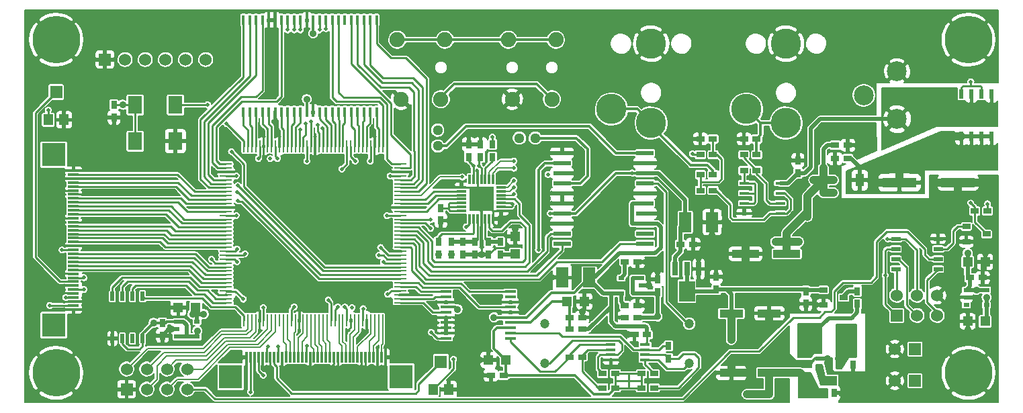
<source format=gtl>
G04 #@! TF.FileFunction,Copper,L1,Top,Signal*
%FSLAX46Y46*%
G04 Gerber Fmt 4.6, Leading zero omitted, Abs format (unit mm)*
G04 Created by KiCad (PCBNEW 4.0.6) date 08/04/17 18:38:55*
%MOMM*%
%LPD*%
G01*
G04 APERTURE LIST*
%ADD10C,0.150000*%
%ADD11C,3.810000*%
%ADD12R,2.999740X1.000760*%
%ADD13C,2.499360*%
%ADD14R,1.249680X1.201420*%
%ADD15R,1.201420X1.249680*%
%ADD16R,0.701040X1.800860*%
%ADD17R,1.998980X2.600960*%
%ADD18R,1.270000X0.381000*%
%ADD19R,0.299720X1.148080*%
%ADD20R,1.148080X0.299720*%
%ADD21R,3.149600X3.149600*%
%ADD22R,3.401060X1.000760*%
%ADD23R,1.651000X1.201420*%
%ADD24R,0.998220X1.597660*%
%ADD25R,5.397500X6.400800*%
%ADD26R,0.398780X1.198880*%
%ADD27R,1.600200X2.499360*%
%ADD28C,5.999480*%
%ADD29R,2.199640X0.599440*%
%ADD30R,1.524000X1.524000*%
%ADD31C,1.524000*%
%ADD32R,4.300220X1.198880*%
%ADD33R,1.000760X0.701040*%
%ADD34R,0.762000X0.508000*%
%ADD35R,1.524000X0.254000*%
%ADD36R,0.254000X1.524000*%
%ADD37C,1.899920*%
%ADD38R,1.800860X2.286000*%
%ADD39R,0.508000X1.143000*%
%ADD40R,1.143000X0.508000*%
%ADD41R,1.198880X0.398780*%
%ADD42R,0.299720X1.399540*%
%ADD43R,2.999740X2.999740*%
%ADD44R,1.399540X0.299720*%
%ADD45R,1.000760X0.800100*%
%ADD46R,0.800100X1.000760*%
%ADD47R,1.399540X0.398780*%
%ADD48C,1.198880*%
%ADD49R,1.600200X1.600200*%
%ADD50R,1.198880X1.399540*%
%ADD51C,1.300480*%
%ADD52C,0.508000*%
%ADD53C,0.899160*%
%ADD54C,0.500380*%
%ADD55C,0.248920*%
%ADD56C,1.000760*%
%ADD57C,0.350520*%
%ADD58C,0.200660*%
%ADD59C,0.177800*%
%ADD60C,0.180340*%
%ADD61C,0.254000*%
G04 APERTURE END LIST*
D10*
D11*
X78999080Y-4500880D03*
X78999080Y-14500860D03*
X74000360Y-12750800D03*
X95999300Y-4500880D03*
X95999300Y-14500860D03*
X91000580Y-12750800D03*
D12*
X93901260Y-38498780D03*
X89100660Y-38498780D03*
X93901260Y-45999400D03*
X89100660Y-45999400D03*
D13*
X109997240Y-7998460D03*
X105798620Y-11000740D03*
X109999780Y-14000480D03*
D14*
X61899800Y-28795980D03*
X61899800Y-30995620D03*
D15*
X121099580Y-39499540D03*
X118899940Y-39499540D03*
D16*
X85001100Y-32900620D03*
X83499960Y-32900620D03*
X81998820Y-32900620D03*
D17*
X83499960Y-35699700D03*
D18*
X73931780Y-42423080D03*
X73931780Y-43073320D03*
X73931780Y-43723560D03*
X73931780Y-44373800D03*
X78249780Y-44373800D03*
X78249780Y-43723560D03*
X78249780Y-43073320D03*
X78249780Y-42423080D03*
D19*
X56100980Y-26591260D03*
X56601360Y-26591260D03*
X57101740Y-26591260D03*
X57599580Y-26591260D03*
X58097420Y-26591260D03*
X58597800Y-26591260D03*
X59098180Y-26591260D03*
D20*
X60098940Y-25590500D03*
X60098940Y-25090120D03*
X60098940Y-24589740D03*
X60098940Y-24091900D03*
X60098940Y-23594060D03*
X60098940Y-23093680D03*
X60098940Y-22593300D03*
D19*
X59098180Y-21592540D03*
X58597800Y-21592540D03*
X58097420Y-21592540D03*
X57599580Y-21592540D03*
X57101740Y-21592540D03*
X56601360Y-21592540D03*
X56100980Y-21592540D03*
D20*
X55100220Y-22593300D03*
X55100220Y-23093680D03*
X55100220Y-23594060D03*
X55100220Y-24091900D03*
X55100220Y-24589740D03*
X55100220Y-25090120D03*
X55100220Y-25590500D03*
D21*
X57599580Y-24091900D03*
D22*
X96100900Y-31000700D03*
X90898980Y-31000700D03*
D15*
X118899940Y-31998920D03*
X121099580Y-31998920D03*
X68399660Y-37000180D03*
X70599300Y-37000180D03*
X60700920Y-44399200D03*
X58501280Y-44399200D03*
D23*
X98348800Y-43550840D03*
X98348800Y-46550580D03*
D24*
X105277920Y-21701760D03*
D25*
X102999540Y-29199840D03*
D24*
X100721160Y-21701760D03*
D26*
X27599640Y-13101320D03*
X28399740Y-13101320D03*
X29199840Y-13101320D03*
X29999940Y-13101320D03*
X30800040Y-13101320D03*
X31600140Y-13101320D03*
X32400240Y-13101320D03*
X33200340Y-13101320D03*
X34000440Y-13101320D03*
X34800540Y-13101320D03*
X35600640Y-13101320D03*
X36400740Y-13101320D03*
X37200840Y-13101320D03*
X37998400Y-13101320D03*
X38798500Y-13101320D03*
X39598600Y-13101320D03*
X40398700Y-13101320D03*
X41198800Y-13101320D03*
X41998900Y-13101320D03*
X42799000Y-13101320D03*
X43599100Y-13101320D03*
X44399200Y-13101320D03*
X27599640Y-1501140D03*
X28399740Y-1501140D03*
X29199840Y-1501140D03*
X29999940Y-1501140D03*
X30800040Y-1501140D03*
X31600140Y-1501140D03*
X32400240Y-1501140D03*
X33200340Y-1501140D03*
X34000440Y-1501140D03*
X34800540Y-1501140D03*
X35600640Y-1501140D03*
X36400740Y-1501140D03*
X37200840Y-1501140D03*
X38000940Y-1501140D03*
X38798500Y-1501140D03*
X39598600Y-1501140D03*
X40398700Y-1501140D03*
X41198800Y-1501140D03*
X41998900Y-1501140D03*
X42799000Y-1501140D03*
X43599100Y-1501140D03*
X44399200Y-1501140D03*
D27*
X103146860Y-41046400D03*
X99748340Y-41046400D03*
D28*
X118999000Y-45999400D03*
X118999000Y-4000500D03*
X4000500Y-45999400D03*
X4000500Y-4000500D03*
D29*
X67764660Y-18285460D03*
X67764660Y-19555460D03*
X67764660Y-20825460D03*
X67764660Y-22095460D03*
X67764660Y-23365460D03*
X67764660Y-24635460D03*
X67764660Y-25905460D03*
X67764660Y-27175460D03*
X67764660Y-28445460D03*
X67764660Y-29715460D03*
X78234540Y-29715460D03*
X78234540Y-28445460D03*
X78234540Y-27175460D03*
X78234540Y-25905460D03*
X78234540Y-24635460D03*
X78234540Y-23365460D03*
X78234540Y-22095460D03*
X78234540Y-20825460D03*
X78234540Y-19555460D03*
X78234540Y-18285460D03*
D30*
X10149840Y-6499860D03*
D31*
X12689840Y-6499860D03*
X15229840Y-6499860D03*
X17769840Y-6499860D03*
X20309840Y-6499860D03*
X22849840Y-6499860D03*
D30*
X112270540Y-47000160D03*
D31*
X109730540Y-47000160D03*
D30*
X112270540Y-42999660D03*
D31*
X109730540Y-42999660D03*
D30*
X109959140Y-38770560D03*
D31*
X109959140Y-36230560D03*
X112499140Y-38770560D03*
X112499140Y-36230560D03*
X115039140Y-38770560D03*
X115039140Y-36230560D03*
D15*
X19400520Y-37800280D03*
X21600160Y-37800280D03*
D27*
X71198740Y-34000440D03*
X67800220Y-34000440D03*
X86700360Y-27000200D03*
X83301840Y-27000200D03*
D32*
X110299500Y-21998940D03*
X117701060Y-21998940D03*
D33*
X103268780Y-36499800D03*
X100728780Y-37452300D03*
X100728780Y-35547300D03*
X121269760Y-28498800D03*
X118729760Y-29451300D03*
X118729760Y-27546300D03*
D34*
X19230340Y-39547800D03*
X19230340Y-41452800D03*
X21770340Y-39547800D03*
X19230340Y-40500300D03*
X21770340Y-41452800D03*
X118729760Y-35547300D03*
X118729760Y-37452300D03*
X121269760Y-35547300D03*
X118729760Y-36499800D03*
X121269760Y-37452300D03*
X77769720Y-35953700D03*
X77769720Y-34048700D03*
X75229720Y-35953700D03*
X77769720Y-35001200D03*
X75229720Y-34048700D03*
X100078540Y-43294300D03*
X100078540Y-45199300D03*
X102618540Y-43294300D03*
X100078540Y-44246800D03*
X102618540Y-45199300D03*
D35*
X25415240Y-19649440D03*
X25415240Y-20157440D03*
X25415240Y-20652740D03*
X25415240Y-21148040D03*
X25415240Y-21656040D03*
X25415240Y-22151340D03*
X25415240Y-22646640D03*
X25415240Y-23154640D03*
X25415240Y-23649940D03*
X25415240Y-24145240D03*
X25415240Y-24653240D03*
X25415240Y-25148540D03*
X25415240Y-25643840D03*
X25415240Y-26151840D03*
X25415240Y-26647140D03*
X25415240Y-27142440D03*
X25415240Y-27650440D03*
X25415240Y-28145740D03*
X25415240Y-28653740D03*
X25415240Y-29149040D03*
X25415240Y-29657040D03*
X25415240Y-30152340D03*
X25415240Y-30647640D03*
X25415240Y-31155640D03*
X25415240Y-31650940D03*
X25415240Y-32146240D03*
X25415240Y-32654240D03*
X25415240Y-33149540D03*
X25415240Y-33644840D03*
X25415240Y-34152840D03*
X25415240Y-34648140D03*
X25415240Y-35143440D03*
X25415240Y-35651440D03*
X25415240Y-36146740D03*
X25415240Y-36642040D03*
X25415240Y-37150040D03*
D36*
X42153840Y-39385240D03*
X42649140Y-39385240D03*
X43144440Y-39385240D03*
X43652440Y-39385240D03*
X44147740Y-39385240D03*
X44643040Y-39385240D03*
X45151040Y-39385240D03*
X42649140Y-17414240D03*
X42153840Y-17414240D03*
X41645840Y-17414240D03*
X41150540Y-17414240D03*
X40655240Y-17414240D03*
X40147240Y-17414240D03*
X39651940Y-17414240D03*
X39156640Y-17414240D03*
X38648640Y-17414240D03*
X38153340Y-17414240D03*
X37658040Y-17414240D03*
X37150040Y-17414240D03*
X36654740Y-17414240D03*
X36146740Y-17414240D03*
X35651440Y-17414240D03*
X35143440Y-17414240D03*
X34648140Y-17414240D03*
X34152840Y-17414240D03*
X33644840Y-17414240D03*
X33149540Y-17414240D03*
X32654240Y-17414240D03*
X32146240Y-17414240D03*
X31650940Y-17414240D03*
X31155640Y-17414240D03*
X30647640Y-17414240D03*
X30152340Y-17414240D03*
X29657040Y-17414240D03*
X29149040Y-17414240D03*
X28653740Y-17414240D03*
X28158440Y-17414240D03*
X27650440Y-17414240D03*
X27650440Y-39385240D03*
X28158440Y-39385240D03*
X28653740Y-39385240D03*
X29149040Y-39385240D03*
X29657040Y-39385240D03*
X30152340Y-39385240D03*
X30647640Y-39385240D03*
X31155640Y-39385240D03*
X31650940Y-39385240D03*
X32146240Y-39385240D03*
X32654240Y-39385240D03*
X33149540Y-39385240D03*
X33644840Y-39385240D03*
X34152840Y-39385240D03*
X34648140Y-39385240D03*
X35143440Y-39385240D03*
X35651440Y-39385240D03*
X36146740Y-39385240D03*
X36654740Y-39385240D03*
X37150040Y-39385240D03*
X37658040Y-39385240D03*
X38153340Y-39385240D03*
X38648640Y-39385240D03*
X39156640Y-39385240D03*
X39651940Y-39385240D03*
X40147240Y-39385240D03*
X40655240Y-39385240D03*
X41150540Y-39385240D03*
X41645840Y-39385240D03*
D35*
X47386240Y-34648140D03*
X47386240Y-34152840D03*
X47386240Y-33644840D03*
X47386240Y-33149540D03*
X47386240Y-32654240D03*
X47386240Y-32146240D03*
X47386240Y-31650940D03*
X47386240Y-31155640D03*
X47386240Y-30647640D03*
X47386240Y-30152340D03*
X47386240Y-29657040D03*
X47386240Y-29149040D03*
X47386240Y-28653740D03*
X47386240Y-28145740D03*
X47386240Y-27650440D03*
X47386240Y-27142440D03*
X47386240Y-26647140D03*
X47386240Y-26151840D03*
X47386240Y-25643840D03*
X47386240Y-25148540D03*
X47386240Y-24653240D03*
X47386240Y-24145240D03*
X47386240Y-23649940D03*
X47386240Y-23154640D03*
X47386240Y-22646640D03*
X47386240Y-22151340D03*
X47386240Y-21656040D03*
X47386240Y-21148040D03*
X47386240Y-20652740D03*
X47386240Y-20157440D03*
X47386240Y-19649440D03*
X47386240Y-37150040D03*
X47386240Y-36642040D03*
X47386240Y-36146740D03*
X47386240Y-35651440D03*
X47386240Y-35143440D03*
D36*
X45151040Y-17414240D03*
X44643040Y-17414240D03*
X44147740Y-17414240D03*
X43652440Y-17414240D03*
X43144440Y-17414240D03*
D37*
X52499260Y-11501120D03*
X47500540Y-11501120D03*
X47000160Y-4003040D03*
X52999640Y-4003040D03*
X66499740Y-11501120D03*
X61501020Y-11501120D03*
X61000640Y-4003040D03*
X67000120Y-4003040D03*
D38*
X19039840Y-16786860D03*
X13959840Y-16786860D03*
X13959840Y-12214860D03*
X19039840Y-12214860D03*
D39*
X14904720Y-41666160D03*
X14904720Y-36332160D03*
X13634720Y-41666160D03*
X12364720Y-41666160D03*
X11094720Y-41666160D03*
X13634720Y-36332160D03*
X12364720Y-36332160D03*
X11094720Y-36332160D03*
X121904760Y-16167100D03*
X121904760Y-10833100D03*
X120634760Y-16167100D03*
X119364760Y-16167100D03*
X118094760Y-16167100D03*
X120634760Y-10833100D03*
X119364760Y-10833100D03*
X118094760Y-10833100D03*
D40*
X109832140Y-32905700D03*
X115166140Y-32905700D03*
X109832140Y-31635700D03*
X109832140Y-30365700D03*
X109832140Y-29095700D03*
X115166140Y-31635700D03*
X115166140Y-30365700D03*
X115166140Y-29095700D03*
D41*
X90731340Y-22095460D03*
X90731340Y-23365460D03*
X90731340Y-24635460D03*
X90731340Y-25905460D03*
X95270320Y-22095460D03*
X95270320Y-23365460D03*
X95270320Y-24635460D03*
X95270320Y-25905460D03*
D42*
X28003500Y-44002960D03*
D43*
X47500540Y-46499780D03*
X25999440Y-46499780D03*
D42*
X28503880Y-44002960D03*
X29004260Y-44002960D03*
X29504640Y-44002960D03*
X30002480Y-44002960D03*
X30502860Y-44002960D03*
X31003240Y-44002960D03*
X31503620Y-44002960D03*
X32004000Y-44002960D03*
X32504380Y-44002960D03*
X33505140Y-44002960D03*
X34002980Y-44002960D03*
X34503360Y-44002960D03*
X35003740Y-44002960D03*
X35504120Y-44002960D03*
X36004500Y-44002960D03*
X36504880Y-44002960D03*
X37002720Y-44002960D03*
X37503100Y-44002960D03*
X38003480Y-44002960D03*
X38503860Y-44002960D03*
X39004240Y-44002960D03*
X39504620Y-44002960D03*
X40005000Y-44002960D03*
X40502840Y-44002960D03*
X41003220Y-44002960D03*
X41503600Y-44002960D03*
X42003980Y-44002960D03*
X42504360Y-44002960D03*
X43004740Y-44002960D03*
X43505120Y-44002960D03*
X44002960Y-44002960D03*
X44503340Y-44002960D03*
X45003720Y-44002960D03*
X45504100Y-44002960D03*
D10*
G36*
X32852360Y-43300650D02*
X33152080Y-43300650D01*
X33152080Y-44700190D01*
X32852360Y-44700190D01*
X32852360Y-43300650D01*
X32852360Y-43300650D01*
G37*
D44*
X6197600Y-20502880D03*
D43*
X3700780Y-39999920D03*
X3700780Y-18498820D03*
D44*
X6197600Y-21003260D03*
X6197600Y-21503640D03*
X6197600Y-22004020D03*
X6197600Y-22501860D03*
X6197600Y-23002240D03*
X6197600Y-23502620D03*
X6197600Y-24003000D03*
X6197600Y-24503380D03*
X6197600Y-25003760D03*
X6197600Y-26004520D03*
X6197600Y-26502360D03*
X6197600Y-27002740D03*
X6197600Y-27503120D03*
X6197600Y-28003500D03*
X6197600Y-28503880D03*
X6197600Y-29004260D03*
X6197600Y-29502100D03*
X6197600Y-30002480D03*
X6197600Y-30502860D03*
X6197600Y-31003240D03*
X6197600Y-31503620D03*
X6197600Y-32004000D03*
X6197600Y-32504380D03*
X6197600Y-33002220D03*
X6197600Y-33502600D03*
X6197600Y-34002980D03*
X6197600Y-34503360D03*
X6197600Y-35003740D03*
X6197600Y-35504120D03*
X6197600Y-36004500D03*
X6197600Y-36502340D03*
X6197600Y-37002720D03*
X6197600Y-37503100D03*
X6197600Y-38003480D03*
D10*
G36*
X6899910Y-25351740D02*
X6899910Y-25651460D01*
X5500370Y-25651460D01*
X5500370Y-25351740D01*
X6899910Y-25351740D01*
X6899910Y-25351740D01*
G37*
D45*
X85199220Y-18498820D03*
X86799420Y-18498820D03*
D46*
X17399000Y-41300400D03*
X17399000Y-39700200D03*
D45*
X78501240Y-41198800D03*
X76901040Y-41198800D03*
X68699380Y-38999160D03*
X70299580Y-38999160D03*
X102199440Y-18999200D03*
X103799640Y-18999200D03*
D46*
X98501200Y-37299900D03*
X98501200Y-35699700D03*
D45*
X77299820Y-38999160D03*
X75699620Y-38999160D03*
D46*
X11300460Y-12199620D03*
X11300460Y-13799820D03*
D45*
X60401200Y-46299120D03*
X58801000Y-46299120D03*
D46*
X57500520Y-17198340D03*
X57500520Y-18798540D03*
X55999380Y-17198340D03*
X55999380Y-18798540D03*
X56799480Y-31094680D03*
X56799480Y-29494480D03*
X55300880Y-31094680D03*
X55300880Y-29494480D03*
D45*
X86799420Y-20998180D03*
X85199220Y-20998180D03*
D46*
X52199540Y-31099760D03*
X52199540Y-29499560D03*
X52499260Y-26799540D03*
X52499260Y-25199340D03*
X97500440Y-19199860D03*
X97500440Y-20800060D03*
D45*
X92301060Y-18498820D03*
X90700860Y-18498820D03*
D46*
X105001060Y-37299900D03*
X105001060Y-35699700D03*
X87200740Y-33898840D03*
X87200740Y-35499040D03*
D45*
X84300060Y-29799280D03*
X82699860Y-29799280D03*
X75699620Y-31998920D03*
X77299820Y-31998920D03*
X75699620Y-37500560D03*
X77299820Y-37500560D03*
D46*
X79799180Y-35801300D03*
X79799180Y-34201100D03*
X104447340Y-44947840D03*
X104447340Y-43347640D03*
D45*
X103799640Y-17299940D03*
X102199440Y-17299940D03*
X119199660Y-34000440D03*
X120799860Y-34000440D03*
X92301060Y-20500340D03*
X90700860Y-20500340D03*
D46*
X102047040Y-46946820D03*
X102047040Y-48547020D03*
X58999120Y-18798540D03*
X58999120Y-17198340D03*
X100749100Y-48547020D03*
X100749100Y-46946820D03*
D45*
X119799100Y-25600660D03*
X121399300Y-25600660D03*
D46*
X58498740Y-31094680D03*
X58498740Y-29494480D03*
D45*
X92301060Y-16499840D03*
X90700860Y-16499840D03*
X79400400Y-47899320D03*
X77800200Y-47899320D03*
X79392780Y-46098460D03*
X77792580Y-46098460D03*
D46*
X81201260Y-44201080D03*
X81201260Y-42600880D03*
D45*
X72900540Y-47899320D03*
X74500740Y-47899320D03*
X72900540Y-46101000D03*
X74500740Y-46101000D03*
X70299580Y-44000420D03*
X68699380Y-44000420D03*
D46*
X59999880Y-29494480D03*
X59999880Y-31094680D03*
D45*
X86799420Y-16499840D03*
X85199220Y-16499840D03*
X86799420Y-22999700D03*
X85199220Y-22999700D03*
X70299580Y-40500300D03*
X68699380Y-40500300D03*
D46*
X53799740Y-29494480D03*
X53799740Y-31094680D03*
D30*
X12890500Y-48069500D03*
D31*
X12890500Y-45529500D03*
X15430500Y-48069500D03*
X15430500Y-45529500D03*
X17970500Y-48069500D03*
X17970500Y-45529500D03*
X20510500Y-48069500D03*
X20510500Y-45529500D03*
D47*
X61247020Y-41625520D03*
X61247020Y-40975280D03*
X61247020Y-40325040D03*
X61247020Y-39674800D03*
X61247020Y-39024560D03*
X61247020Y-38374320D03*
X61247020Y-37724080D03*
X61247020Y-37073840D03*
X61247020Y-36423600D03*
X61247020Y-35773360D03*
X53152040Y-35775900D03*
X53152040Y-36423600D03*
X53152040Y-37073840D03*
X53152040Y-37724080D03*
X53152040Y-38374320D03*
X53152040Y-39024560D03*
X53152040Y-39674800D03*
X53152040Y-40325040D03*
X53152040Y-40975280D03*
X53152040Y-41625520D03*
D48*
X83799680Y-39801800D03*
X83799680Y-44800520D03*
X65600580Y-39801800D03*
X65600580Y-44800520D03*
D49*
X4000500Y-10599420D03*
D50*
X2999740Y-14099540D03*
X5001260Y-14099540D03*
D49*
X52499260Y-44599860D03*
D50*
X51498500Y-48099980D03*
X53500020Y-48099980D03*
D51*
X62400180Y-16400780D03*
X64401700Y-16400780D03*
X52100480Y-15400020D03*
X52100480Y-17401540D03*
D52*
X44698920Y-31198820D03*
X39999920Y-20299680D03*
X27800300Y-31000700D03*
D53*
X22600920Y-38600380D03*
X21198840Y-38600380D03*
D52*
X38300660Y-36799520D03*
X56598820Y-19898360D03*
D53*
X36400740Y-3200400D03*
D52*
X31899860Y-18999200D03*
D53*
X97599500Y-29499560D03*
D52*
X58999120Y-16299180D03*
X57299860Y-19898360D03*
X30099000Y-37800280D03*
X41699180Y-19298920D03*
D53*
X101998780Y-21699220D03*
D52*
X23599140Y-31699200D03*
D53*
X98699320Y-26299160D03*
D52*
X35600640Y-19298920D03*
D53*
X21800820Y-40700960D03*
D52*
X46101000Y-21198840D03*
X65999360Y-21000720D03*
D53*
X100700840Y-23299420D03*
D52*
X26700480Y-21198840D03*
X26799540Y-30401260D03*
D53*
X95999300Y-29499560D03*
X35600640Y-11501120D03*
D52*
X45250100Y-32049720D03*
X43599100Y-19298920D03*
X45699680Y-26200100D03*
D53*
X99499420Y-21699220D03*
D52*
X31000700Y-18999200D03*
D53*
X53799740Y-31094680D03*
D52*
X34000440Y-37701220D03*
D53*
X54602380Y-38000940D03*
D52*
X44899580Y-30200600D03*
X26700480Y-26200100D03*
D53*
X12400280Y-12199620D03*
D52*
X40401240Y-37701220D03*
X39499540Y-37701220D03*
X41300400Y-37800280D03*
X45798740Y-36101020D03*
D53*
X100700840Y-20200620D03*
D52*
X51300380Y-40899080D03*
D53*
X16299180Y-39700200D03*
X101998780Y-23299420D03*
D52*
X61501020Y-24698960D03*
X26799540Y-31998920D03*
D53*
X94698820Y-29499560D03*
D52*
X27599640Y-36700460D03*
D53*
X119999760Y-35547300D03*
D52*
X121399300Y-24698960D03*
D53*
X118899940Y-30899100D03*
D52*
X30700980Y-42699940D03*
X4749800Y-30500320D03*
X2999740Y-12900660D03*
X7500620Y-34000440D03*
D53*
X116799360Y-16200120D03*
X115199160Y-17500600D03*
D52*
X54099460Y-44300140D03*
D53*
X102600760Y-44201080D03*
D52*
X7500620Y-35499040D03*
D53*
X110700820Y-20299680D03*
X116799360Y-17500600D03*
D52*
X31998920Y-42699940D03*
D53*
X116799360Y-18999200D03*
X103499920Y-43299380D03*
D52*
X35600640Y-42600880D03*
D53*
X107000040Y-21998940D03*
D52*
X76598780Y-27200860D03*
X76598780Y-24698960D03*
D53*
X59199780Y-38999160D03*
X91099640Y-48699420D03*
X93901260Y-48699420D03*
D52*
X3200400Y-37500560D03*
D53*
X79799180Y-38900100D03*
D52*
X28498800Y-48399700D03*
D53*
X92600780Y-48699420D03*
D52*
X66299080Y-25900380D03*
X76598780Y-20800060D03*
D53*
X89100660Y-41800780D03*
X89100660Y-40500300D03*
D52*
X5199380Y-36499800D03*
X30099000Y-46299120D03*
D53*
X121300240Y-36499800D03*
D52*
X61699140Y-22600920D03*
X55199280Y-21300440D03*
X61699140Y-23500080D03*
X61699140Y-19298920D03*
X61699140Y-21800820D03*
X61699140Y-20200620D03*
X37548820Y-15199360D03*
X38000940Y-2600960D03*
X37200840Y-2750820D03*
X36949380Y-14749780D03*
X36149280Y-14351000D03*
X34800540Y-2750820D03*
X35450780Y-14549120D03*
X34000440Y-2750820D03*
X34749740Y-15349220D03*
X33200340Y-2750820D03*
X26901140Y-22400260D03*
X26799540Y-23200360D03*
X26101040Y-18100040D03*
X26901140Y-24300180D03*
X51198780Y-26700480D03*
X108800900Y-29100780D03*
X51198780Y-27800300D03*
X108501180Y-33700720D03*
X23098760Y-12199620D03*
X25499060Y-14599920D03*
X31600140Y-14000480D03*
X75001120Y-38999160D03*
D53*
X71800720Y-37000180D03*
D52*
X32499300Y-23700740D03*
X61300360Y-25798780D03*
D53*
X57599580Y-31094680D03*
D52*
X45499020Y-45300900D03*
D53*
X120898920Y-21899880D03*
D52*
X31099760Y-32499300D03*
D53*
X62999620Y-38100000D03*
X78399640Y-31998920D03*
D52*
X29100780Y-46200060D03*
X104899460Y-17299940D03*
X72999600Y-27200860D03*
X7749540Y-30248860D03*
X72999600Y-24698960D03*
D53*
X36400740Y-6299200D03*
X85001100Y-31501080D03*
D52*
X31099760Y-31000700D03*
D53*
X52199540Y-31099760D03*
D52*
X45199300Y-23700740D03*
X43799760Y-15999460D03*
X42799000Y-40899080D03*
D53*
X18498820Y-40500300D03*
D52*
X29999940Y-33898840D03*
X35600640Y-2700020D03*
X4800600Y-35300920D03*
D53*
X61899800Y-27899360D03*
D52*
X11099800Y-40700960D03*
X79900780Y-25900380D03*
X29799280Y-15900400D03*
X40700960Y-40700960D03*
X26700480Y-25199340D03*
D53*
X121099580Y-30899100D03*
D52*
X32499300Y-45300900D03*
X41351200Y-31300420D03*
X45999400Y-20299680D03*
X24099520Y-35798760D03*
X28000960Y-33898840D03*
X27200860Y-44399200D03*
D53*
X78699360Y-35001200D03*
D52*
X30401260Y-24000460D03*
X69400420Y-20800060D03*
X43500040Y-34800540D03*
D53*
X117701060Y-23401020D03*
X91201240Y-45999400D03*
X35600640Y-7899400D03*
X76100940Y-41198800D03*
D52*
X59400440Y-27500580D03*
D53*
X89100660Y-44800520D03*
X102999540Y-48600360D03*
X66400680Y-34000440D03*
D52*
X30299660Y-45499020D03*
X72999600Y-20800060D03*
X44500800Y-45300900D03*
X31000700Y-45300900D03*
X35999420Y-45399960D03*
D53*
X86700360Y-28600400D03*
D52*
X51302920Y-40098980D03*
X52499260Y-27498040D03*
X7698740Y-26901140D03*
X4800600Y-21501100D03*
X42100500Y-45399960D03*
X43200320Y-45399960D03*
X41351200Y-29799280D03*
X45999400Y-25100280D03*
X29298900Y-37899340D03*
X75100180Y-44399200D03*
X41699180Y-23700740D03*
X31998920Y-15900400D03*
X54000400Y-22298660D03*
D53*
X93901260Y-39601140D03*
D52*
X102199440Y-19900900D03*
D53*
X119999760Y-37599620D03*
D52*
X34000440Y-33898840D03*
D53*
X101201220Y-44201080D03*
X54602380Y-36700460D03*
X98600260Y-44899580D03*
D52*
X66400680Y-23299420D03*
X35699700Y-23700740D03*
X4800600Y-26499820D03*
X43700700Y-23700740D03*
X18999200Y-18300700D03*
X66299080Y-27200860D03*
X4800600Y-22999700D03*
X10200640Y-13799820D03*
X40401240Y-35199320D03*
D53*
X90898980Y-29700220D03*
D52*
X79900780Y-19601180D03*
X38498780Y-45399960D03*
X7800340Y-23401020D03*
X66400680Y-24599900D03*
X30599380Y-2700020D03*
D53*
X99700080Y-37398960D03*
D52*
X117800120Y-29400500D03*
X85199220Y-15600680D03*
D53*
X118899940Y-40599360D03*
D52*
X57500520Y-16299180D03*
X31699200Y-2700020D03*
X115100100Y-28498800D03*
X48801020Y-35999420D03*
X39799260Y-45399960D03*
X36400740Y-11899900D03*
X45999400Y-30099000D03*
X24099520Y-20800060D03*
X7698740Y-20299680D03*
D53*
X79799180Y-33200340D03*
D52*
X90700860Y-15600680D03*
D53*
X85600540Y-29700220D03*
D52*
X91998800Y-25900380D03*
D53*
X104399080Y-46200060D03*
X90898980Y-32301180D03*
D52*
X44201080Y-34800540D03*
X28699460Y-22499320D03*
D53*
X78501240Y-37500560D03*
X70299580Y-38300660D03*
D52*
X55999380Y-16299180D03*
X39999920Y-23700740D03*
X36700460Y-18900140D03*
D53*
X114698780Y-21998940D03*
D52*
X31099760Y-29499560D03*
X37200840Y-34800540D03*
X54701440Y-39700200D03*
X34698940Y-37899340D03*
D53*
X57398920Y-44399200D03*
D52*
X41501060Y-26101040D03*
X119301260Y-24599900D03*
X119301260Y-9298940D03*
X29499560Y-18999200D03*
X42699940Y-37899340D03*
X64800480Y-30500320D03*
X55699660Y-27599640D03*
X84201000Y-18399760D03*
D54*
X21770340Y-37970460D02*
X21600160Y-37800280D01*
X21770340Y-38600380D02*
X21770340Y-37970460D01*
X21770340Y-39547800D02*
X21770340Y-38600380D01*
D55*
X39999920Y-20299680D02*
X40655240Y-19644360D01*
X38300660Y-36799520D02*
X38648640Y-37147500D01*
X45702220Y-31650940D02*
X45250100Y-31198820D01*
X38648640Y-39385240D02*
X38648640Y-37147500D01*
X27800300Y-31000700D02*
X27645360Y-31155640D01*
X47386240Y-31650940D02*
X45702220Y-31650940D01*
X40655240Y-19644360D02*
X40655240Y-17414240D01*
X45250100Y-31198820D02*
X44698920Y-31198820D01*
D54*
X21800820Y-38600380D02*
X22600920Y-38600380D01*
X21770340Y-38600380D02*
X21800820Y-38600380D01*
D55*
X27645360Y-31155640D02*
X25415240Y-31155640D01*
D54*
X21800820Y-38600380D02*
X21198840Y-38600380D01*
D55*
X30152340Y-37853620D02*
X30152340Y-39385240D01*
D54*
X21770340Y-40731440D02*
X21800820Y-40700960D01*
D55*
X14904720Y-42595800D02*
X14904720Y-41666160D01*
X39199820Y-38000940D02*
X39199820Y-39342060D01*
D56*
X96100900Y-29601160D02*
X95999300Y-29499560D01*
D55*
X41150540Y-18750280D02*
X41699180Y-19298920D01*
D56*
X99501960Y-21701760D02*
X99499420Y-21699220D01*
D55*
X61391800Y-25090120D02*
X61501020Y-24980900D01*
D54*
X21770340Y-41452800D02*
X21770340Y-40731440D01*
D55*
X45699680Y-26200100D02*
X45747940Y-26151840D01*
X12364720Y-41666160D02*
X12364720Y-42364660D01*
X44899580Y-30200600D02*
X45854620Y-31155640D01*
X31650940Y-18750280D02*
X31899860Y-18999200D01*
X26598880Y-35699700D02*
X25463500Y-35699700D01*
X55999380Y-18798540D02*
X55999380Y-19298920D01*
X46248320Y-35651440D02*
X45798740Y-36101020D01*
D56*
X100721160Y-21701760D02*
X101996240Y-21701760D01*
D57*
X14904720Y-41094660D02*
X16299180Y-39700200D01*
D55*
X25463500Y-35699700D02*
X25415240Y-35651440D01*
D54*
X102199440Y-17299940D02*
X101201220Y-17299940D01*
D56*
X94698820Y-29499560D02*
X95999300Y-29499560D01*
D55*
X47386240Y-35651440D02*
X46248320Y-35651440D01*
D56*
X101998780Y-23299420D02*
X100700840Y-23299420D01*
D54*
X19230340Y-39547800D02*
X20048220Y-39547800D01*
D55*
X26652220Y-26151840D02*
X26700480Y-26200100D01*
X12400280Y-12199620D02*
X13944600Y-12199620D01*
X47386240Y-21148040D02*
X46151800Y-21148040D01*
X39499540Y-37701220D02*
X39199820Y-38000940D01*
X26649680Y-21148040D02*
X26700480Y-21198840D01*
X25415240Y-26151840D02*
X26652220Y-26151840D01*
X12999720Y-42999660D02*
X14500860Y-42999660D01*
X56598820Y-19898360D02*
X56598820Y-21590000D01*
X12364720Y-42364660D02*
X12999720Y-42999660D01*
D56*
X100721160Y-23279100D02*
X100721160Y-21701760D01*
D55*
X60098940Y-25090120D02*
X61391800Y-25090120D01*
X35651440Y-17414240D02*
X35651440Y-19248120D01*
X61391800Y-24589740D02*
X61501020Y-24698960D01*
D57*
X14904720Y-41666160D02*
X14904720Y-41094660D01*
D55*
X26553160Y-30647640D02*
X26799540Y-30401260D01*
X13944600Y-12199620D02*
X13959840Y-12214860D01*
X31650940Y-17414240D02*
X31650940Y-18750280D01*
D57*
X17952720Y-39547800D02*
X19230340Y-39547800D01*
X53152040Y-37724080D02*
X54325520Y-37724080D01*
D55*
X25415240Y-32146240D02*
X24046180Y-32146240D01*
D57*
X17800320Y-39700200D02*
X17952720Y-39547800D01*
D55*
X27599640Y-36700460D02*
X26598880Y-35699700D01*
X57299860Y-19898360D02*
X57299860Y-18999200D01*
X26451560Y-31650940D02*
X26799540Y-31998920D01*
X58999120Y-17198340D02*
X58999120Y-16299180D01*
X57299860Y-18999200D02*
X57500520Y-18798540D01*
X33644840Y-38056820D02*
X34000440Y-37701220D01*
D54*
X20048220Y-39547800D02*
X20500340Y-39999920D01*
X20500340Y-39999920D02*
X20500340Y-41452800D01*
X19230340Y-41452800D02*
X20500340Y-41452800D01*
D55*
X57599580Y-20198080D02*
X57299860Y-19898360D01*
D57*
X17399000Y-39700200D02*
X16299180Y-39700200D01*
D56*
X96100900Y-31000700D02*
X96100900Y-28336240D01*
X100721160Y-21701760D02*
X99501960Y-21701760D01*
D55*
X61391800Y-24589740D02*
X60098940Y-24589740D01*
X14500860Y-42999660D02*
X14904720Y-42595800D01*
X25415240Y-30647640D02*
X26553160Y-30647640D01*
D56*
X101996240Y-21701760D02*
X101998780Y-21699220D01*
D55*
X45747940Y-26151840D02*
X47386240Y-26151840D01*
X61501020Y-24980900D02*
X61501020Y-24698960D01*
X40655240Y-37955220D02*
X40401240Y-37701220D01*
D54*
X101201220Y-17299940D02*
X100721160Y-17780000D01*
D56*
X98699320Y-26299160D02*
X98699320Y-23723600D01*
D55*
X56598820Y-21590000D02*
X56601360Y-21592540D01*
X40655240Y-39385240D02*
X40655240Y-37955220D01*
D56*
X100721160Y-21701760D02*
X100721160Y-20220940D01*
X98699320Y-23723600D02*
X100721160Y-21701760D01*
X100721160Y-23279100D02*
X100700840Y-23299420D01*
D55*
X24046180Y-32146240D02*
X23599140Y-31699200D01*
X41150540Y-17414240D02*
X41150540Y-18750280D01*
X25415240Y-31650940D02*
X26451560Y-31650940D01*
X55999380Y-19298920D02*
X56598820Y-19898360D01*
D56*
X96100900Y-29601160D02*
X96100900Y-31000700D01*
D55*
X33644840Y-39385240D02*
X33644840Y-38056820D01*
X25415240Y-21148040D02*
X26649680Y-21148040D01*
D54*
X20500340Y-41452800D02*
X21770340Y-41452800D01*
D56*
X96100900Y-28336240D02*
X98719640Y-25717500D01*
D55*
X52026820Y-41625520D02*
X51300380Y-40899080D01*
D57*
X35600640Y-11501120D02*
X35600640Y-13101320D01*
X54325520Y-37724080D02*
X54602380Y-38000940D01*
D55*
X13959840Y-12214860D02*
X13959840Y-16786860D01*
X43652440Y-19245580D02*
X43599100Y-19298920D01*
X43652440Y-17414240D02*
X43652440Y-19245580D01*
D57*
X36400740Y-1501140D02*
X36400740Y-3200400D01*
D55*
X45854620Y-31155640D02*
X47386240Y-31155640D01*
X35651440Y-19248120D02*
X35600640Y-19298920D01*
X46151800Y-21148040D02*
X46101000Y-21198840D01*
X47386240Y-32146240D02*
X45346620Y-32146240D01*
X57599580Y-21592540D02*
X57599580Y-20198080D01*
X11300460Y-12199620D02*
X12400280Y-12199620D01*
D56*
X95999300Y-29499560D02*
X97599500Y-29499560D01*
D54*
X100721160Y-17780000D02*
X100721160Y-21701760D01*
D56*
X100721160Y-20220940D02*
X100700840Y-20200620D01*
D57*
X17399000Y-39700200D02*
X17800320Y-39700200D01*
D55*
X30099000Y-37800280D02*
X30152340Y-37853620D01*
X45346620Y-32146240D02*
X45250100Y-32049720D01*
X53152040Y-41625520D02*
X52026820Y-41625520D01*
X39199820Y-38000940D02*
X39156640Y-38044120D01*
X39199820Y-39342060D02*
X39156640Y-39385240D01*
D54*
X118899940Y-33700720D02*
X119199660Y-34000440D01*
X98399600Y-20800060D02*
X99100640Y-20099020D01*
X99100640Y-15199360D02*
X100299520Y-14000480D01*
X99100640Y-20099020D02*
X99100640Y-15199360D01*
X96205040Y-22095460D02*
X97500440Y-20800060D01*
X118729760Y-35547300D02*
X119999760Y-35547300D01*
X118899940Y-31998920D02*
X118899940Y-33700720D01*
X118899940Y-31998920D02*
X118899940Y-30899100D01*
X100299520Y-14000480D02*
X109999780Y-14000480D01*
X95270320Y-22095460D02*
X96205040Y-22095460D01*
X119199660Y-35077400D02*
X118729760Y-35547300D01*
D55*
X121399300Y-25600660D02*
X121399300Y-24698960D01*
D54*
X97500440Y-20800060D02*
X98399600Y-20800060D01*
X119999760Y-35547300D02*
X121269760Y-35547300D01*
X119199660Y-34000440D02*
X119199660Y-35077400D01*
D55*
X4752340Y-30502860D02*
X4749800Y-30500320D01*
D56*
X110299500Y-21998940D02*
X110299500Y-20701000D01*
X116832380Y-16167100D02*
X116799360Y-16200120D01*
D55*
X6197600Y-30502860D02*
X4752340Y-30502860D01*
X7498080Y-34002980D02*
X7500620Y-34000440D01*
X54099460Y-45499020D02*
X54099460Y-44300140D01*
X6197600Y-35504120D02*
X7495540Y-35504120D01*
X35504120Y-44002960D02*
X35504120Y-42697400D01*
D54*
X102618540Y-43294300D02*
X102618540Y-44183300D01*
D55*
X32004000Y-42705020D02*
X31998920Y-42699940D01*
X30502860Y-44002960D02*
X30502860Y-42898060D01*
X30502860Y-42898060D02*
X30700980Y-42699940D01*
D56*
X110299500Y-20701000D02*
X110700820Y-20299680D01*
D55*
X7495540Y-35504120D02*
X7500620Y-35499040D01*
D54*
X103799640Y-18999200D02*
X104198420Y-18999200D01*
X103548180Y-43347640D02*
X103499920Y-43299380D01*
X102618540Y-44183300D02*
X102600760Y-44201080D01*
D55*
X32004000Y-44002960D02*
X32004000Y-42705020D01*
X35504120Y-42697400D02*
X35600640Y-42600880D01*
D56*
X116832380Y-16167100D02*
X118094760Y-16167100D01*
D54*
X104447340Y-43347640D02*
X103548180Y-43347640D01*
D56*
X116799360Y-18999200D02*
X116799360Y-17500600D01*
D55*
X51498500Y-48099980D02*
X54099460Y-45499020D01*
D56*
X116799360Y-17500600D02*
X115199160Y-17500600D01*
X116799360Y-17500600D02*
X116799360Y-16200120D01*
D54*
X105277920Y-20078700D02*
X105277920Y-21701760D01*
D56*
X110299500Y-21998940D02*
X107000040Y-21998940D01*
D55*
X2999740Y-14099540D02*
X2999740Y-12900660D01*
D54*
X104198420Y-18999200D02*
X105277920Y-20078700D01*
D55*
X6197600Y-34002980D02*
X7498080Y-34002980D01*
D54*
X80200500Y-30198060D02*
X80200500Y-27599640D01*
X76662280Y-24635460D02*
X76598780Y-24698960D01*
X71899780Y-34000440D02*
X75001120Y-30899100D01*
X71198740Y-34198560D02*
X72953880Y-35953700D01*
X78501240Y-40299640D02*
X78501240Y-41198800D01*
X80200500Y-27599640D02*
X79776320Y-27175460D01*
X73954640Y-37599620D02*
X73954640Y-35953700D01*
X73954640Y-35953700D02*
X74201020Y-35953700D01*
D57*
X66398140Y-35900360D02*
X69298820Y-35900360D01*
D54*
X74498200Y-40098980D02*
X78300580Y-40098980D01*
X73954640Y-37599620D02*
X73954640Y-39555420D01*
D57*
X59225180Y-39024560D02*
X59199780Y-38999160D01*
D54*
X76598780Y-27200860D02*
X78209140Y-27200860D01*
D55*
X78501240Y-41198800D02*
X78501240Y-42171620D01*
D54*
X74201020Y-35953700D02*
X75229720Y-35953700D01*
X71099680Y-40500300D02*
X73954640Y-37645340D01*
X72953880Y-35953700D02*
X75229720Y-35953700D01*
D57*
X69298820Y-35900360D02*
X71198740Y-34000440D01*
D54*
X78234540Y-24635460D02*
X76662280Y-24635460D01*
D57*
X61247020Y-39024560D02*
X63273940Y-39024560D01*
D55*
X78501240Y-42171620D02*
X78249780Y-42423080D01*
D54*
X79776320Y-27175460D02*
X78234540Y-27175460D01*
X76598780Y-24698960D02*
X76662280Y-24635460D01*
X70299580Y-40500300D02*
X71099680Y-40500300D01*
X75229720Y-35953700D02*
X75229720Y-37030660D01*
D57*
X61247020Y-39024560D02*
X59225180Y-39024560D01*
D54*
X75229720Y-37030660D02*
X75699620Y-37500560D01*
X73954640Y-39555420D02*
X74498200Y-40098980D01*
X79499460Y-30899100D02*
X80200500Y-30198060D01*
X76598780Y-24698960D02*
X76598780Y-27200860D01*
X78209140Y-27200860D02*
X78234540Y-27175460D01*
X78300580Y-40098980D02*
X78501240Y-40299640D01*
X73954640Y-37645340D02*
X73954640Y-37599620D01*
X75001120Y-30899100D02*
X79499460Y-30899100D01*
X71198740Y-34000440D02*
X71198740Y-34198560D01*
X71198740Y-34000440D02*
X71899780Y-34000440D01*
D57*
X63273940Y-39024560D02*
X66398140Y-35900360D01*
D54*
X77769720Y-35953700D02*
X79646780Y-35953700D01*
X79646780Y-35953700D02*
X79799180Y-35801300D01*
D55*
X28503880Y-48394620D02*
X28498800Y-48399700D01*
D54*
X76700380Y-34102040D02*
X76700380Y-36001960D01*
X76700380Y-36001960D02*
X76748640Y-35953700D01*
D56*
X93901260Y-45999400D02*
X97797620Y-45999400D01*
D54*
X76647040Y-34048700D02*
X76700380Y-34102040D01*
D56*
X97797620Y-45999400D02*
X98348800Y-46550580D01*
X91099640Y-48699420D02*
X92600780Y-48699420D01*
D54*
X79700120Y-38999160D02*
X79799180Y-38900100D01*
X79799180Y-35801300D02*
X79799180Y-38900100D01*
X76748640Y-35953700D02*
X77769720Y-35953700D01*
D55*
X28503880Y-44002960D02*
X28503880Y-48394620D01*
X3202940Y-37503100D02*
X3200400Y-37500560D01*
D56*
X92600780Y-48699420D02*
X93901260Y-48699420D01*
X93901260Y-48699420D02*
X93901260Y-45999400D01*
D54*
X77769720Y-34048700D02*
X76647040Y-34048700D01*
D55*
X6197600Y-37503100D02*
X3202940Y-37503100D01*
D54*
X77299820Y-38999160D02*
X79700120Y-38999160D01*
X82699860Y-29799280D02*
X82699860Y-30698440D01*
D57*
X75699620Y-20825460D02*
X74574400Y-20825460D01*
D54*
X82699860Y-30698440D02*
X81998820Y-31399480D01*
D57*
X74574400Y-20825460D02*
X69494400Y-25905460D01*
X76573380Y-20825460D02*
X75699620Y-20825460D01*
D54*
X82699860Y-29799280D02*
X82699860Y-27602180D01*
D57*
X76573380Y-20825460D02*
X76598780Y-20800060D01*
D54*
X82699860Y-27602180D02*
X83301840Y-27000200D01*
X81998820Y-31399480D02*
X81998820Y-32900620D01*
X79926180Y-20825460D02*
X78234540Y-20825460D01*
D57*
X66304160Y-25905460D02*
X67764660Y-25905460D01*
X78234540Y-20825460D02*
X75699620Y-20825460D01*
D54*
X83301840Y-27000200D02*
X83301840Y-24201120D01*
X83301840Y-24201120D02*
X79926180Y-20825460D01*
D57*
X66304160Y-25905460D02*
X66299080Y-25900380D01*
X69494400Y-25905460D02*
X67764660Y-25905460D01*
D54*
X83499960Y-35699700D02*
X87000080Y-35699700D01*
X98300540Y-35499040D02*
X98501200Y-35699700D01*
X98653600Y-35547300D02*
X98501200Y-35699700D01*
X87200740Y-35499040D02*
X88501220Y-35499040D01*
D55*
X5201920Y-36502340D02*
X5199380Y-36499800D01*
D54*
X83499960Y-35699700D02*
X83499960Y-32900620D01*
D56*
X89100660Y-41800780D02*
X89100660Y-40500300D01*
D55*
X6197600Y-36502340D02*
X5201920Y-36502340D01*
D54*
X89100660Y-36098480D02*
X88501220Y-35499040D01*
X89100660Y-38498780D02*
X89100660Y-36098480D01*
X87000080Y-35699700D02*
X87200740Y-35499040D01*
D55*
X29504640Y-45704760D02*
X30099000Y-46299120D01*
D54*
X88501220Y-35499040D02*
X98300540Y-35499040D01*
X100728780Y-35547300D02*
X98653600Y-35547300D01*
D55*
X29504640Y-44002960D02*
X29504640Y-45704760D01*
D56*
X89100660Y-40500300D02*
X89100660Y-38498780D01*
D54*
X121269760Y-37452300D02*
X121269760Y-39329360D01*
X121300240Y-36499800D02*
X121269760Y-36530280D01*
X121269760Y-39329360D02*
X121099580Y-39499540D01*
D55*
X109959140Y-33032700D02*
X109832140Y-32905700D01*
X109959140Y-36230560D02*
X109959140Y-33032700D01*
D54*
X121269760Y-36530280D02*
X121269760Y-37452300D01*
D55*
X115039140Y-38770560D02*
X115039140Y-38338760D01*
X115039140Y-38338760D02*
X113799620Y-37099240D01*
X113799620Y-34272220D02*
X115166140Y-32905700D01*
X113799620Y-37099240D02*
X113799620Y-34272220D01*
X110136940Y-31635700D02*
X111201200Y-32699960D01*
X111201200Y-37472620D02*
X112499140Y-38770560D01*
X111201200Y-32699960D02*
X111201200Y-37472620D01*
X112499140Y-38770560D02*
X112499140Y-38597840D01*
X109832140Y-31635700D02*
X110136940Y-31635700D01*
X47386240Y-35143440D02*
X49344580Y-35143440D01*
X49344580Y-35143440D02*
X49977040Y-35775900D01*
X49977040Y-35775900D02*
X53152040Y-35775900D01*
X51777900Y-36423600D02*
X53152040Y-36423600D01*
X51559460Y-36642040D02*
X51777900Y-36423600D01*
X47386240Y-36642040D02*
X51559460Y-36642040D01*
X50398680Y-34698940D02*
X48801020Y-33101280D01*
X61247020Y-35773360D02*
X56073040Y-35773360D01*
X54998620Y-34698940D02*
X50398680Y-34698940D01*
X48651160Y-30152340D02*
X47386240Y-30152340D01*
X48801020Y-33101280D02*
X48801020Y-30302200D01*
X56073040Y-35773360D02*
X54998620Y-34698940D01*
X48801020Y-30302200D02*
X48651160Y-30152340D01*
X47386240Y-30152340D02*
X48252380Y-30152340D01*
X54800500Y-35199320D02*
X57325260Y-37724080D01*
X47386240Y-34648140D02*
X49649380Y-34648140D01*
X50200560Y-35199320D02*
X54800500Y-35199320D01*
X57325260Y-37724080D02*
X61247020Y-37724080D01*
X49649380Y-34648140D02*
X50200560Y-35199320D01*
X50251360Y-37150040D02*
X51475640Y-38374320D01*
X51475640Y-38374320D02*
X53152040Y-38374320D01*
X47386240Y-37150040D02*
X50251360Y-37150040D01*
D58*
X52798980Y-21300440D02*
X52400200Y-21300440D01*
X50050700Y-23649940D02*
X47386240Y-23649940D01*
X52400200Y-21300440D02*
X50050700Y-23649940D01*
X61206380Y-23093680D02*
X61699140Y-22600920D01*
X55199280Y-21300440D02*
X52798980Y-21300440D01*
X60098940Y-23093680D02*
X61206380Y-23093680D01*
X60098940Y-23594060D02*
X61605160Y-23594060D01*
X61605160Y-23594060D02*
X61699140Y-23500080D01*
X59999880Y-19298920D02*
X58597800Y-20701000D01*
X58597800Y-20701000D02*
X58597800Y-21592540D01*
X61699140Y-19298920D02*
X59999880Y-19298920D01*
D55*
X55100220Y-24091900D02*
X52209700Y-24091900D01*
X50657760Y-25643840D02*
X47386240Y-25643840D01*
X52209700Y-24091900D02*
X50657760Y-25643840D01*
X51904900Y-23594060D02*
X55100220Y-23594060D01*
X47386240Y-24653240D02*
X50845720Y-24653240D01*
X50845720Y-24653240D02*
X51904900Y-23594060D01*
D58*
X60906660Y-22593300D02*
X61699140Y-21800820D01*
X60098940Y-22593300D02*
X60906660Y-22593300D01*
D55*
X50850800Y-29502100D02*
X50850800Y-31950660D01*
X63649860Y-27350720D02*
X62400180Y-26101040D01*
X51501040Y-32600900D02*
X63098680Y-32600900D01*
X47386240Y-28145740D02*
X49494440Y-28145740D01*
X50850800Y-31950660D02*
X51501040Y-32600900D01*
X49494440Y-28145740D02*
X50850800Y-29502100D01*
X63649860Y-32049720D02*
X63649860Y-27350720D01*
X61790580Y-24091900D02*
X60098940Y-24091900D01*
X63098680Y-32600900D02*
X63649860Y-32049720D01*
X62400180Y-24701500D02*
X61790580Y-24091900D01*
X62400180Y-26101040D02*
X62400180Y-24701500D01*
X51605180Y-23093680D02*
X55100220Y-23093680D01*
X50553620Y-24145240D02*
X51605180Y-23093680D01*
X47386240Y-24145240D02*
X50553620Y-24145240D01*
X58097420Y-20200620D02*
X58097420Y-21592540D01*
X58999120Y-19298920D02*
X58097420Y-20200620D01*
X58999120Y-18798540D02*
X58999120Y-19298920D01*
D58*
X59098180Y-20800060D02*
X59697620Y-20200620D01*
X59697620Y-20200620D02*
X61699140Y-20200620D01*
X59098180Y-21592540D02*
X59098180Y-20800060D01*
D55*
X60200540Y-28100020D02*
X58999120Y-28100020D01*
X58999120Y-28100020D02*
X58597800Y-27698700D01*
X63101220Y-27599640D02*
X62501780Y-27000200D01*
X63101220Y-31699200D02*
X63101220Y-27599640D01*
X61300360Y-27000200D02*
X60200540Y-28100020D01*
X62501780Y-27000200D02*
X61300360Y-27000200D01*
X51399440Y-29400500D02*
X51399440Y-31699200D01*
X51699160Y-31998920D02*
X62801500Y-31998920D01*
X58597800Y-27698700D02*
X58597800Y-26591260D01*
X49649380Y-27650440D02*
X51399440Y-29400500D01*
X62801500Y-31998920D02*
X63101220Y-31699200D01*
X47386240Y-27650440D02*
X49649380Y-27650440D01*
X51399440Y-31699200D02*
X51699160Y-31998920D01*
X6197600Y-26004520D02*
X17805400Y-26004520D01*
X19451320Y-27650440D02*
X25415240Y-27650440D01*
X17805400Y-26004520D02*
X19451320Y-27650440D01*
X19842480Y-27142440D02*
X25415240Y-27142440D01*
X18201640Y-25501600D02*
X19842480Y-27142440D01*
X6200140Y-25501600D02*
X18201640Y-25501600D01*
X6197600Y-25003760D02*
X18503900Y-25003760D01*
X18503900Y-25003760D02*
X20147280Y-26647140D01*
X20147280Y-26647140D02*
X25415240Y-26647140D01*
X6197600Y-24503380D02*
X19403060Y-24503380D01*
X19403060Y-24503380D02*
X20543520Y-25643840D01*
X20543520Y-25643840D02*
X25415240Y-25643840D01*
X6197600Y-24003000D02*
X19702780Y-24003000D01*
X19702780Y-24003000D02*
X20353020Y-24653240D01*
X20353020Y-24653240D02*
X25415240Y-24653240D01*
X19304000Y-21003260D02*
X21455380Y-23154640D01*
X6197600Y-21003260D02*
X19304000Y-21003260D01*
X21455380Y-23154640D02*
X25415240Y-23154640D01*
X17101820Y-29502100D02*
X17752060Y-30152340D01*
X17752060Y-30152340D02*
X25415240Y-30152340D01*
X6197600Y-29502100D02*
X17101820Y-29502100D01*
X6197600Y-29004260D02*
X17404080Y-29004260D01*
X17404080Y-29004260D02*
X18056860Y-29657040D01*
X18056860Y-29657040D02*
X25415240Y-29657040D01*
X25415240Y-29149040D02*
X18249900Y-29149040D01*
X17604740Y-28503880D02*
X6197600Y-28503880D01*
X18249900Y-29149040D02*
X17604740Y-28503880D01*
X6197600Y-28003500D02*
X17904460Y-28003500D01*
X17904460Y-28003500D02*
X18554700Y-28653740D01*
X18554700Y-28653740D02*
X25415240Y-28653740D01*
X18404840Y-27503120D02*
X19047460Y-28145740D01*
X6197600Y-27503120D02*
X18404840Y-27503120D01*
X19047460Y-28145740D02*
X25415240Y-28145740D01*
X19405600Y-22004020D02*
X21051520Y-23649940D01*
X6197600Y-22004020D02*
X19405600Y-22004020D01*
X21051520Y-23649940D02*
X25415240Y-23649940D01*
X6197600Y-33002220D02*
X20703540Y-33002220D01*
X20703540Y-33002220D02*
X22349460Y-34648140D01*
X22349460Y-34648140D02*
X25415240Y-34648140D01*
X20904200Y-32504380D02*
X22552660Y-34152840D01*
X6197600Y-32504380D02*
X20904200Y-32504380D01*
X22552660Y-34152840D02*
X25415240Y-34152840D01*
X21158200Y-32004000D02*
X22799040Y-33644840D01*
X22799040Y-33644840D02*
X25415240Y-33644840D01*
X6197600Y-32004000D02*
X21158200Y-32004000D01*
X23050500Y-33149540D02*
X25415240Y-33149540D01*
X21404580Y-31503620D02*
X23050500Y-33149540D01*
X6197600Y-31503620D02*
X21404580Y-31503620D01*
X21602700Y-31003240D02*
X23253700Y-32654240D01*
X23253700Y-32654240D02*
X25415240Y-32654240D01*
X6197600Y-31003240D02*
X21602700Y-31003240D01*
X20744180Y-24145240D02*
X19100800Y-22501860D01*
X19100800Y-22501860D02*
X6197600Y-22501860D01*
X25415240Y-24145240D02*
X20744180Y-24145240D01*
D58*
X40005000Y-42605960D02*
X40005000Y-44002960D01*
X39651940Y-39385240D02*
X39651940Y-42252900D01*
X39651940Y-42252900D02*
X40005000Y-42605960D01*
X40502840Y-42402760D02*
X40147240Y-42047160D01*
X40147240Y-42047160D02*
X40147240Y-39385240D01*
X40502840Y-44002960D02*
X40502840Y-42402760D01*
X41645840Y-39385240D02*
X41645840Y-40553640D01*
X41645840Y-40553640D02*
X41003220Y-41196260D01*
X41003220Y-41196260D02*
X41003220Y-44002960D01*
X41503600Y-44002960D02*
X41503600Y-41495980D01*
X42153840Y-40845740D02*
X42153840Y-39385240D01*
X41503600Y-41495980D02*
X42153840Y-40845740D01*
X42003980Y-42694860D02*
X42003980Y-44002960D01*
X43652440Y-41046400D02*
X42003980Y-42694860D01*
X43652440Y-39385240D02*
X43652440Y-41046400D01*
D59*
X45151040Y-39385240D02*
X45151040Y-42349420D01*
X45003720Y-42496740D02*
X45003720Y-44002960D01*
X45151040Y-42349420D02*
X45003720Y-42496740D01*
D58*
X36504880Y-43004740D02*
X36146740Y-42646600D01*
X36504880Y-44002960D02*
X36504880Y-43004740D01*
X36146740Y-42646600D02*
X36146740Y-39385240D01*
X36654740Y-39385240D02*
X36654740Y-42453560D01*
X37002720Y-42801540D02*
X37002720Y-44002960D01*
X36654740Y-42453560D02*
X37002720Y-42801540D01*
X37150040Y-42349420D02*
X37503100Y-42702480D01*
X37150040Y-39385240D02*
X37150040Y-42349420D01*
X37503100Y-42702480D02*
X37503100Y-44002960D01*
X38003480Y-44002960D02*
X38003480Y-42301160D01*
X38003480Y-42301160D02*
X37658040Y-41955720D01*
X37658040Y-41955720D02*
X37658040Y-39385240D01*
X38153340Y-41854120D02*
X38503860Y-42204640D01*
X38503860Y-42204640D02*
X38503860Y-44002960D01*
X38153340Y-39385240D02*
X38153340Y-41854120D01*
X44643040Y-41958260D02*
X44002960Y-42598340D01*
X44643040Y-39385240D02*
X44643040Y-41958260D01*
X44002960Y-42598340D02*
X44002960Y-44002960D01*
X33002220Y-42402760D02*
X33002220Y-44000420D01*
X32654240Y-42054780D02*
X33002220Y-42402760D01*
X32654240Y-39385240D02*
X32654240Y-42054780D01*
X33149540Y-39385240D02*
X33149540Y-41749980D01*
X33505140Y-42105580D02*
X33505140Y-44002960D01*
X33149540Y-41749980D02*
X33505140Y-42105580D01*
X34002980Y-40995600D02*
X34152840Y-40845740D01*
X34152840Y-40845740D02*
X34152840Y-39385240D01*
X34002980Y-44002960D02*
X34002980Y-40995600D01*
X35143440Y-40957500D02*
X34503360Y-41597580D01*
X35143440Y-39385240D02*
X35143440Y-40957500D01*
X34503360Y-41597580D02*
X34503360Y-44002960D01*
X35003740Y-44002960D02*
X35003740Y-42095420D01*
X35651440Y-41447720D02*
X35651440Y-39385240D01*
X35003740Y-42095420D02*
X35651440Y-41447720D01*
X43505120Y-44002960D02*
X43505120Y-41993820D01*
X44147740Y-41351200D02*
X44147740Y-39385240D01*
X43505120Y-41993820D02*
X44147740Y-41351200D01*
D55*
X27650440Y-38750240D02*
X26601420Y-37701220D01*
X26601420Y-37701220D02*
X23500080Y-37701220D01*
X27650440Y-39385240D02*
X27650440Y-38750240D01*
X15171420Y-36598860D02*
X14904720Y-36332160D01*
X23500080Y-37701220D02*
X22397720Y-36598860D01*
X22397720Y-36598860D02*
X15171420Y-36598860D01*
X20899120Y-34000440D02*
X12298680Y-34000440D01*
X25415240Y-35143440D02*
X22042120Y-35143440D01*
X11094720Y-35204400D02*
X11094720Y-36332160D01*
X22042120Y-35143440D02*
X20899120Y-34000440D01*
X12298680Y-34000440D02*
X11094720Y-35204400D01*
X23098760Y-35600640D02*
X21800820Y-35600640D01*
X12364720Y-35133280D02*
X12364720Y-36332160D01*
X25415240Y-36642040D02*
X24140160Y-36642040D01*
X21800820Y-35600640D02*
X20701000Y-34500820D01*
X23098760Y-35600640D02*
X24140160Y-36642040D01*
X12997180Y-34500820D02*
X20701000Y-34500820D01*
X12364720Y-35133280D02*
X12997180Y-34500820D01*
X21498560Y-36101020D02*
X22702520Y-36101020D01*
X13634720Y-35366960D02*
X14000480Y-35001200D01*
X23751540Y-37150040D02*
X25415240Y-37150040D01*
X22702520Y-36101020D02*
X23751540Y-37150040D01*
X14000480Y-35001200D02*
X20398740Y-35001200D01*
X13634720Y-36332160D02*
X13634720Y-35366960D01*
X20398740Y-35001200D02*
X21498560Y-36101020D01*
X27599640Y-14800580D02*
X28158440Y-15359380D01*
X28158440Y-15359380D02*
X28158440Y-17414240D01*
X27599640Y-13101320D02*
X27599640Y-14800580D01*
X28399740Y-13101320D02*
X28399740Y-14698980D01*
X28653740Y-14952980D02*
X28653740Y-17414240D01*
X28399740Y-14698980D02*
X28653740Y-14952980D01*
X50698400Y-8897620D02*
X50698400Y-22100540D01*
X46197520Y-6299200D02*
X48099980Y-6299200D01*
X44399200Y-1501140D02*
X44399200Y-4500880D01*
X44399200Y-4500880D02*
X46197520Y-6299200D01*
X50698400Y-22100540D02*
X49644300Y-23154640D01*
X49644300Y-23154640D02*
X47386240Y-23154640D01*
X48099980Y-6299200D02*
X50698400Y-8897620D01*
X49001680Y-8801100D02*
X50198020Y-9997440D01*
X47386240Y-22583140D02*
X47386240Y-22646640D01*
X49316640Y-22583140D02*
X47386240Y-22583140D01*
X45201840Y-8801100D02*
X49001680Y-8801100D01*
X43599100Y-7198360D02*
X45201840Y-8801100D01*
X43599100Y-1501140D02*
X43599100Y-7198360D01*
X50198020Y-21701760D02*
X49316640Y-22583140D01*
X50198020Y-9997440D02*
X50198020Y-21701760D01*
X48801020Y-9400540D02*
X45102780Y-9400540D01*
X49049940Y-22151340D02*
X49700180Y-21501100D01*
X42799000Y-7096760D02*
X42799000Y-1501140D01*
X49700180Y-10299700D02*
X48801020Y-9400540D01*
X47386240Y-22151340D02*
X49049940Y-22151340D01*
X49700180Y-21501100D02*
X49700180Y-10299700D01*
X45102780Y-9400540D02*
X42799000Y-7096760D01*
X49100740Y-10601960D02*
X49100740Y-17998440D01*
X49199800Y-18097500D02*
X49199800Y-21201380D01*
X41998900Y-1501140D02*
X41998900Y-7099300D01*
X48745140Y-21656040D02*
X47386240Y-21656040D01*
X48498760Y-9999980D02*
X49100740Y-10601960D01*
X41998900Y-7099300D02*
X44899580Y-9999980D01*
X49199800Y-21201380D02*
X48745140Y-21656040D01*
X44899580Y-9999980D02*
X48498760Y-9999980D01*
X49100740Y-17998440D02*
X49199800Y-18097500D01*
X41198800Y-1501140D02*
X41198800Y-6997700D01*
X48699420Y-18498820D02*
X48699420Y-20099020D01*
X48641000Y-20157440D02*
X47386240Y-20157440D01*
X46200060Y-11998960D02*
X46200060Y-15999460D01*
X41198800Y-6997700D02*
X46200060Y-11998960D01*
X46200060Y-15999460D02*
X48699420Y-18498820D01*
X48699420Y-20099020D02*
X48641000Y-20157440D01*
X23200360Y-14500860D02*
X23200360Y-21000720D01*
X29199840Y-8501380D02*
X23200360Y-14500860D01*
X23855680Y-21656040D02*
X25415240Y-21656040D01*
X29199840Y-1501140D02*
X29199840Y-8501380D01*
X23200360Y-21000720D02*
X23855680Y-21656040D01*
X22699980Y-14300200D02*
X28399740Y-8600440D01*
X28399740Y-8600440D02*
X28399740Y-1501140D01*
X22699980Y-21300440D02*
X22699980Y-14300200D01*
X25415240Y-22151340D02*
X23550880Y-22151340D01*
X23550880Y-22151340D02*
X22699980Y-21300440D01*
X27599640Y-8699500D02*
X22199600Y-14099540D01*
X27599640Y-1501140D02*
X27599640Y-8699500D01*
X22199600Y-14099540D02*
X22199600Y-21600160D01*
X22199600Y-21600160D02*
X23246080Y-22646640D01*
X23246080Y-22646640D02*
X25415240Y-22646640D01*
X29199840Y-14297660D02*
X29199840Y-13101320D01*
X29149040Y-17414240D02*
X29149040Y-14348460D01*
X29149040Y-14348460D02*
X29199840Y-14297660D01*
X29999940Y-13101320D02*
X29999940Y-14599920D01*
X29999940Y-14599920D02*
X30647640Y-15247620D01*
X30647640Y-15247620D02*
X30647640Y-17414240D01*
X31155640Y-14955520D02*
X30800040Y-14599920D01*
X31155640Y-17414240D02*
X31155640Y-14955520D01*
X30800040Y-14599920D02*
X30800040Y-13101320D01*
X41198800Y-14899640D02*
X41198800Y-13101320D01*
X41645840Y-15346680D02*
X41198800Y-14899640D01*
X41645840Y-17414240D02*
X41645840Y-15346680D01*
X41998900Y-14698980D02*
X42153840Y-14853920D01*
X42153840Y-14853920D02*
X42153840Y-17414240D01*
X41998900Y-13101320D02*
X41998900Y-14698980D01*
X42649140Y-14351000D02*
X42799000Y-14201140D01*
X42649140Y-17414240D02*
X42649140Y-14351000D01*
X42799000Y-14201140D02*
X42799000Y-13101320D01*
X43599100Y-13101320D02*
X43599100Y-14500860D01*
X43599100Y-14500860D02*
X43144440Y-14955520D01*
X43144440Y-14955520D02*
X43144440Y-17414240D01*
X44643040Y-15245080D02*
X44643040Y-17414240D01*
X44399200Y-13101320D02*
X44399200Y-15001240D01*
X44399200Y-15001240D02*
X44643040Y-15245080D01*
X32400240Y-15100300D02*
X32654240Y-15354300D01*
X32400240Y-13101320D02*
X32400240Y-15100300D01*
X32654240Y-15354300D02*
X32654240Y-17414240D01*
X33149540Y-15549880D02*
X33149540Y-17414240D01*
X33200340Y-15499080D02*
X33149540Y-15549880D01*
X33200340Y-13101320D02*
X33200340Y-15499080D01*
X37658040Y-17414240D02*
X37658040Y-15308580D01*
X37658040Y-15308580D02*
X37548820Y-15199360D01*
X38000940Y-2600960D02*
X38000940Y-1501140D01*
X37150040Y-17414240D02*
X37150040Y-15798800D01*
X37150040Y-15798800D02*
X36949380Y-15598140D01*
X37200840Y-2750820D02*
X37200840Y-1501140D01*
X36949380Y-15598140D02*
X36949380Y-14749780D01*
X34800540Y-2750820D02*
X34800540Y-1501140D01*
X36146740Y-14353540D02*
X36149280Y-14351000D01*
X36146740Y-17414240D02*
X36146740Y-14353540D01*
X34000440Y-1501140D02*
X34000440Y-2750820D01*
X35450780Y-15999460D02*
X35450780Y-14549120D01*
X35143440Y-17414240D02*
X35143440Y-16306800D01*
X35143440Y-16306800D02*
X35450780Y-15999460D01*
X34648140Y-15450820D02*
X34749740Y-15349220D01*
X34648140Y-17414240D02*
X34648140Y-15450820D01*
X33200340Y-2750820D02*
X33200340Y-1501140D01*
X24201120Y-19202400D02*
X24648160Y-19649440D01*
X27398980Y-11800840D02*
X24201120Y-14998700D01*
X32400240Y-1501140D02*
X32400240Y-11198860D01*
X24201120Y-14998700D02*
X24201120Y-19202400D01*
X31798260Y-11800840D02*
X27398980Y-11800840D01*
X24648160Y-19649440D02*
X25415240Y-19649440D01*
X32400240Y-11198860D02*
X31798260Y-11800840D01*
X33644840Y-14856460D02*
X33644840Y-17414240D01*
X34000440Y-14500860D02*
X33644840Y-14856460D01*
X34000440Y-13101320D02*
X34000440Y-14500860D01*
X34800540Y-14399260D02*
X34800540Y-13101320D01*
X34152840Y-15046960D02*
X34800540Y-14399260D01*
X34152840Y-17414240D02*
X34152840Y-15046960D01*
X38153340Y-14955520D02*
X38153340Y-17414240D01*
X37200840Y-14003020D02*
X38153340Y-14955520D01*
X37200840Y-13101320D02*
X37200840Y-14003020D01*
X37998400Y-13101320D02*
X37998400Y-14099540D01*
X37998400Y-14099540D02*
X38648640Y-14749780D01*
X38648640Y-14749780D02*
X38648640Y-17414240D01*
X38798500Y-13101320D02*
X38798500Y-14198600D01*
X39156640Y-14556740D02*
X39156640Y-17414240D01*
X38798500Y-14198600D02*
X39156640Y-14556740D01*
X39651940Y-14150340D02*
X39598600Y-14097000D01*
X39598600Y-14097000D02*
X39598600Y-13101320D01*
X39651940Y-17414240D02*
X39651940Y-14150340D01*
X40248840Y-11300460D02*
X44851320Y-11300460D01*
X39598600Y-1501140D02*
X39598600Y-10650220D01*
X44851320Y-11300460D02*
X45699680Y-12148820D01*
X45699680Y-12148820D02*
X45699680Y-19050000D01*
X39598600Y-10650220D02*
X40248840Y-11300460D01*
X46299120Y-19649440D02*
X47386240Y-19649440D01*
X45699680Y-19050000D02*
X46299120Y-19649440D01*
X38798500Y-1501140D02*
X38798500Y-11247120D01*
X44650660Y-11800840D02*
X45151040Y-12301220D01*
X39352220Y-11800840D02*
X44650660Y-11800840D01*
X45151040Y-12301220D02*
X45151040Y-17414240D01*
X38798500Y-11247120D02*
X39352220Y-11800840D01*
X29199840Y-11198860D02*
X29999940Y-10398760D01*
X23700740Y-19499580D02*
X23700740Y-14800580D01*
X24358600Y-20157440D02*
X23700740Y-19499580D01*
X23700740Y-14800580D02*
X27302460Y-11198860D01*
X25415240Y-20157440D02*
X24358600Y-20157440D01*
X27302460Y-11198860D02*
X29199840Y-11198860D01*
X29999940Y-10398760D02*
X29999940Y-1501140D01*
X40398700Y-14503400D02*
X40398700Y-13101320D01*
X40147240Y-17414240D02*
X40147240Y-14754860D01*
X40147240Y-14754860D02*
X40398700Y-14503400D01*
D58*
X20510500Y-45529500D02*
X22468840Y-45529500D01*
X29400500Y-42400220D02*
X31155640Y-40645080D01*
X25598120Y-42400220D02*
X29400500Y-42400220D01*
X22468840Y-45529500D02*
X25598120Y-42400220D01*
X31155640Y-40645080D02*
X31155640Y-39385240D01*
X22999700Y-44399200D02*
X19100800Y-44399200D01*
X30647640Y-40467280D02*
X29116020Y-41998900D01*
X30647640Y-39385240D02*
X30647640Y-40467280D01*
X25400000Y-41998900D02*
X22999700Y-44399200D01*
X29116020Y-41998900D02*
X25400000Y-41998900D01*
X19100800Y-44399200D02*
X17970500Y-45529500D01*
X31650940Y-40848280D02*
X29700220Y-42799000D01*
X21899880Y-46799500D02*
X19240500Y-46799500D01*
X31650940Y-39385240D02*
X31650940Y-40848280D01*
X25900380Y-42799000D02*
X21899880Y-46799500D01*
X29700220Y-42799000D02*
X25900380Y-42799000D01*
X19240500Y-46799500D02*
X17970500Y-48069500D01*
X17559020Y-43400980D02*
X15430500Y-45529500D01*
X28653740Y-39385240D02*
X28653740Y-40546020D01*
X24899620Y-41198800D02*
X22697440Y-43400980D01*
X28000960Y-41198800D02*
X24899620Y-41198800D01*
X22697440Y-43400980D02*
X17559020Y-43400980D01*
X28653740Y-40546020D02*
X28000960Y-41198800D01*
X29149040Y-39385240D02*
X29149040Y-40850820D01*
X22900640Y-43898820D02*
X17901920Y-43898820D01*
X17901920Y-43898820D02*
X16700500Y-45100240D01*
X16700500Y-46799500D02*
X15430500Y-48069500D01*
X16700500Y-45100240D02*
X16700500Y-46799500D01*
X29149040Y-40850820D02*
X28399740Y-41600120D01*
X25199340Y-41600120D02*
X22900640Y-43898820D01*
X28399740Y-41600120D02*
X25199340Y-41600120D01*
X24798020Y-40700960D02*
X22598380Y-42900600D01*
X22598380Y-42900600D02*
X15519400Y-42900600D01*
X15519400Y-42900600D02*
X12890500Y-45529500D01*
X28158440Y-40441880D02*
X27899360Y-40700960D01*
X28158440Y-39385240D02*
X28158440Y-40441880D01*
X27899360Y-40700960D02*
X24798020Y-40700960D01*
D57*
X71800720Y-48699420D02*
X73700640Y-48699420D01*
D55*
X76200000Y-46098460D02*
X76200000Y-47899320D01*
X77800200Y-47899320D02*
X77299820Y-47899320D01*
D57*
X60700920Y-44399200D02*
X60700920Y-45999400D01*
D55*
X77792580Y-46098460D02*
X76200000Y-46098460D01*
X74500740Y-47899320D02*
X75300840Y-47899320D01*
X74500740Y-46101000D02*
X74500740Y-47000160D01*
X75300840Y-47899320D02*
X74500740Y-47899320D01*
X77792580Y-47000160D02*
X77792580Y-47891700D01*
X76200000Y-46098460D02*
X74503280Y-46098460D01*
D57*
X61247020Y-40325040D02*
X59575700Y-40325040D01*
D55*
X76200000Y-47899320D02*
X74500740Y-47899320D01*
X77792580Y-47891700D02*
X77800200Y-47899320D01*
X74500740Y-47000160D02*
X77792580Y-47000160D01*
X74503280Y-46098460D02*
X74500740Y-46101000D01*
X77800200Y-47899320D02*
X77800200Y-47899320D01*
D57*
X59575700Y-40325040D02*
X59199780Y-40700960D01*
X73700640Y-48699420D02*
X74500740Y-47899320D01*
D55*
X77792580Y-46098460D02*
X77792580Y-47000160D01*
X77800200Y-47899320D02*
X76200000Y-47899320D01*
D57*
X69400420Y-46299120D02*
X71800720Y-48699420D01*
X59199780Y-42898060D02*
X60700920Y-44399200D01*
X60700920Y-45999400D02*
X60401200Y-46299120D01*
D55*
X77299820Y-47899320D02*
X77800200Y-47899320D01*
X74500740Y-47000160D02*
X74500740Y-47899320D01*
D57*
X60401200Y-46299120D02*
X69400420Y-46299120D01*
X59199780Y-40700960D02*
X59199780Y-42898060D01*
X66499740Y-37000180D02*
X68399660Y-37000180D01*
X68699380Y-37299900D02*
X68399660Y-37000180D01*
X68699380Y-38999160D02*
X68699380Y-40500300D01*
X61247020Y-39674800D02*
X63825120Y-39674800D01*
X63825120Y-39674800D02*
X66499740Y-37000180D01*
X68673980Y-40474900D02*
X68699380Y-40500300D01*
X68699380Y-38999160D02*
X68699380Y-37299900D01*
D54*
X105001060Y-38397180D02*
X105001060Y-37299900D01*
X99748340Y-41046400D02*
X99748340Y-40751760D01*
X101399340Y-39100760D02*
X104297480Y-39100760D01*
X99748340Y-40751760D02*
X101399340Y-39100760D01*
X104297480Y-39100760D02*
X105001060Y-38397180D01*
D55*
X47386240Y-33149540D02*
X37650420Y-33149540D01*
X37650420Y-33149540D02*
X26901140Y-22400260D01*
X26901140Y-23200360D02*
X26799540Y-23200360D01*
X47386240Y-33644840D02*
X37345620Y-33644840D01*
X37345620Y-33644840D02*
X26901140Y-23200360D01*
X27701240Y-22501860D02*
X27701240Y-19700240D01*
X37853620Y-32654240D02*
X27701240Y-22501860D01*
X47386240Y-32654240D02*
X37853620Y-32654240D01*
X27701240Y-19700240D02*
X26101040Y-18100040D01*
X27000200Y-24399240D02*
X26901140Y-24300180D01*
X27398980Y-24399240D02*
X27000200Y-24399240D01*
X37152580Y-34152840D02*
X31300420Y-28300680D01*
X31300420Y-28300680D02*
X27398980Y-24399240D01*
X47386240Y-34152840D02*
X37152580Y-34152840D01*
X108805980Y-29095700D02*
X109832140Y-29095700D01*
X108800900Y-29100780D02*
X108805980Y-29095700D01*
X47386240Y-26647140D02*
X51145440Y-26647140D01*
X112499140Y-30497780D02*
X111097060Y-29095700D01*
X111097060Y-29095700D02*
X109832140Y-29095700D01*
X112499140Y-36230560D02*
X112499140Y-30497780D01*
X51145440Y-26647140D02*
X51198780Y-26700480D01*
X47386240Y-27142440D02*
X50540920Y-27142440D01*
X108501180Y-30599380D02*
X108501180Y-33401000D01*
X109832140Y-30365700D02*
X108734860Y-30365700D01*
X108501180Y-37312600D02*
X109959140Y-38770560D01*
X108501180Y-33700720D02*
X108501180Y-37312600D01*
X108734860Y-30365700D02*
X108501180Y-30599380D01*
X108501180Y-33401000D02*
X108501180Y-33700720D01*
X50540920Y-27142440D02*
X51198780Y-27800300D01*
X23083520Y-12214860D02*
X23098760Y-12199620D01*
X27650440Y-16751300D02*
X27650440Y-17414240D01*
X19039840Y-12214860D02*
X23083520Y-12214860D01*
X25499060Y-14599920D02*
X27650440Y-16751300D01*
X66354960Y-28445460D02*
X67764660Y-28445460D01*
X47386240Y-28653740D02*
X49354740Y-28653740D01*
X65900300Y-30698440D02*
X65900300Y-28900120D01*
X50299620Y-32199580D02*
X51300380Y-33200340D01*
X49354740Y-28653740D02*
X50299620Y-29598620D01*
X63398400Y-33200340D02*
X65900300Y-30698440D01*
X50299620Y-29598620D02*
X50299620Y-32199580D01*
X65900300Y-28900120D02*
X66354960Y-28445460D01*
X51300380Y-33200340D02*
X63398400Y-33200340D01*
X47386240Y-29657040D02*
X48958500Y-29657040D01*
X49298860Y-32898080D02*
X50601880Y-34201100D01*
X49298860Y-29997400D02*
X49298860Y-32898080D01*
X64897000Y-34201100D02*
X67099180Y-31998920D01*
X72801480Y-31998920D02*
X75084940Y-29715460D01*
X75084940Y-29715460D02*
X78234540Y-29715460D01*
X48958500Y-29657040D02*
X49298860Y-29997400D01*
X67099180Y-31998920D02*
X72801480Y-31998920D01*
X50601880Y-34201100D02*
X64897000Y-34201100D01*
X49149000Y-29149040D02*
X47386240Y-29149040D01*
X49799240Y-29799280D02*
X49149000Y-29149040D01*
X67764660Y-29715460D02*
X67764660Y-30535880D01*
X51000660Y-33700720D02*
X49799240Y-32499300D01*
X49799240Y-32499300D02*
X49799240Y-29799280D01*
X64599820Y-33700720D02*
X51000660Y-33700720D01*
X67764660Y-30535880D02*
X64599820Y-33700720D01*
X28003500Y-44002960D02*
X27597100Y-44002960D01*
X6197600Y-30002480D02*
X7503160Y-30002480D01*
D57*
X54777640Y-39674800D02*
X53152040Y-39674800D01*
D56*
X105697020Y-25798780D02*
X105900220Y-26001980D01*
D55*
X47386240Y-20652740D02*
X46352460Y-20652740D01*
X58498740Y-31094680D02*
X58503820Y-31094680D01*
X45504100Y-45295820D02*
X45499020Y-45300900D01*
D57*
X48653700Y-36146740D02*
X48801020Y-35999420D01*
D54*
X104447340Y-46151800D02*
X104399080Y-46200060D01*
D55*
X59098180Y-26591260D02*
X59098180Y-27198320D01*
X41150540Y-39385240D02*
X41150540Y-40251380D01*
X51528980Y-40325040D02*
X51302920Y-40098980D01*
X42504360Y-44996100D02*
X42100500Y-45399960D01*
D56*
X105801160Y-32699960D02*
X100299520Y-32699960D01*
D55*
X7495540Y-20502880D02*
X7698740Y-20299680D01*
X30002480Y-44002960D02*
X30002480Y-45201840D01*
D54*
X18199100Y-40500300D02*
X17399000Y-41300400D01*
D55*
X54295040Y-22593300D02*
X54000400Y-22298660D01*
X57101740Y-21592540D02*
X57101740Y-23594060D01*
X117850920Y-29451300D02*
X117800120Y-29400500D01*
X57797700Y-31094680D02*
X58498740Y-31094680D01*
X30152340Y-16253460D02*
X29799280Y-15900400D01*
X103799640Y-17299940D02*
X104899460Y-17299940D01*
D54*
X55300880Y-31094680D02*
X56799480Y-31094680D01*
D57*
X54229000Y-37073840D02*
X54602380Y-36700460D01*
D56*
X117701060Y-21998940D02*
X120799860Y-21998940D01*
D55*
X25415240Y-25148540D02*
X26649680Y-25148540D01*
X57599580Y-26591260D02*
X57599580Y-30896560D01*
D57*
X62725300Y-38374320D02*
X62999620Y-38100000D01*
D54*
X99601020Y-37299900D02*
X99700080Y-37398960D01*
D55*
X57599580Y-26591260D02*
X57599580Y-24091900D01*
X102199440Y-18999200D02*
X102199440Y-19900900D01*
X32504380Y-44002960D02*
X32504380Y-45295820D01*
D54*
X120799860Y-34000440D02*
X120799860Y-32298640D01*
D55*
X55100220Y-22593300D02*
X56100980Y-22593300D01*
X46548040Y-30647640D02*
X45999400Y-30099000D01*
X59098180Y-25590500D02*
X57599580Y-24091900D01*
X43004740Y-45204380D02*
X43200320Y-45399960D01*
X58503820Y-31094680D02*
X59298840Y-30299660D01*
X43144440Y-39385240D02*
X43144440Y-40553640D01*
X85199220Y-16499840D02*
X85199220Y-15600680D01*
X75699620Y-38999160D02*
X75001120Y-38999160D01*
X57101740Y-23594060D02*
X57599580Y-24091900D01*
D56*
X105900220Y-32600900D02*
X105801160Y-32699960D01*
D57*
X67764660Y-27175460D02*
X66324480Y-27175460D01*
D55*
X59098180Y-27198320D02*
X59400440Y-27500580D01*
X11094720Y-40706040D02*
X11099800Y-40700960D01*
D54*
X104447340Y-44947840D02*
X104447340Y-46151800D01*
D57*
X100078540Y-44246800D02*
X99654360Y-44246800D01*
D55*
X47386240Y-25148540D02*
X46047660Y-25148540D01*
D54*
X98501200Y-37299900D02*
X99601020Y-37299900D01*
D55*
X59098180Y-25590500D02*
X57599580Y-24091900D01*
X5097780Y-35003740D02*
X4800600Y-35300920D01*
D57*
X69375020Y-20825460D02*
X69400420Y-20800060D01*
D56*
X89100660Y-45999400D02*
X91201240Y-45999400D01*
D55*
X29657040Y-38257480D02*
X29298900Y-37899340D01*
D57*
X53152040Y-40975280D02*
X54475380Y-40975280D01*
X54475380Y-40975280D02*
X54500780Y-41000680D01*
X53152040Y-39024560D02*
X51775360Y-39024560D01*
X51775360Y-39024560D02*
X51699160Y-39100760D01*
D55*
X53152040Y-40325040D02*
X51528980Y-40325040D01*
D54*
X57599580Y-31094680D02*
X56799480Y-31094680D01*
D55*
X7503160Y-30002480D02*
X7749540Y-30248860D01*
X30002480Y-45201840D02*
X30299660Y-45499020D01*
X57500520Y-17198340D02*
X57500520Y-16299180D01*
D57*
X61247020Y-38374320D02*
X62725300Y-38374320D01*
D54*
X61899800Y-28795980D02*
X61899800Y-27899360D01*
D55*
X7698740Y-23502620D02*
X7800340Y-23401020D01*
X39504620Y-44002960D02*
X39504620Y-45105320D01*
D57*
X99654360Y-44246800D02*
X99100640Y-44800520D01*
D55*
X59098180Y-26591260D02*
X59098180Y-25590500D01*
D54*
X70599300Y-37000180D02*
X71800720Y-37000180D01*
D56*
X100098860Y-25900380D02*
X100299520Y-25699720D01*
D55*
X42504360Y-44002960D02*
X42504360Y-44996100D01*
X55999380Y-17198340D02*
X55999380Y-16299180D01*
D54*
X85501480Y-29799280D02*
X85600540Y-29700220D01*
D57*
X54777640Y-39674800D02*
X54752240Y-39700200D01*
D55*
X73931780Y-44373800D02*
X75074780Y-44373800D01*
X36004500Y-44002960D02*
X36004500Y-45394880D01*
X29004260Y-46103540D02*
X29100780Y-46200060D01*
X36654740Y-18854420D02*
X36700460Y-18900140D01*
X76901040Y-41198800D02*
X76100940Y-41198800D01*
D54*
X102047040Y-48547020D02*
X102946200Y-48547020D01*
D57*
X67764660Y-20825460D02*
X69375020Y-20825460D01*
D55*
X4803140Y-26502360D02*
X4800600Y-26499820D01*
X39004240Y-44894500D02*
X38498780Y-45399960D01*
X118729760Y-29451300D02*
X117850920Y-29451300D01*
D57*
X53152040Y-37073840D02*
X54229000Y-37073840D01*
X54752240Y-39700200D02*
X54701440Y-39700200D01*
D56*
X105900220Y-26001980D02*
X105900220Y-32600900D01*
D55*
X6197600Y-26502360D02*
X4803140Y-26502360D01*
D54*
X119999760Y-36898580D02*
X119999760Y-37599620D01*
D57*
X101201220Y-44201080D02*
X101201220Y-45100240D01*
D56*
X102999540Y-25900380D02*
X103101140Y-25798780D01*
D55*
X43004740Y-44002960D02*
X43004740Y-45204380D01*
X24447500Y-36146740D02*
X24099520Y-35798760D01*
D54*
X99753420Y-37452300D02*
X99700080Y-37398960D01*
D57*
X30800040Y-2499360D02*
X30599380Y-2700020D01*
D56*
X100098860Y-32499300D02*
X100098860Y-25900380D01*
D55*
X6197600Y-21503640D02*
X4803140Y-21503640D01*
D54*
X100078540Y-44246800D02*
X101155500Y-44246800D01*
D55*
X7597140Y-27002740D02*
X7698740Y-26901140D01*
D57*
X67764660Y-23365460D02*
X66466720Y-23365460D01*
D55*
X26649680Y-25148540D02*
X26700480Y-25199340D01*
D56*
X100299520Y-25699720D02*
X102900480Y-25699720D01*
D55*
X29004260Y-44002960D02*
X29004260Y-46103540D01*
X6197600Y-23502620D02*
X7698740Y-23502620D01*
D56*
X103101140Y-25798780D02*
X105697020Y-25798780D01*
D54*
X99753420Y-37452300D02*
X100728780Y-37452300D01*
D57*
X31600140Y-1501140D02*
X31600140Y-2600960D01*
D56*
X100299520Y-32699960D02*
X100098860Y-32499300D01*
D55*
X44503340Y-44002960D02*
X44503340Y-45298360D01*
D54*
X85001100Y-32900620D02*
X85001100Y-31501080D01*
D57*
X78234540Y-25905460D02*
X79895700Y-25905460D01*
D55*
X39504620Y-45105320D02*
X39799260Y-45399960D01*
X19039840Y-16786860D02*
X19039840Y-18260060D01*
X4803140Y-21503640D02*
X4800600Y-21501100D01*
D57*
X78234540Y-19555460D02*
X79855060Y-19555460D01*
D55*
X75074780Y-44373800D02*
X75100180Y-44399200D01*
X25415240Y-36146740D02*
X24447500Y-36146740D01*
D54*
X120799860Y-32298640D02*
X121099580Y-31998920D01*
D57*
X31600140Y-2600960D02*
X31699200Y-2700020D01*
D55*
X6197600Y-20502880D02*
X7495540Y-20502880D01*
D54*
X77299820Y-37500560D02*
X78501240Y-37500560D01*
X101155500Y-44246800D02*
X101201220Y-44201080D01*
D55*
X39004240Y-44002960D02*
X39004240Y-44894500D01*
D57*
X66324480Y-27175460D02*
X66299080Y-27200860D01*
X47386240Y-36146740D02*
X48653700Y-36146740D01*
D55*
X61092080Y-25590500D02*
X61300360Y-25798780D01*
D54*
X119600980Y-36499800D02*
X119999760Y-36898580D01*
X19230340Y-40500300D02*
X18498820Y-40500300D01*
X86700360Y-27000200D02*
X86700360Y-28600400D01*
D55*
X31003240Y-45298360D02*
X31000700Y-45300900D01*
D54*
X77769720Y-35001200D02*
X78699360Y-35001200D01*
D55*
X29657040Y-39385240D02*
X29657040Y-38257480D01*
X25415240Y-20652740D02*
X24246840Y-20652740D01*
X36004500Y-45394880D02*
X35999420Y-45399960D01*
D54*
X70299580Y-38999160D02*
X70299580Y-38300660D01*
D57*
X67764660Y-24635460D02*
X66436240Y-24635460D01*
D55*
X44147740Y-17414240D02*
X44147740Y-16347440D01*
D56*
X102999540Y-29199840D02*
X102999540Y-25900380D01*
D57*
X102100380Y-45999400D02*
X102900480Y-45999400D01*
D55*
X32146240Y-17414240D02*
X32146240Y-16047720D01*
X4803140Y-23002240D02*
X4800600Y-22999700D01*
D54*
X118899940Y-39499540D02*
X118899940Y-40599360D01*
D55*
X6197600Y-23002240D02*
X4803140Y-23002240D01*
X24246840Y-20652740D02*
X24099520Y-20800060D01*
X27597100Y-44002960D02*
X27200860Y-44399200D01*
D54*
X84300060Y-29799280D02*
X85501480Y-29799280D01*
D56*
X93901260Y-38498780D02*
X93901260Y-39601140D01*
D54*
X79799180Y-34201100D02*
X79799180Y-33200340D01*
D55*
X35600640Y-1501140D02*
X35600640Y-2700020D01*
D57*
X79895700Y-25905460D02*
X79900780Y-25900380D01*
D55*
X46047660Y-25148540D02*
X45999400Y-25100280D01*
D56*
X117701060Y-21998940D02*
X117701060Y-23401020D01*
D55*
X34648140Y-37950140D02*
X34698940Y-37899340D01*
D57*
X66466720Y-23365460D02*
X66400680Y-23299420D01*
D55*
X30152340Y-17414240D02*
X30152340Y-16253460D01*
D57*
X101201220Y-45100240D02*
X102100380Y-45999400D01*
D55*
X55100220Y-22593300D02*
X54295040Y-22593300D01*
X115166140Y-28564840D02*
X115100100Y-28498800D01*
D57*
X30800040Y-1501140D02*
X30800040Y-2499360D01*
X98699320Y-44800520D02*
X98600260Y-44899580D01*
D55*
X11094720Y-41666160D02*
X11094720Y-40706040D01*
D54*
X67800220Y-34000440D02*
X66400680Y-34000440D01*
D55*
X32504380Y-45295820D02*
X32499300Y-45300900D01*
D54*
X121099580Y-31998920D02*
X121099580Y-30899100D01*
D55*
X43144440Y-40553640D02*
X42799000Y-40899080D01*
X6197600Y-27002740D02*
X7597140Y-27002740D01*
X57599580Y-30896560D02*
X57797700Y-31094680D01*
X44147740Y-16347440D02*
X43799760Y-15999460D01*
X19039840Y-18260060D02*
X18999200Y-18300700D01*
X46352460Y-20652740D02*
X45999400Y-20299680D01*
X44503340Y-45298360D02*
X44500800Y-45300900D01*
X90731340Y-25905460D02*
X91993720Y-25905460D01*
D56*
X117701060Y-21998940D02*
X114698780Y-21998940D01*
D57*
X58501280Y-44399200D02*
X57398920Y-44399200D01*
D55*
X45504100Y-44002960D02*
X45504100Y-45295820D01*
X115166140Y-29095700D02*
X115166140Y-28564840D01*
X41150540Y-40251380D02*
X40700960Y-40700960D01*
D57*
X31600140Y-13101320D02*
X31600140Y-14000480D01*
D56*
X90898980Y-31000700D02*
X90898980Y-32301180D01*
D55*
X32146240Y-16047720D02*
X31998920Y-15900400D01*
X90700860Y-16499840D02*
X90700860Y-15600680D01*
X56100980Y-22593300D02*
X57599580Y-24091900D01*
X36400740Y-13101320D02*
X36400740Y-11899900D01*
D54*
X58498740Y-31094680D02*
X57599580Y-31094680D01*
X102946200Y-48547020D02*
X102999540Y-48600360D01*
D55*
X34648140Y-39385240D02*
X34648140Y-37950140D01*
D56*
X120799860Y-21998940D02*
X120898920Y-21899880D01*
D55*
X11300460Y-13799820D02*
X10200640Y-13799820D01*
X31003240Y-44002960D02*
X31003240Y-45298360D01*
D54*
X18498820Y-40500300D02*
X18199100Y-40500300D01*
D56*
X89100660Y-45999400D02*
X89100660Y-44800520D01*
D55*
X60098940Y-25590500D02*
X59098180Y-25590500D01*
D54*
X118729760Y-36499800D02*
X119600980Y-36499800D01*
D55*
X60098940Y-25590500D02*
X61092080Y-25590500D01*
D56*
X90898980Y-31000700D02*
X90898980Y-29700220D01*
D57*
X79855060Y-19555460D02*
X79900780Y-19601180D01*
D55*
X52499260Y-26799540D02*
X52499260Y-27498040D01*
X47386240Y-30647640D02*
X46548040Y-30647640D01*
D54*
X77299820Y-31998920D02*
X78399640Y-31998920D01*
D57*
X99100640Y-44800520D02*
X98699320Y-44800520D01*
D55*
X6197600Y-35003740D02*
X5097780Y-35003740D01*
D57*
X66436240Y-24635460D02*
X66400680Y-24599900D01*
D55*
X91993720Y-25905460D02*
X91998800Y-25900380D01*
X36654740Y-17414240D02*
X36654740Y-18854420D01*
X113499900Y-30401260D02*
X113499900Y-31099760D01*
X88999060Y-43299380D02*
X92600780Y-43299380D01*
X113499900Y-31099760D02*
X114035840Y-31635700D01*
X114035840Y-31635700D02*
X115166140Y-31635700D01*
X100898960Y-38300660D02*
X101699060Y-38300660D01*
X20510500Y-48069500D02*
X22771100Y-48069500D01*
X101699060Y-38300660D02*
X102100380Y-37899340D01*
X92600780Y-43299380D02*
X96901000Y-38999160D01*
X111297720Y-28199080D02*
X113499900Y-30401260D01*
X103200200Y-34599880D02*
X106700320Y-34599880D01*
X102100380Y-37899340D02*
X102100380Y-35699700D01*
X102100380Y-35699700D02*
X103200200Y-34599880D01*
X108699300Y-28199080D02*
X111297720Y-28199080D01*
X106700320Y-34599880D02*
X107398820Y-33901380D01*
X24000460Y-49298860D02*
X82999580Y-49298860D01*
X22771100Y-48069500D02*
X24000460Y-49298860D01*
X100200460Y-38999160D02*
X100898960Y-38300660D01*
X82999580Y-49298860D02*
X88999060Y-43299380D01*
X96901000Y-38999160D02*
X100200460Y-38999160D01*
X107398820Y-29499560D02*
X108699300Y-28199080D01*
X107398820Y-33901380D02*
X107398820Y-29499560D01*
X117099080Y-28100020D02*
X117652800Y-27546300D01*
X115166140Y-30365700D02*
X116334540Y-30365700D01*
X117099080Y-29601160D02*
X117099080Y-28100020D01*
X116334540Y-30365700D02*
X117099080Y-29601160D01*
X117652800Y-27546300D02*
X118729760Y-27546300D01*
D54*
X75699620Y-31998920D02*
X75699620Y-33578800D01*
X75699620Y-33578800D02*
X75229720Y-34048700D01*
D55*
X119301260Y-9799320D02*
X119301260Y-9298940D01*
X118300500Y-9799320D02*
X119301260Y-9799320D01*
X118094760Y-10833100D02*
X118094760Y-10005060D01*
X119799100Y-27028140D02*
X121269760Y-28498800D01*
X119799100Y-25600660D02*
X119799100Y-27028140D01*
X119301260Y-9799320D02*
X120497600Y-9799320D01*
X119301260Y-24599900D02*
X119799100Y-25097740D01*
X118094760Y-10005060D02*
X118300500Y-9799320D01*
X119799100Y-25097740D02*
X119799100Y-25600660D01*
X120497600Y-9799320D02*
X120634760Y-9936480D01*
X120634760Y-9936480D02*
X120634760Y-10833100D01*
D54*
X103268780Y-36499800D02*
X103268780Y-36329620D01*
X103898700Y-35699700D02*
X105001060Y-35699700D01*
X103268780Y-36329620D02*
X103898700Y-35699700D01*
D55*
X29657040Y-18841720D02*
X29657040Y-17414240D01*
X29499560Y-18999200D02*
X29657040Y-18841720D01*
X42699940Y-37899340D02*
X42649140Y-37950140D01*
X42649140Y-39385240D02*
X42649140Y-37950140D01*
X42649140Y-37950140D02*
X42699940Y-37899340D01*
D54*
X58498740Y-29494480D02*
X59999880Y-29494480D01*
D55*
X58097420Y-26591260D02*
X58097420Y-29093160D01*
X58097420Y-29093160D02*
X58498740Y-29494480D01*
D54*
X59999880Y-31094680D02*
X61800740Y-31094680D01*
X61800740Y-31094680D02*
X61899800Y-30995620D01*
D55*
X80899000Y-23197820D02*
X79796640Y-22095460D01*
X79796640Y-22095460D02*
X78234540Y-22095460D01*
X80899000Y-37099240D02*
X80899000Y-23197820D01*
X83601560Y-39801800D02*
X80899000Y-37099240D01*
X83799680Y-39801800D02*
X83601560Y-39801800D01*
D57*
X69598540Y-16400780D02*
X71000620Y-17802860D01*
X71000620Y-17802860D02*
X71000620Y-21198840D01*
X71000620Y-21198840D02*
X70104000Y-22095460D01*
X70104000Y-22095460D02*
X67764660Y-22095460D01*
X64401700Y-16400780D02*
X69598540Y-16400780D01*
X64800480Y-20398740D02*
X65598040Y-19601180D01*
X64800480Y-30500320D02*
X64800480Y-20398740D01*
X67718940Y-19601180D02*
X67764660Y-19555460D01*
X65598040Y-19601180D02*
X67718940Y-19601180D01*
D55*
X56601360Y-28397200D02*
X56499760Y-28498800D01*
X56601360Y-26591260D02*
X56601360Y-28397200D01*
X52199540Y-28897580D02*
X52199540Y-29499560D01*
X52598320Y-28498800D02*
X52199540Y-28897580D01*
X56499760Y-28498800D02*
X52598320Y-28498800D01*
X84498180Y-43599100D02*
X85001100Y-44102020D01*
X83002120Y-43599100D02*
X84498180Y-43599100D01*
X85001100Y-45298360D02*
X82400140Y-47899320D01*
X80723740Y-43723560D02*
X81201260Y-44201080D01*
X82400140Y-47899320D02*
X79400400Y-47899320D01*
X78249780Y-43723560D02*
X80723740Y-43723560D01*
X82400140Y-44201080D02*
X83002120Y-43599100D01*
X81201260Y-44201080D02*
X82400140Y-44201080D01*
X85001100Y-44102020D02*
X85001100Y-45298360D01*
X70299580Y-43799760D02*
X71026020Y-43073320D01*
X70299580Y-45798740D02*
X70299580Y-44000420D01*
X72900540Y-47899320D02*
X72400160Y-47899320D01*
X72400160Y-47899320D02*
X70299580Y-45798740D01*
X71026020Y-43073320D02*
X73931780Y-43073320D01*
X70299580Y-44000420D02*
X70299580Y-43799760D01*
X78249780Y-44373800D02*
X79872840Y-44373800D01*
X80998060Y-45499020D02*
X83101180Y-45499020D01*
X78249780Y-44955460D02*
X79392780Y-46098460D01*
X78249780Y-44373800D02*
X78249780Y-44955460D01*
X83101180Y-45499020D02*
X83799680Y-44800520D01*
X79872840Y-44373800D02*
X80998060Y-45499020D01*
X56100980Y-27198320D02*
X55699660Y-27599640D01*
X84300060Y-18498820D02*
X85199220Y-18498820D01*
X84201000Y-18399760D02*
X84300060Y-18498820D01*
X56100980Y-26591260D02*
X56100980Y-27198320D01*
X61247020Y-42047160D02*
X64998600Y-45798740D01*
X68699380Y-44000420D02*
X68699380Y-43700700D01*
X61247020Y-41625520D02*
X61247020Y-42047160D01*
X64998600Y-45798740D02*
X66901060Y-45798740D01*
X68699380Y-43700700D02*
X69977000Y-42423080D01*
X69977000Y-42423080D02*
X73931780Y-42423080D01*
X66901060Y-45798740D02*
X68699380Y-44000420D01*
X65600580Y-44800520D02*
X66200020Y-44800520D01*
X75300840Y-43197780D02*
X74775060Y-43723560D01*
X72575420Y-43723560D02*
X72301100Y-43997880D01*
X74899520Y-41899840D02*
X75300840Y-42301160D01*
X72301100Y-45501560D02*
X72900540Y-46101000D01*
X75300840Y-42301160D02*
X75300840Y-43197780D01*
X73931780Y-43723560D02*
X72575420Y-43723560D01*
X74775060Y-43723560D02*
X73931780Y-43723560D01*
X72301100Y-43997880D02*
X72301100Y-45501560D01*
X66200020Y-44800520D02*
X69100700Y-41899840D01*
X69100700Y-41899840D02*
X74899520Y-41899840D01*
X31800800Y-46700440D02*
X33700720Y-48600360D01*
X31503620Y-44002960D02*
X31503620Y-44904660D01*
X31503620Y-44904660D02*
X31800800Y-45201840D01*
X49700180Y-48199040D02*
X49700180Y-47398940D01*
X33700720Y-48600360D02*
X49298860Y-48600360D01*
X49700180Y-47398940D02*
X52499260Y-44599860D01*
X31800800Y-45201840D02*
X31800800Y-46700440D01*
X49298860Y-48600360D02*
X49700180Y-48199040D01*
D57*
X83997800Y-19799300D02*
X86100920Y-19799300D01*
X77249020Y-12750800D02*
X78999080Y-14500860D01*
X78999080Y-14500860D02*
X78999080Y-14800580D01*
X86799420Y-20497800D02*
X86799420Y-20998180D01*
X74000360Y-12750800D02*
X77249020Y-12750800D01*
X78999080Y-14800580D02*
X83997800Y-19799300D01*
X86100920Y-19799300D02*
X86799420Y-20497800D01*
X92798900Y-14500860D02*
X92798900Y-16002000D01*
X92798900Y-16002000D02*
X92301060Y-16499840D01*
X92798900Y-14500860D02*
X92750640Y-14500860D01*
X92301060Y-16499840D02*
X92301060Y-18498820D01*
X95999300Y-14500860D02*
X92798900Y-14500860D01*
X92750640Y-14500860D02*
X91000580Y-12750800D01*
D55*
X6197600Y-34503360D02*
X4503420Y-34503360D01*
X4503420Y-34503360D02*
X1399540Y-31399480D01*
X1399540Y-31399480D02*
X1399540Y-13200380D01*
X1399540Y-13200380D02*
X4000500Y-10599420D01*
X88999060Y-24798020D02*
X88999060Y-26398220D01*
X87200740Y-22999700D02*
X88999060Y-24798020D01*
X95270320Y-23365460D02*
X95864680Y-23365460D01*
X96598740Y-24099520D02*
X96598740Y-25402540D01*
X96095820Y-25905460D02*
X95270320Y-25905460D01*
X95864680Y-23365460D02*
X96598740Y-24099520D01*
X89301320Y-26700480D02*
X93200220Y-26700480D01*
X93995240Y-25905460D02*
X95270320Y-25905460D01*
X86799420Y-22999700D02*
X87200740Y-22999700D01*
X96598740Y-25402540D02*
X96095820Y-25905460D01*
X93200220Y-26700480D02*
X93995240Y-25905460D01*
X88999060Y-26398220D02*
X89301320Y-26700480D01*
D57*
X64599820Y-9601200D02*
X66499740Y-11501120D01*
X55199280Y-9601200D02*
X64599820Y-9601200D01*
X54201060Y-9601200D02*
X55199280Y-9601200D01*
X52499260Y-11501120D02*
X52499260Y-11303000D01*
X52499260Y-11303000D02*
X54201060Y-9601200D01*
D55*
X67800220Y-41399460D02*
X75097640Y-41399460D01*
X75097640Y-41399460D02*
X76771500Y-43073320D01*
X78249780Y-43073320D02*
X80027780Y-43073320D01*
X80500220Y-42600880D02*
X81201260Y-42600880D01*
X67376040Y-40975280D02*
X67800220Y-41399460D01*
X76771500Y-43073320D02*
X78249780Y-43073320D01*
X80027780Y-43073320D02*
X80500220Y-42600880D01*
X61247020Y-40975280D02*
X67376040Y-40975280D01*
D57*
X53197760Y-17401540D02*
X55699660Y-14899640D01*
X55699660Y-14899640D02*
X71198740Y-14899640D01*
X71198740Y-14899640D02*
X74584560Y-18285460D01*
X74584560Y-18285460D02*
X78234540Y-18285460D01*
X52100480Y-17401540D02*
X53197760Y-17401540D01*
D55*
X86799420Y-18498820D02*
X86799420Y-16499840D01*
X87899240Y-21501100D02*
X87500460Y-21899880D01*
X85199220Y-22999700D02*
X85199220Y-21899880D01*
X87299800Y-18498820D02*
X87899240Y-19098260D01*
X86799420Y-18498820D02*
X87299800Y-18498820D01*
X85199220Y-21899880D02*
X85199220Y-20998180D01*
X87899240Y-19098260D02*
X87899240Y-21501100D01*
X87500460Y-21899880D02*
X85199220Y-21899880D01*
D57*
X52999640Y-4003040D02*
X61000640Y-4003040D01*
X61000640Y-4003040D02*
X67000120Y-4003040D01*
X47000160Y-4003040D02*
X52999640Y-4003040D01*
D55*
X90731340Y-24635460D02*
X91963240Y-24635460D01*
X90731340Y-22095460D02*
X91996260Y-22095460D01*
X91963240Y-24635460D02*
X92100400Y-24498300D01*
X92100400Y-24498300D02*
X92100400Y-23502620D01*
X91996260Y-22095460D02*
X92100400Y-22199600D01*
X90700860Y-20500340D02*
X90700860Y-22064980D01*
X92100400Y-22199600D02*
X92100400Y-23502620D01*
X90700860Y-22064980D02*
X90731340Y-22095460D01*
X92100400Y-23502620D02*
X91963240Y-23365460D01*
X91963240Y-23365460D02*
X90731340Y-23365460D01*
X53609240Y-24589740D02*
X53500020Y-24698960D01*
X53507640Y-25090120D02*
X53500020Y-25090120D01*
X53500020Y-25090120D02*
X53500020Y-25097740D01*
X55100220Y-24589740D02*
X53609240Y-24589740D01*
X53500020Y-25397460D02*
X53693060Y-25590500D01*
X53398420Y-25199340D02*
X53507640Y-25090120D01*
X52499260Y-25199340D02*
X53398420Y-25199340D01*
X53500020Y-24698960D02*
X53500020Y-25097740D01*
X53693060Y-25590500D02*
X55100220Y-25590500D01*
X53500020Y-25097740D02*
X53500020Y-25397460D01*
X55100220Y-25090120D02*
X53507640Y-25090120D01*
X92301060Y-20500340D02*
X92301060Y-20901660D01*
X90700860Y-18900140D02*
X92301060Y-20500340D01*
X92301060Y-20901660D02*
X93499940Y-22100540D01*
X93936820Y-24635460D02*
X95270320Y-24635460D01*
X93499940Y-22100540D02*
X93499940Y-24198580D01*
X90700860Y-18498820D02*
X90700860Y-18900140D01*
X93499940Y-24198580D02*
X93936820Y-24635460D01*
X57101740Y-29192220D02*
X56799480Y-29494480D01*
X57101740Y-26591260D02*
X57101740Y-29192220D01*
D54*
X55300880Y-29494480D02*
X56799480Y-29494480D01*
X53799740Y-29494480D02*
X55300880Y-29494480D01*
D60*
G36*
X18351500Y-27109420D02*
X7381240Y-27109420D01*
X7294880Y-27109420D01*
X7261860Y-27076400D01*
X7132320Y-27076400D01*
X7205980Y-27030680D01*
X7272020Y-26962100D01*
X7325360Y-26883360D01*
X7335520Y-26852880D01*
X7381240Y-26809700D01*
X7381240Y-26802080D01*
X7368540Y-26751280D01*
X7381240Y-26703020D01*
X7381240Y-26695400D01*
X7335520Y-26649680D01*
X7325360Y-26621740D01*
X7272020Y-26543000D01*
X7205980Y-26474420D01*
X7132320Y-26428700D01*
X7261860Y-26428700D01*
X7292340Y-26398220D01*
X7381240Y-26398220D01*
X17640300Y-26398220D01*
X18351500Y-27109420D01*
X18351500Y-27109420D01*
G37*
X18351500Y-27109420D02*
X7381240Y-27109420D01*
X7294880Y-27109420D01*
X7261860Y-27076400D01*
X7132320Y-27076400D01*
X7205980Y-27030680D01*
X7272020Y-26962100D01*
X7325360Y-26883360D01*
X7335520Y-26852880D01*
X7381240Y-26809700D01*
X7381240Y-26802080D01*
X7368540Y-26751280D01*
X7381240Y-26703020D01*
X7381240Y-26695400D01*
X7335520Y-26649680D01*
X7325360Y-26621740D01*
X7272020Y-26543000D01*
X7205980Y-26474420D01*
X7132320Y-26428700D01*
X7261860Y-26428700D01*
X7292340Y-26398220D01*
X7381240Y-26398220D01*
X17640300Y-26398220D01*
X18351500Y-27109420D01*
G36*
X19649440Y-23609300D02*
X7381240Y-23609300D01*
X7294880Y-23609300D01*
X7261860Y-23576280D01*
X7132320Y-23576280D01*
X7205980Y-23530560D01*
X7272020Y-23461980D01*
X7325360Y-23383240D01*
X7335520Y-23352760D01*
X7381240Y-23309580D01*
X7381240Y-23301960D01*
X7368540Y-23251160D01*
X7381240Y-23202900D01*
X7381240Y-23195280D01*
X7335520Y-23149560D01*
X7325360Y-23121620D01*
X7272020Y-23042880D01*
X7205980Y-22974300D01*
X7132320Y-22928580D01*
X7261860Y-22928580D01*
X7294880Y-22895560D01*
X7381240Y-22895560D01*
X18935700Y-22895560D01*
X19649440Y-23609300D01*
X19649440Y-23609300D01*
G37*
X19649440Y-23609300D02*
X7381240Y-23609300D01*
X7294880Y-23609300D01*
X7261860Y-23576280D01*
X7132320Y-23576280D01*
X7205980Y-23530560D01*
X7272020Y-23461980D01*
X7325360Y-23383240D01*
X7335520Y-23352760D01*
X7381240Y-23309580D01*
X7381240Y-23301960D01*
X7368540Y-23251160D01*
X7381240Y-23202900D01*
X7381240Y-23195280D01*
X7335520Y-23149560D01*
X7325360Y-23121620D01*
X7272020Y-23042880D01*
X7205980Y-22974300D01*
X7132320Y-22928580D01*
X7261860Y-22928580D01*
X7294880Y-22895560D01*
X7381240Y-22895560D01*
X18935700Y-22895560D01*
X19649440Y-23609300D01*
G36*
X24386540Y-35613340D02*
X24343360Y-35643820D01*
X24274780Y-35709860D01*
X24223980Y-35791140D01*
X24185880Y-35877500D01*
X24180800Y-35897820D01*
X24165560Y-35897820D01*
X24165560Y-36111180D01*
X23591520Y-35537140D01*
X24386540Y-35537140D01*
X24386540Y-35547300D01*
X24386540Y-35613340D01*
X24386540Y-35613340D01*
G37*
X24386540Y-35613340D02*
X24343360Y-35643820D01*
X24274780Y-35709860D01*
X24223980Y-35791140D01*
X24185880Y-35877500D01*
X24180800Y-35897820D01*
X24165560Y-35897820D01*
X24165560Y-36111180D01*
X23591520Y-35537140D01*
X24386540Y-35537140D01*
X24386540Y-35547300D01*
X24386540Y-35613340D01*
G36*
X25575260Y-36248340D02*
X25420320Y-36248340D01*
X25415240Y-36248340D01*
X25255220Y-36248340D01*
X25255220Y-36210240D01*
X25255220Y-36083240D01*
X25255220Y-36045140D01*
X25278080Y-36045140D01*
X25280620Y-36045140D01*
X25308560Y-36060380D01*
X25311100Y-36060380D01*
X25382220Y-36085780D01*
X25458420Y-36093400D01*
X25463500Y-36093400D01*
X25575260Y-36093400D01*
X25575260Y-36210240D01*
X25575260Y-36248340D01*
X25575260Y-36248340D01*
G37*
X25575260Y-36248340D02*
X25420320Y-36248340D01*
X25415240Y-36248340D01*
X25255220Y-36248340D01*
X25255220Y-36210240D01*
X25255220Y-36083240D01*
X25255220Y-36045140D01*
X25278080Y-36045140D01*
X25280620Y-36045140D01*
X25308560Y-36060380D01*
X25311100Y-36060380D01*
X25382220Y-36085780D01*
X25458420Y-36093400D01*
X25463500Y-36093400D01*
X25575260Y-36093400D01*
X25575260Y-36210240D01*
X25575260Y-36248340D01*
G36*
X27332940Y-40332660D02*
X24798020Y-40332660D01*
X24726900Y-40340280D01*
X24658320Y-40360600D01*
X24594820Y-40393620D01*
X24538940Y-40439340D01*
X24536400Y-40441880D01*
X22443440Y-42532300D01*
X18285460Y-42532300D01*
X18285460Y-41582340D01*
X18163540Y-41460420D01*
X17559020Y-41460420D01*
X17559020Y-42166540D01*
X17680940Y-42288460D01*
X17752060Y-42285920D01*
X17848580Y-42285920D01*
X17942560Y-42265600D01*
X18028920Y-42230040D01*
X18107660Y-42176700D01*
X18176240Y-42110660D01*
X18227040Y-42029380D01*
X18265140Y-41943020D01*
X18282920Y-41849040D01*
X18285460Y-41582340D01*
X18285460Y-42532300D01*
X17238980Y-42532300D01*
X17238980Y-42166540D01*
X17238980Y-41460420D01*
X16634460Y-41460420D01*
X16512540Y-41582340D01*
X16515080Y-41849040D01*
X16532860Y-41943020D01*
X16570960Y-42029380D01*
X16621760Y-42110660D01*
X16690340Y-42176700D01*
X16769080Y-42230040D01*
X16855440Y-42265600D01*
X16949420Y-42285920D01*
X17045940Y-42285920D01*
X17117060Y-42288460D01*
X17238980Y-42166540D01*
X17238980Y-42532300D01*
X15519400Y-42532300D01*
X15448280Y-42539920D01*
X15379700Y-42560240D01*
X15316200Y-42593260D01*
X15298420Y-42600880D01*
X15298420Y-42595800D01*
X15298420Y-42463720D01*
X15326360Y-42445940D01*
X15364460Y-42407840D01*
X15394940Y-42364660D01*
X15415260Y-42316400D01*
X15425420Y-42265600D01*
X15425420Y-42214800D01*
X15425420Y-41201340D01*
X16210280Y-40413940D01*
X16215360Y-40416480D01*
X16355060Y-40421560D01*
X16494760Y-40396160D01*
X16624300Y-40345360D01*
X16741140Y-40269160D01*
X16743680Y-40276780D01*
X16764000Y-40325040D01*
X16786860Y-40360600D01*
X16769080Y-40370760D01*
X16690340Y-40424100D01*
X16621760Y-40490140D01*
X16570960Y-40571420D01*
X16532860Y-40657780D01*
X16515080Y-40751760D01*
X16512540Y-41018460D01*
X16634460Y-41140380D01*
X17150080Y-41140380D01*
X17238980Y-41140380D01*
X17559020Y-41140380D01*
X17647920Y-41140380D01*
X18163540Y-41140380D01*
X18285460Y-41018460D01*
X18282920Y-40751760D01*
X18265140Y-40657780D01*
X18227040Y-40571420D01*
X18176240Y-40490140D01*
X18107660Y-40424100D01*
X18028920Y-40370760D01*
X18008600Y-40360600D01*
X18034000Y-40327580D01*
X18054320Y-40279320D01*
X18064480Y-40228520D01*
X18064480Y-40177720D01*
X18064480Y-40055800D01*
X18064480Y-40053260D01*
X18102580Y-40020240D01*
X18110200Y-40017700D01*
X18112740Y-40015160D01*
X18115280Y-40015160D01*
X18135600Y-39992300D01*
X18435320Y-39992300D01*
X18420080Y-40017700D01*
X18381980Y-40104060D01*
X18364200Y-40198040D01*
X18361660Y-40251380D01*
X18483580Y-40373300D01*
X19070320Y-40373300D01*
X19070320Y-40340280D01*
X19390360Y-40340280D01*
X19390360Y-40373300D01*
X19390360Y-40627300D01*
X19390360Y-40660320D01*
X19070320Y-40660320D01*
X19070320Y-40627300D01*
X18483580Y-40627300D01*
X18361660Y-40749220D01*
X18364200Y-40802560D01*
X18381980Y-40896540D01*
X18420080Y-40982900D01*
X18470880Y-41064180D01*
X18539460Y-41130220D01*
X18582640Y-41160700D01*
X18582640Y-41170860D01*
X18582640Y-41221660D01*
X18582640Y-41732200D01*
X18592800Y-41783000D01*
X18613120Y-41831260D01*
X18641060Y-41874440D01*
X18679160Y-41912540D01*
X18722340Y-41943020D01*
X18770600Y-41963340D01*
X18821400Y-41973500D01*
X18872200Y-41973500D01*
X19636740Y-41973500D01*
X19649440Y-41970960D01*
X20492720Y-41970960D01*
X20497800Y-41970960D01*
X20500340Y-41970960D01*
X21348700Y-41970960D01*
X21361400Y-41973500D01*
X21412200Y-41973500D01*
X22176740Y-41973500D01*
X22227540Y-41963340D01*
X22275800Y-41943020D01*
X22318980Y-41915080D01*
X22357080Y-41876980D01*
X22387560Y-41833800D01*
X22407880Y-41785540D01*
X22418040Y-41734740D01*
X22418040Y-41683940D01*
X22418040Y-41173400D01*
X22407880Y-41122600D01*
X22397720Y-41097200D01*
X22428200Y-41056560D01*
X22486620Y-40929560D01*
X22517100Y-40789860D01*
X22519640Y-40629840D01*
X22491700Y-40492680D01*
X22438360Y-40360600D01*
X22359620Y-40243760D01*
X22260560Y-40144700D01*
X22146260Y-40068500D01*
X22176740Y-40068500D01*
X22227540Y-40058340D01*
X22275800Y-40038020D01*
X22318980Y-40010080D01*
X22357080Y-39971980D01*
X22387560Y-39928800D01*
X22407880Y-39880540D01*
X22418040Y-39829740D01*
X22418040Y-39778940D01*
X22418040Y-39296340D01*
X22517100Y-39316660D01*
X22656800Y-39321740D01*
X22796500Y-39296340D01*
X22926040Y-39245540D01*
X23045420Y-39169340D01*
X23147020Y-39072820D01*
X23228300Y-38955980D01*
X23286720Y-38828980D01*
X23317200Y-38689280D01*
X23319740Y-38529260D01*
X23291800Y-38392100D01*
X23238460Y-38260020D01*
X23159720Y-38143180D01*
X23060660Y-38044120D01*
X22943820Y-37965380D01*
X22814280Y-37909500D01*
X22674580Y-37881560D01*
X22534880Y-37881560D01*
X22466300Y-37891720D01*
X22466300Y-37223700D01*
X23218140Y-37975540D01*
X23220680Y-37978080D01*
X23228300Y-37983160D01*
X23276560Y-38026340D01*
X23279100Y-38026340D01*
X23345140Y-38061900D01*
X23347680Y-38061900D01*
X23418800Y-38087300D01*
X23495000Y-38094920D01*
X23500080Y-38094920D01*
X26436320Y-38094920D01*
X27256740Y-38915340D01*
X27256740Y-39385240D01*
X27256740Y-40172640D01*
X27266900Y-40223440D01*
X27287220Y-40271700D01*
X27315160Y-40314880D01*
X27332940Y-40332660D01*
X27332940Y-40332660D01*
G37*
X27332940Y-40332660D02*
X24798020Y-40332660D01*
X24726900Y-40340280D01*
X24658320Y-40360600D01*
X24594820Y-40393620D01*
X24538940Y-40439340D01*
X24536400Y-40441880D01*
X22443440Y-42532300D01*
X18285460Y-42532300D01*
X18285460Y-41582340D01*
X18163540Y-41460420D01*
X17559020Y-41460420D01*
X17559020Y-42166540D01*
X17680940Y-42288460D01*
X17752060Y-42285920D01*
X17848580Y-42285920D01*
X17942560Y-42265600D01*
X18028920Y-42230040D01*
X18107660Y-42176700D01*
X18176240Y-42110660D01*
X18227040Y-42029380D01*
X18265140Y-41943020D01*
X18282920Y-41849040D01*
X18285460Y-41582340D01*
X18285460Y-42532300D01*
X17238980Y-42532300D01*
X17238980Y-42166540D01*
X17238980Y-41460420D01*
X16634460Y-41460420D01*
X16512540Y-41582340D01*
X16515080Y-41849040D01*
X16532860Y-41943020D01*
X16570960Y-42029380D01*
X16621760Y-42110660D01*
X16690340Y-42176700D01*
X16769080Y-42230040D01*
X16855440Y-42265600D01*
X16949420Y-42285920D01*
X17045940Y-42285920D01*
X17117060Y-42288460D01*
X17238980Y-42166540D01*
X17238980Y-42532300D01*
X15519400Y-42532300D01*
X15448280Y-42539920D01*
X15379700Y-42560240D01*
X15316200Y-42593260D01*
X15298420Y-42600880D01*
X15298420Y-42595800D01*
X15298420Y-42463720D01*
X15326360Y-42445940D01*
X15364460Y-42407840D01*
X15394940Y-42364660D01*
X15415260Y-42316400D01*
X15425420Y-42265600D01*
X15425420Y-42214800D01*
X15425420Y-41201340D01*
X16210280Y-40413940D01*
X16215360Y-40416480D01*
X16355060Y-40421560D01*
X16494760Y-40396160D01*
X16624300Y-40345360D01*
X16741140Y-40269160D01*
X16743680Y-40276780D01*
X16764000Y-40325040D01*
X16786860Y-40360600D01*
X16769080Y-40370760D01*
X16690340Y-40424100D01*
X16621760Y-40490140D01*
X16570960Y-40571420D01*
X16532860Y-40657780D01*
X16515080Y-40751760D01*
X16512540Y-41018460D01*
X16634460Y-41140380D01*
X17150080Y-41140380D01*
X17238980Y-41140380D01*
X17559020Y-41140380D01*
X17647920Y-41140380D01*
X18163540Y-41140380D01*
X18285460Y-41018460D01*
X18282920Y-40751760D01*
X18265140Y-40657780D01*
X18227040Y-40571420D01*
X18176240Y-40490140D01*
X18107660Y-40424100D01*
X18028920Y-40370760D01*
X18008600Y-40360600D01*
X18034000Y-40327580D01*
X18054320Y-40279320D01*
X18064480Y-40228520D01*
X18064480Y-40177720D01*
X18064480Y-40055800D01*
X18064480Y-40053260D01*
X18102580Y-40020240D01*
X18110200Y-40017700D01*
X18112740Y-40015160D01*
X18115280Y-40015160D01*
X18135600Y-39992300D01*
X18435320Y-39992300D01*
X18420080Y-40017700D01*
X18381980Y-40104060D01*
X18364200Y-40198040D01*
X18361660Y-40251380D01*
X18483580Y-40373300D01*
X19070320Y-40373300D01*
X19070320Y-40340280D01*
X19390360Y-40340280D01*
X19390360Y-40373300D01*
X19390360Y-40627300D01*
X19390360Y-40660320D01*
X19070320Y-40660320D01*
X19070320Y-40627300D01*
X18483580Y-40627300D01*
X18361660Y-40749220D01*
X18364200Y-40802560D01*
X18381980Y-40896540D01*
X18420080Y-40982900D01*
X18470880Y-41064180D01*
X18539460Y-41130220D01*
X18582640Y-41160700D01*
X18582640Y-41170860D01*
X18582640Y-41221660D01*
X18582640Y-41732200D01*
X18592800Y-41783000D01*
X18613120Y-41831260D01*
X18641060Y-41874440D01*
X18679160Y-41912540D01*
X18722340Y-41943020D01*
X18770600Y-41963340D01*
X18821400Y-41973500D01*
X18872200Y-41973500D01*
X19636740Y-41973500D01*
X19649440Y-41970960D01*
X20492720Y-41970960D01*
X20497800Y-41970960D01*
X20500340Y-41970960D01*
X21348700Y-41970960D01*
X21361400Y-41973500D01*
X21412200Y-41973500D01*
X22176740Y-41973500D01*
X22227540Y-41963340D01*
X22275800Y-41943020D01*
X22318980Y-41915080D01*
X22357080Y-41876980D01*
X22387560Y-41833800D01*
X22407880Y-41785540D01*
X22418040Y-41734740D01*
X22418040Y-41683940D01*
X22418040Y-41173400D01*
X22407880Y-41122600D01*
X22397720Y-41097200D01*
X22428200Y-41056560D01*
X22486620Y-40929560D01*
X22517100Y-40789860D01*
X22519640Y-40629840D01*
X22491700Y-40492680D01*
X22438360Y-40360600D01*
X22359620Y-40243760D01*
X22260560Y-40144700D01*
X22146260Y-40068500D01*
X22176740Y-40068500D01*
X22227540Y-40058340D01*
X22275800Y-40038020D01*
X22318980Y-40010080D01*
X22357080Y-39971980D01*
X22387560Y-39928800D01*
X22407880Y-39880540D01*
X22418040Y-39829740D01*
X22418040Y-39778940D01*
X22418040Y-39296340D01*
X22517100Y-39316660D01*
X22656800Y-39321740D01*
X22796500Y-39296340D01*
X22926040Y-39245540D01*
X23045420Y-39169340D01*
X23147020Y-39072820D01*
X23228300Y-38955980D01*
X23286720Y-38828980D01*
X23317200Y-38689280D01*
X23319740Y-38529260D01*
X23291800Y-38392100D01*
X23238460Y-38260020D01*
X23159720Y-38143180D01*
X23060660Y-38044120D01*
X22943820Y-37965380D01*
X22814280Y-37909500D01*
X22674580Y-37881560D01*
X22534880Y-37881560D01*
X22466300Y-37891720D01*
X22466300Y-37223700D01*
X23218140Y-37975540D01*
X23220680Y-37978080D01*
X23228300Y-37983160D01*
X23276560Y-38026340D01*
X23279100Y-38026340D01*
X23345140Y-38061900D01*
X23347680Y-38061900D01*
X23418800Y-38087300D01*
X23495000Y-38094920D01*
X23500080Y-38094920D01*
X26436320Y-38094920D01*
X27256740Y-38915340D01*
X27256740Y-39385240D01*
X27256740Y-40172640D01*
X27266900Y-40223440D01*
X27287220Y-40271700D01*
X27315160Y-40314880D01*
X27332940Y-40332660D01*
G36*
X28369260Y-48905160D02*
X24163020Y-48905160D01*
X23053040Y-47795180D01*
X23050500Y-47790100D01*
X23012400Y-47759620D01*
X22994620Y-47744380D01*
X22989540Y-47741840D01*
X22926040Y-47708820D01*
X22923500Y-47706280D01*
X22920960Y-47706280D01*
X22898100Y-47698660D01*
X22852380Y-47683420D01*
X22776180Y-47675800D01*
X22773640Y-47675800D01*
X22771100Y-47675800D01*
X21460460Y-47675800D01*
X21422360Y-47584360D01*
X21310600Y-47416720D01*
X21168360Y-47271940D01*
X21010880Y-47167800D01*
X21894800Y-47167800D01*
X21899880Y-47167800D01*
X21907500Y-47165260D01*
X21968460Y-47162720D01*
X21971000Y-47160180D01*
X22016720Y-47144940D01*
X22037040Y-47139860D01*
X22039580Y-47139860D01*
X22070060Y-47122080D01*
X22100540Y-47109380D01*
X22103080Y-47106840D01*
X22156420Y-47063660D01*
X22158960Y-47061120D01*
X22161500Y-47061120D01*
X24234140Y-44985940D01*
X24234140Y-45024040D01*
X24234140Y-48023780D01*
X24244300Y-48074580D01*
X24264620Y-48122840D01*
X24292560Y-48166020D01*
X24330660Y-48204120D01*
X24373840Y-48234600D01*
X24422100Y-48254920D01*
X24472900Y-48265080D01*
X24523700Y-48265080D01*
X27523440Y-48265080D01*
X27574240Y-48254920D01*
X27622500Y-48234600D01*
X27665680Y-48206660D01*
X27703780Y-48168560D01*
X27734260Y-48125380D01*
X27754580Y-48077120D01*
X27764740Y-48026320D01*
X27764740Y-47975520D01*
X27764740Y-45176440D01*
X27802840Y-45186600D01*
X27810460Y-45186600D01*
X27929840Y-45067220D01*
X27929840Y-44162980D01*
X27487880Y-44162980D01*
X27365960Y-44284900D01*
X27365960Y-44734480D01*
X24485600Y-44734480D01*
X26052780Y-43167300D01*
X27383740Y-43167300D01*
X27368500Y-43256200D01*
X27365960Y-43721020D01*
X27487880Y-43842940D01*
X27754580Y-43842940D01*
X27929840Y-43842940D01*
X28077160Y-43842940D01*
X28087320Y-43842940D01*
X28087320Y-44162980D01*
X28077160Y-44162980D01*
X28077160Y-45067220D01*
X28110180Y-45100240D01*
X28110180Y-45186600D01*
X28110180Y-48051720D01*
X28097480Y-48064420D01*
X28041600Y-48148240D01*
X28000960Y-48242220D01*
X27978100Y-48341280D01*
X27978100Y-48442880D01*
X27995880Y-48544480D01*
X28033980Y-48638460D01*
X28089860Y-48724820D01*
X28158440Y-48798480D01*
X28242260Y-48856900D01*
X28336240Y-48897540D01*
X28369260Y-48905160D01*
X28369260Y-48905160D01*
G37*
X28369260Y-48905160D02*
X24163020Y-48905160D01*
X23053040Y-47795180D01*
X23050500Y-47790100D01*
X23012400Y-47759620D01*
X22994620Y-47744380D01*
X22989540Y-47741840D01*
X22926040Y-47708820D01*
X22923500Y-47706280D01*
X22920960Y-47706280D01*
X22898100Y-47698660D01*
X22852380Y-47683420D01*
X22776180Y-47675800D01*
X22773640Y-47675800D01*
X22771100Y-47675800D01*
X21460460Y-47675800D01*
X21422360Y-47584360D01*
X21310600Y-47416720D01*
X21168360Y-47271940D01*
X21010880Y-47167800D01*
X21894800Y-47167800D01*
X21899880Y-47167800D01*
X21907500Y-47165260D01*
X21968460Y-47162720D01*
X21971000Y-47160180D01*
X22016720Y-47144940D01*
X22037040Y-47139860D01*
X22039580Y-47139860D01*
X22070060Y-47122080D01*
X22100540Y-47109380D01*
X22103080Y-47106840D01*
X22156420Y-47063660D01*
X22158960Y-47061120D01*
X22161500Y-47061120D01*
X24234140Y-44985940D01*
X24234140Y-45024040D01*
X24234140Y-48023780D01*
X24244300Y-48074580D01*
X24264620Y-48122840D01*
X24292560Y-48166020D01*
X24330660Y-48204120D01*
X24373840Y-48234600D01*
X24422100Y-48254920D01*
X24472900Y-48265080D01*
X24523700Y-48265080D01*
X27523440Y-48265080D01*
X27574240Y-48254920D01*
X27622500Y-48234600D01*
X27665680Y-48206660D01*
X27703780Y-48168560D01*
X27734260Y-48125380D01*
X27754580Y-48077120D01*
X27764740Y-48026320D01*
X27764740Y-47975520D01*
X27764740Y-45176440D01*
X27802840Y-45186600D01*
X27810460Y-45186600D01*
X27929840Y-45067220D01*
X27929840Y-44162980D01*
X27487880Y-44162980D01*
X27365960Y-44284900D01*
X27365960Y-44734480D01*
X24485600Y-44734480D01*
X26052780Y-43167300D01*
X27383740Y-43167300D01*
X27368500Y-43256200D01*
X27365960Y-43721020D01*
X27487880Y-43842940D01*
X27754580Y-43842940D01*
X27929840Y-43842940D01*
X28077160Y-43842940D01*
X28087320Y-43842940D01*
X28087320Y-44162980D01*
X28077160Y-44162980D01*
X28077160Y-45067220D01*
X28110180Y-45100240D01*
X28110180Y-45186600D01*
X28110180Y-48051720D01*
X28097480Y-48064420D01*
X28041600Y-48148240D01*
X28000960Y-48242220D01*
X27978100Y-48341280D01*
X27978100Y-48442880D01*
X27995880Y-48544480D01*
X28033980Y-48638460D01*
X28089860Y-48724820D01*
X28158440Y-48798480D01*
X28242260Y-48856900D01*
X28336240Y-48897540D01*
X28369260Y-48905160D01*
G36*
X32331660Y-16164560D02*
X32326580Y-16167100D01*
X32324040Y-16167100D01*
X32260540Y-16167100D01*
X32260540Y-16235680D01*
X32209740Y-16286480D01*
X32209740Y-17254220D01*
X32260540Y-17254220D01*
X32260540Y-17414240D01*
X32260540Y-17574260D01*
X32209740Y-17574260D01*
X32082740Y-17574260D01*
X32044640Y-17574260D01*
X32044640Y-17414240D01*
X32044640Y-17254220D01*
X32082740Y-17254220D01*
X32082740Y-16286480D01*
X31963360Y-16167100D01*
X31874460Y-16187420D01*
X31788100Y-16222980D01*
X31709360Y-16276320D01*
X31640780Y-16342360D01*
X31612840Y-16385540D01*
X31549340Y-16385540D01*
X31549340Y-14955520D01*
X31541720Y-14881860D01*
X31541720Y-14879320D01*
X31518860Y-14808200D01*
X31518860Y-14805660D01*
X31483300Y-14737080D01*
X31435040Y-14678660D01*
X31432500Y-14676120D01*
X31193740Y-14434820D01*
X31193740Y-14137640D01*
X31259780Y-14168120D01*
X31353760Y-14185900D01*
X31379160Y-14188440D01*
X31501080Y-14066520D01*
X31501080Y-13261340D01*
X31440120Y-13261340D01*
X31440120Y-12941300D01*
X31501080Y-12941300D01*
X31699200Y-12941300D01*
X31760160Y-12941300D01*
X31760160Y-13261340D01*
X31699200Y-13261340D01*
X31699200Y-14066520D01*
X31821120Y-14188440D01*
X31846520Y-14185900D01*
X31940500Y-14168120D01*
X32006540Y-14137640D01*
X32006540Y-15095220D01*
X32006540Y-15100300D01*
X32006540Y-15110460D01*
X32011620Y-15171420D01*
X32034480Y-15245080D01*
X32037020Y-15250160D01*
X32070040Y-15316200D01*
X32072580Y-15318740D01*
X32118300Y-15374620D01*
X32120840Y-15379700D01*
X32260540Y-15516860D01*
X32260540Y-16164560D01*
X32331660Y-16164560D01*
X32331660Y-16164560D01*
G37*
X32331660Y-16164560D02*
X32326580Y-16167100D01*
X32324040Y-16167100D01*
X32260540Y-16167100D01*
X32260540Y-16235680D01*
X32209740Y-16286480D01*
X32209740Y-17254220D01*
X32260540Y-17254220D01*
X32260540Y-17414240D01*
X32260540Y-17574260D01*
X32209740Y-17574260D01*
X32082740Y-17574260D01*
X32044640Y-17574260D01*
X32044640Y-17414240D01*
X32044640Y-17254220D01*
X32082740Y-17254220D01*
X32082740Y-16286480D01*
X31963360Y-16167100D01*
X31874460Y-16187420D01*
X31788100Y-16222980D01*
X31709360Y-16276320D01*
X31640780Y-16342360D01*
X31612840Y-16385540D01*
X31549340Y-16385540D01*
X31549340Y-14955520D01*
X31541720Y-14881860D01*
X31541720Y-14879320D01*
X31518860Y-14808200D01*
X31518860Y-14805660D01*
X31483300Y-14737080D01*
X31435040Y-14678660D01*
X31432500Y-14676120D01*
X31193740Y-14434820D01*
X31193740Y-14137640D01*
X31259780Y-14168120D01*
X31353760Y-14185900D01*
X31379160Y-14188440D01*
X31501080Y-14066520D01*
X31501080Y-13261340D01*
X31440120Y-13261340D01*
X31440120Y-12941300D01*
X31501080Y-12941300D01*
X31699200Y-12941300D01*
X31760160Y-12941300D01*
X31760160Y-13261340D01*
X31699200Y-13261340D01*
X31699200Y-14066520D01*
X31821120Y-14188440D01*
X31846520Y-14185900D01*
X31940500Y-14168120D01*
X32006540Y-14137640D01*
X32006540Y-15095220D01*
X32006540Y-15100300D01*
X32006540Y-15110460D01*
X32011620Y-15171420D01*
X32034480Y-15245080D01*
X32037020Y-15250160D01*
X32070040Y-15316200D01*
X32072580Y-15318740D01*
X32118300Y-15374620D01*
X32120840Y-15379700D01*
X32260540Y-15516860D01*
X32260540Y-16164560D01*
X32331660Y-16164560D01*
G36*
X33451800Y-48905160D02*
X28623260Y-48905160D01*
X28638500Y-48902620D01*
X28735020Y-48867060D01*
X28821380Y-48811180D01*
X28895040Y-48742600D01*
X28953460Y-48658780D01*
X28994100Y-48564800D01*
X29016960Y-48465740D01*
X29019500Y-48348900D01*
X28999180Y-48249840D01*
X28961080Y-48153320D01*
X28905200Y-48069500D01*
X28897580Y-48061880D01*
X28897580Y-45186600D01*
X28897580Y-45100240D01*
X28930600Y-45067220D01*
X28930600Y-44162980D01*
X28920440Y-44162980D01*
X28920440Y-43842940D01*
X28930600Y-43842940D01*
X29077920Y-43842940D01*
X29088080Y-43842940D01*
X29088080Y-44162980D01*
X29077920Y-44162980D01*
X29077920Y-45067220D01*
X29110940Y-45100240D01*
X29110940Y-45186600D01*
X29110940Y-45699680D01*
X29110940Y-45704760D01*
X29110940Y-45714920D01*
X29116020Y-45775880D01*
X29138880Y-45849540D01*
X29141420Y-45854620D01*
X29174440Y-45920660D01*
X29176980Y-45923200D01*
X29222700Y-45979080D01*
X29225240Y-45984160D01*
X29578300Y-46334680D01*
X29578300Y-46342300D01*
X29596080Y-46443900D01*
X29634180Y-46537880D01*
X29690060Y-46624240D01*
X29758640Y-46697900D01*
X29842460Y-46756320D01*
X29936440Y-46796960D01*
X30038040Y-46819820D01*
X30139640Y-46819820D01*
X30238700Y-46802040D01*
X30335220Y-46766480D01*
X30421580Y-46710600D01*
X30495240Y-46642020D01*
X30553660Y-46558200D01*
X30594300Y-46464220D01*
X30617160Y-46365160D01*
X30619700Y-46248320D01*
X30599380Y-46149260D01*
X30561280Y-46052740D01*
X30505400Y-45968920D01*
X30431740Y-45895260D01*
X30347920Y-45839380D01*
X30253940Y-45798740D01*
X30154880Y-45778420D01*
X30134560Y-45778420D01*
X29898340Y-45539660D01*
X29898340Y-45186600D01*
X29898340Y-45097700D01*
X29928820Y-45067220D01*
X29928820Y-44162980D01*
X29921200Y-44162980D01*
X29921200Y-43842940D01*
X29928820Y-43842940D01*
X30076140Y-43842940D01*
X30086300Y-43842940D01*
X30086300Y-44162980D01*
X30076140Y-44162980D01*
X30076140Y-45067220D01*
X30195520Y-45186600D01*
X30203140Y-45186600D01*
X30297120Y-45166280D01*
X30383480Y-45130720D01*
X30462220Y-45077380D01*
X30502860Y-45036740D01*
X30543500Y-45077380D01*
X30622240Y-45130720D01*
X30708600Y-45166280D01*
X30802580Y-45186600D01*
X30810200Y-45186600D01*
X30929580Y-45067220D01*
X30929580Y-44162980D01*
X30919420Y-44162980D01*
X30919420Y-43842940D01*
X30929580Y-43842940D01*
X31076900Y-43842940D01*
X31087060Y-43842940D01*
X31087060Y-44162980D01*
X31076900Y-44162980D01*
X31076900Y-45067220D01*
X31196280Y-45186600D01*
X31203900Y-45186600D01*
X31221680Y-45181520D01*
X31224220Y-45184060D01*
X31407100Y-45364400D01*
X31407100Y-46695360D01*
X31407100Y-46700440D01*
X31407100Y-46710600D01*
X31412180Y-46771560D01*
X31435040Y-46845220D01*
X31437580Y-46850300D01*
X31470600Y-46916340D01*
X31473140Y-46918880D01*
X31518860Y-46974760D01*
X31521400Y-46979840D01*
X33418780Y-48874680D01*
X33421320Y-48877220D01*
X33428940Y-48882300D01*
X33451800Y-48905160D01*
X33451800Y-48905160D01*
G37*
X33451800Y-48905160D02*
X28623260Y-48905160D01*
X28638500Y-48902620D01*
X28735020Y-48867060D01*
X28821380Y-48811180D01*
X28895040Y-48742600D01*
X28953460Y-48658780D01*
X28994100Y-48564800D01*
X29016960Y-48465740D01*
X29019500Y-48348900D01*
X28999180Y-48249840D01*
X28961080Y-48153320D01*
X28905200Y-48069500D01*
X28897580Y-48061880D01*
X28897580Y-45186600D01*
X28897580Y-45100240D01*
X28930600Y-45067220D01*
X28930600Y-44162980D01*
X28920440Y-44162980D01*
X28920440Y-43842940D01*
X28930600Y-43842940D01*
X29077920Y-43842940D01*
X29088080Y-43842940D01*
X29088080Y-44162980D01*
X29077920Y-44162980D01*
X29077920Y-45067220D01*
X29110940Y-45100240D01*
X29110940Y-45186600D01*
X29110940Y-45699680D01*
X29110940Y-45704760D01*
X29110940Y-45714920D01*
X29116020Y-45775880D01*
X29138880Y-45849540D01*
X29141420Y-45854620D01*
X29174440Y-45920660D01*
X29176980Y-45923200D01*
X29222700Y-45979080D01*
X29225240Y-45984160D01*
X29578300Y-46334680D01*
X29578300Y-46342300D01*
X29596080Y-46443900D01*
X29634180Y-46537880D01*
X29690060Y-46624240D01*
X29758640Y-46697900D01*
X29842460Y-46756320D01*
X29936440Y-46796960D01*
X30038040Y-46819820D01*
X30139640Y-46819820D01*
X30238700Y-46802040D01*
X30335220Y-46766480D01*
X30421580Y-46710600D01*
X30495240Y-46642020D01*
X30553660Y-46558200D01*
X30594300Y-46464220D01*
X30617160Y-46365160D01*
X30619700Y-46248320D01*
X30599380Y-46149260D01*
X30561280Y-46052740D01*
X30505400Y-45968920D01*
X30431740Y-45895260D01*
X30347920Y-45839380D01*
X30253940Y-45798740D01*
X30154880Y-45778420D01*
X30134560Y-45778420D01*
X29898340Y-45539660D01*
X29898340Y-45186600D01*
X29898340Y-45097700D01*
X29928820Y-45067220D01*
X29928820Y-44162980D01*
X29921200Y-44162980D01*
X29921200Y-43842940D01*
X29928820Y-43842940D01*
X30076140Y-43842940D01*
X30086300Y-43842940D01*
X30086300Y-44162980D01*
X30076140Y-44162980D01*
X30076140Y-45067220D01*
X30195520Y-45186600D01*
X30203140Y-45186600D01*
X30297120Y-45166280D01*
X30383480Y-45130720D01*
X30462220Y-45077380D01*
X30502860Y-45036740D01*
X30543500Y-45077380D01*
X30622240Y-45130720D01*
X30708600Y-45166280D01*
X30802580Y-45186600D01*
X30810200Y-45186600D01*
X30929580Y-45067220D01*
X30929580Y-44162980D01*
X30919420Y-44162980D01*
X30919420Y-43842940D01*
X30929580Y-43842940D01*
X31076900Y-43842940D01*
X31087060Y-43842940D01*
X31087060Y-44162980D01*
X31076900Y-44162980D01*
X31076900Y-45067220D01*
X31196280Y-45186600D01*
X31203900Y-45186600D01*
X31221680Y-45181520D01*
X31224220Y-45184060D01*
X31407100Y-45364400D01*
X31407100Y-46695360D01*
X31407100Y-46700440D01*
X31407100Y-46710600D01*
X31412180Y-46771560D01*
X31435040Y-46845220D01*
X31437580Y-46850300D01*
X31470600Y-46916340D01*
X31473140Y-46918880D01*
X31518860Y-46974760D01*
X31521400Y-46979840D01*
X33418780Y-48874680D01*
X33421320Y-48877220D01*
X33428940Y-48882300D01*
X33451800Y-48905160D01*
G36*
X41041320Y-40634920D02*
X40741600Y-40934640D01*
X40716200Y-40965120D01*
X40698420Y-40987980D01*
X40678100Y-41023540D01*
X40662860Y-41054020D01*
X40647620Y-41099740D01*
X40642540Y-41120060D01*
X40634920Y-41191180D01*
X40634920Y-41193720D01*
X40634920Y-41196260D01*
X40634920Y-42011600D01*
X40515540Y-41892220D01*
X40515540Y-40413940D01*
X40551100Y-40413940D01*
X40617140Y-40413940D01*
X40645080Y-40457120D01*
X40713660Y-40523160D01*
X40792400Y-40576500D01*
X40878760Y-40612060D01*
X40901620Y-40614600D01*
X40901620Y-40634920D01*
X41041320Y-40634920D01*
X41041320Y-40634920D01*
G37*
X41041320Y-40634920D02*
X40741600Y-40934640D01*
X40716200Y-40965120D01*
X40698420Y-40987980D01*
X40678100Y-41023540D01*
X40662860Y-41054020D01*
X40647620Y-41099740D01*
X40642540Y-41120060D01*
X40634920Y-41191180D01*
X40634920Y-41193720D01*
X40634920Y-41196260D01*
X40634920Y-42011600D01*
X40515540Y-41892220D01*
X40515540Y-40413940D01*
X40551100Y-40413940D01*
X40617140Y-40413940D01*
X40645080Y-40457120D01*
X40713660Y-40523160D01*
X40792400Y-40576500D01*
X40878760Y-40612060D01*
X40901620Y-40614600D01*
X40901620Y-40634920D01*
X41041320Y-40634920D01*
G36*
X41252140Y-39545260D02*
X41214040Y-39545260D01*
X41087040Y-39545260D01*
X41048940Y-39545260D01*
X41048940Y-39390320D01*
X41048940Y-39385240D01*
X41048940Y-39225220D01*
X41087040Y-39225220D01*
X41214040Y-39225220D01*
X41252140Y-39225220D01*
X41252140Y-39545260D01*
X41252140Y-39545260D01*
G37*
X41252140Y-39545260D02*
X41214040Y-39545260D01*
X41087040Y-39545260D01*
X41048940Y-39545260D01*
X41048940Y-39390320D01*
X41048940Y-39385240D01*
X41048940Y-39225220D01*
X41087040Y-39225220D01*
X41214040Y-39225220D01*
X41252140Y-39225220D01*
X41252140Y-39545260D01*
G36*
X43284140Y-40891460D02*
X41871900Y-42303700D01*
X41871900Y-41650920D01*
X42410380Y-41109900D01*
X42415460Y-41107360D01*
X42438320Y-41074340D01*
X42458640Y-41054020D01*
X42458640Y-41051480D01*
X42476420Y-41018460D01*
X42491660Y-40990520D01*
X42494200Y-40987980D01*
X42506900Y-40942260D01*
X42514520Y-40921940D01*
X42514520Y-40919400D01*
X42522140Y-40850820D01*
X42522140Y-40848280D01*
X42522140Y-40845740D01*
X42522140Y-40413940D01*
X42545000Y-40413940D01*
X42611040Y-40413940D01*
X42638980Y-40457120D01*
X42707560Y-40523160D01*
X42786300Y-40576500D01*
X42872660Y-40612060D01*
X42961560Y-40629840D01*
X43080940Y-40513000D01*
X43080940Y-39545260D01*
X43042840Y-39545260D01*
X43042840Y-39390320D01*
X43042840Y-39385240D01*
X43042840Y-39225220D01*
X43080940Y-39225220D01*
X43207940Y-39225220D01*
X43258740Y-39225220D01*
X43258740Y-39545260D01*
X43207940Y-39545260D01*
X43207940Y-40513000D01*
X43284140Y-40589200D01*
X43284140Y-40632380D01*
X43284140Y-40891460D01*
X43284140Y-40891460D01*
G37*
X43284140Y-40891460D02*
X41871900Y-42303700D01*
X41871900Y-41650920D01*
X42410380Y-41109900D01*
X42415460Y-41107360D01*
X42438320Y-41074340D01*
X42458640Y-41054020D01*
X42458640Y-41051480D01*
X42476420Y-41018460D01*
X42491660Y-40990520D01*
X42494200Y-40987980D01*
X42506900Y-40942260D01*
X42514520Y-40921940D01*
X42514520Y-40919400D01*
X42522140Y-40850820D01*
X42522140Y-40848280D01*
X42522140Y-40845740D01*
X42522140Y-40413940D01*
X42545000Y-40413940D01*
X42611040Y-40413940D01*
X42638980Y-40457120D01*
X42707560Y-40523160D01*
X42786300Y-40576500D01*
X42872660Y-40612060D01*
X42961560Y-40629840D01*
X43080940Y-40513000D01*
X43080940Y-39545260D01*
X43042840Y-39545260D01*
X43042840Y-39390320D01*
X43042840Y-39385240D01*
X43042840Y-39225220D01*
X43080940Y-39225220D01*
X43207940Y-39225220D01*
X43258740Y-39225220D01*
X43258740Y-39545260D01*
X43207940Y-39545260D01*
X43207940Y-40513000D01*
X43284140Y-40589200D01*
X43284140Y-40632380D01*
X43284140Y-40891460D01*
G36*
X48707040Y-17947640D02*
X48310800Y-17551400D01*
X46593760Y-15834360D01*
X46593760Y-12633960D01*
X46657260Y-12697460D01*
X46730920Y-12621260D01*
X46791880Y-12748260D01*
X47048420Y-12862560D01*
X47320200Y-12923520D01*
X47602140Y-12931140D01*
X47876460Y-12882880D01*
X48140620Y-12783820D01*
X48209200Y-12748260D01*
X48310800Y-12537440D01*
X47564040Y-11790680D01*
X47500540Y-11727180D01*
X47274480Y-11501120D01*
X47210980Y-11437620D01*
X46464220Y-10690860D01*
X46253400Y-10792460D01*
X46139100Y-11049000D01*
X46078140Y-11318240D01*
X45151040Y-10393680D01*
X46723300Y-10393680D01*
X46690280Y-10464800D01*
X47437040Y-11211560D01*
X47500540Y-11275060D01*
X47726600Y-11501120D01*
X47790100Y-11564620D01*
X48536860Y-12311380D01*
X48707040Y-12227560D01*
X48707040Y-17947640D01*
X48707040Y-17947640D01*
G37*
X48707040Y-17947640D02*
X48310800Y-17551400D01*
X46593760Y-15834360D01*
X46593760Y-12633960D01*
X46657260Y-12697460D01*
X46730920Y-12621260D01*
X46791880Y-12748260D01*
X47048420Y-12862560D01*
X47320200Y-12923520D01*
X47602140Y-12931140D01*
X47876460Y-12882880D01*
X48140620Y-12783820D01*
X48209200Y-12748260D01*
X48310800Y-12537440D01*
X47564040Y-11790680D01*
X47500540Y-11727180D01*
X47274480Y-11501120D01*
X47210980Y-11437620D01*
X46464220Y-10690860D01*
X46253400Y-10792460D01*
X46139100Y-11049000D01*
X46078140Y-11318240D01*
X45151040Y-10393680D01*
X46723300Y-10393680D01*
X46690280Y-10464800D01*
X47437040Y-11211560D01*
X47500540Y-11275060D01*
X47726600Y-11501120D01*
X47790100Y-11564620D01*
X48536860Y-12311380D01*
X48707040Y-12227560D01*
X48707040Y-17947640D01*
G36*
X50695860Y-25046940D02*
X50492660Y-25250140D01*
X48552100Y-25250140D01*
X48514000Y-25212040D01*
X47546260Y-25212040D01*
X47546260Y-25250140D01*
X47386240Y-25250140D01*
X47226220Y-25250140D01*
X47226220Y-25212040D01*
X46258480Y-25212040D01*
X46139100Y-25328880D01*
X46156880Y-25417780D01*
X46194980Y-25504140D01*
X46245780Y-25585420D01*
X46314360Y-25651460D01*
X46357540Y-25679400D01*
X46357540Y-25758140D01*
X45974000Y-25758140D01*
X45948600Y-25740360D01*
X45854620Y-25699720D01*
X45755560Y-25679400D01*
X45651420Y-25679400D01*
X45552360Y-25697180D01*
X45458380Y-25735280D01*
X45372020Y-25791160D01*
X45298360Y-25864820D01*
X45242480Y-25948640D01*
X45201840Y-26042620D01*
X45178980Y-26141680D01*
X45178980Y-26243280D01*
X45196760Y-26344880D01*
X45234860Y-26438860D01*
X45290740Y-26525220D01*
X45359320Y-26598880D01*
X45443140Y-26657300D01*
X45537120Y-26697940D01*
X45638720Y-26720800D01*
X45740320Y-26720800D01*
X45839380Y-26703020D01*
X45935900Y-26667460D01*
X46022260Y-26611580D01*
X46090840Y-26545540D01*
X46357540Y-26545540D01*
X46357540Y-26799540D01*
X46367700Y-26850340D01*
X46385480Y-26893520D01*
X46367700Y-26936700D01*
X46357540Y-26987500D01*
X46357540Y-27038300D01*
X46357540Y-27294840D01*
X46367700Y-27345640D01*
X46388020Y-27393900D01*
X46388020Y-27396440D01*
X46367700Y-27444700D01*
X46357540Y-27495500D01*
X46357540Y-27546300D01*
X46357540Y-27802840D01*
X46367700Y-27853640D01*
X46385480Y-27896820D01*
X46367700Y-27940000D01*
X46357540Y-27990800D01*
X46357540Y-28041600D01*
X46357540Y-28298140D01*
X46367700Y-28348940D01*
X46388020Y-28397200D01*
X46388020Y-28399740D01*
X46367700Y-28448000D01*
X46357540Y-28498800D01*
X46357540Y-28549600D01*
X46357540Y-28806140D01*
X46367700Y-28856940D01*
X46385480Y-28900120D01*
X46367700Y-28943300D01*
X46357540Y-28994100D01*
X46357540Y-29044900D01*
X46357540Y-29301440D01*
X46367700Y-29352240D01*
X46388020Y-29400500D01*
X46388020Y-29403040D01*
X46367700Y-29451300D01*
X46357540Y-29502100D01*
X46357540Y-29552900D01*
X46357540Y-29809440D01*
X46367700Y-29860240D01*
X46385480Y-29903420D01*
X46367700Y-29946600D01*
X46357540Y-29997400D01*
X46357540Y-30048200D01*
X46357540Y-30114240D01*
X46314360Y-30144720D01*
X46245780Y-30210760D01*
X46194980Y-30292040D01*
X46156880Y-30378400D01*
X46139100Y-30464760D01*
X46258480Y-30584140D01*
X47226220Y-30584140D01*
X47226220Y-30546040D01*
X47381160Y-30546040D01*
X47386240Y-30546040D01*
X47546260Y-30546040D01*
X47546260Y-30584140D01*
X47546260Y-30711140D01*
X47546260Y-30761940D01*
X47391320Y-30761940D01*
X47386240Y-30761940D01*
X47226220Y-30761940D01*
X47226220Y-30711140D01*
X46258480Y-30711140D01*
X46207680Y-30761940D01*
X46017180Y-30761940D01*
X45417740Y-30162500D01*
X45420280Y-30149800D01*
X45399960Y-30050740D01*
X45361860Y-29954220D01*
X45305980Y-29870400D01*
X45232320Y-29796740D01*
X45148500Y-29740860D01*
X45054520Y-29700220D01*
X44955460Y-29679900D01*
X44851320Y-29679900D01*
X44752260Y-29697680D01*
X44658280Y-29735780D01*
X44571920Y-29791660D01*
X44498260Y-29865320D01*
X44442380Y-29949140D01*
X44401740Y-30043120D01*
X44378880Y-30142180D01*
X44378880Y-30243780D01*
X44396660Y-30345380D01*
X44434760Y-30439360D01*
X44490640Y-30525720D01*
X44559220Y-30599380D01*
X44643040Y-30657800D01*
X44688760Y-30678120D01*
X44650660Y-30678120D01*
X44551600Y-30695900D01*
X44457620Y-30734000D01*
X44371260Y-30789880D01*
X44297600Y-30863540D01*
X44241720Y-30947360D01*
X44201080Y-31041340D01*
X44178220Y-31140400D01*
X44178220Y-31242000D01*
X44196000Y-31343600D01*
X44234100Y-31437580D01*
X44289980Y-31523940D01*
X44358560Y-31597600D01*
X44442380Y-31656020D01*
X44536360Y-31696660D01*
X44637960Y-31719520D01*
X44739560Y-31719520D01*
X44838620Y-31701740D01*
X44874180Y-31686500D01*
X44848780Y-31714440D01*
X44792900Y-31798260D01*
X44752260Y-31892240D01*
X44729400Y-31991300D01*
X44729400Y-32092900D01*
X44747180Y-32194500D01*
X44772580Y-32260540D01*
X38016180Y-32260540D01*
X28094940Y-22336760D01*
X28094940Y-19700240D01*
X28087320Y-19626580D01*
X28087320Y-19624040D01*
X28064460Y-19552920D01*
X28064460Y-19550380D01*
X28028900Y-19481800D01*
X27980640Y-19423380D01*
X27978100Y-19420840D01*
X26619200Y-18061940D01*
X26621740Y-18049240D01*
X26601420Y-17950180D01*
X26563320Y-17853660D01*
X26507440Y-17769840D01*
X26433780Y-17696180D01*
X26349960Y-17640300D01*
X26255980Y-17599660D01*
X26156920Y-17579340D01*
X26052780Y-17579340D01*
X25953720Y-17597120D01*
X25859740Y-17635220D01*
X25773380Y-17691100D01*
X25699720Y-17764760D01*
X25643840Y-17848580D01*
X25603200Y-17942560D01*
X25580340Y-18041620D01*
X25580340Y-18143220D01*
X25598120Y-18244820D01*
X25636220Y-18338800D01*
X25692100Y-18425160D01*
X25760680Y-18498820D01*
X25844500Y-18557240D01*
X25938480Y-18597880D01*
X26040080Y-18620740D01*
X26062940Y-18620740D01*
X27307540Y-19862800D01*
X27307540Y-22070060D01*
X27233880Y-21996400D01*
X27150060Y-21940520D01*
X27056080Y-21899880D01*
X26957020Y-21879560D01*
X26852880Y-21879560D01*
X26753820Y-21897340D01*
X26659840Y-21935440D01*
X26573480Y-21991320D01*
X26499820Y-22064980D01*
X26443940Y-22148800D01*
X26443940Y-21998940D01*
X26433780Y-21948140D01*
X26413460Y-21904960D01*
X26433780Y-21861780D01*
X26443940Y-21810980D01*
X26443940Y-21760180D01*
X26443940Y-21656040D01*
X26537920Y-21696680D01*
X26639520Y-21719540D01*
X26741120Y-21719540D01*
X26840180Y-21701760D01*
X26936700Y-21666200D01*
X27023060Y-21610320D01*
X27096720Y-21541740D01*
X27155140Y-21457920D01*
X27195780Y-21363940D01*
X27218640Y-21264880D01*
X27221180Y-21148040D01*
X27200860Y-21048980D01*
X27162760Y-20952460D01*
X27106880Y-20868640D01*
X27033220Y-20794980D01*
X26949400Y-20739100D01*
X26855420Y-20698460D01*
X26756360Y-20678140D01*
X26652220Y-20678140D01*
X26553160Y-20695920D01*
X26502360Y-20716240D01*
X25575260Y-20716240D01*
X25575260Y-20754340D01*
X25415240Y-20754340D01*
X25255220Y-20754340D01*
X25255220Y-20716240D01*
X24287480Y-20716240D01*
X24168100Y-20833080D01*
X24185880Y-20921980D01*
X24223980Y-21008340D01*
X24274780Y-21089620D01*
X24343360Y-21155660D01*
X24386540Y-21183600D01*
X24386540Y-21262340D01*
X24018240Y-21262340D01*
X23594060Y-20835620D01*
X23594060Y-19949160D01*
X24076660Y-20431760D01*
X24079200Y-20434300D01*
X24081740Y-20436840D01*
X24135080Y-20482560D01*
X24183340Y-20507960D01*
X24203660Y-20518120D01*
X24206200Y-20520660D01*
X24221440Y-20523200D01*
X24223980Y-20525740D01*
X24287480Y-20589240D01*
X25255220Y-20589240D01*
X25255220Y-20551140D01*
X25415240Y-20551140D01*
X25575260Y-20551140D01*
X25575260Y-20589240D01*
X26543000Y-20589240D01*
X26659840Y-20469860D01*
X26644600Y-20383500D01*
X26606500Y-20297140D01*
X26555700Y-20215860D01*
X26487120Y-20149820D01*
X26443940Y-20119340D01*
X26443940Y-20005040D01*
X26433780Y-19954240D01*
X26413460Y-19905980D01*
X26410920Y-19903440D01*
X26413460Y-19903440D01*
X26433780Y-19855180D01*
X26443940Y-19804380D01*
X26443940Y-19753580D01*
X26443940Y-19497040D01*
X26433780Y-19446240D01*
X26413460Y-19397980D01*
X26385520Y-19354800D01*
X26347420Y-19316700D01*
X26304240Y-19286220D01*
X26255980Y-19265900D01*
X26205180Y-19255740D01*
X26154380Y-19255740D01*
X25420320Y-19255740D01*
X25415240Y-19255740D01*
X24810720Y-19255740D01*
X24594820Y-19037300D01*
X24594820Y-15161260D01*
X24998680Y-14754860D01*
X25034240Y-14838680D01*
X25090120Y-14925040D01*
X25158700Y-14998700D01*
X25242520Y-15057120D01*
X25336500Y-15097760D01*
X25438100Y-15120620D01*
X25460960Y-15120620D01*
X27256740Y-16913860D01*
X27256740Y-17414240D01*
X27256740Y-18201640D01*
X27266900Y-18252440D01*
X27287220Y-18300700D01*
X27315160Y-18343880D01*
X27353260Y-18381980D01*
X27396440Y-18412460D01*
X27444700Y-18432780D01*
X27495500Y-18442940D01*
X27546300Y-18442940D01*
X27802840Y-18442940D01*
X27853640Y-18432780D01*
X27901900Y-18412460D01*
X27901900Y-18409920D01*
X27904440Y-18412460D01*
X27952700Y-18432780D01*
X28003500Y-18442940D01*
X28054300Y-18442940D01*
X28310840Y-18442940D01*
X28361640Y-18432780D01*
X28404820Y-18412460D01*
X28448000Y-18432780D01*
X28498800Y-18442940D01*
X28549600Y-18442940D01*
X28806140Y-18442940D01*
X28856940Y-18432780D01*
X28900120Y-18412460D01*
X28943300Y-18432780D01*
X28994100Y-18442940D01*
X29044900Y-18442940D01*
X29263340Y-18442940D01*
X29263340Y-18531840D01*
X29258260Y-18534380D01*
X29171900Y-18590260D01*
X29098240Y-18663920D01*
X29042360Y-18747740D01*
X29001720Y-18841720D01*
X28978860Y-18940780D01*
X28978860Y-19042380D01*
X28996640Y-19143980D01*
X29034740Y-19237960D01*
X29090620Y-19324320D01*
X29159200Y-19397980D01*
X29243020Y-19456400D01*
X29337000Y-19497040D01*
X29438600Y-19519900D01*
X29540200Y-19519900D01*
X29639260Y-19502120D01*
X29735780Y-19466560D01*
X29822140Y-19410680D01*
X29895800Y-19342100D01*
X29954220Y-19258280D01*
X29994860Y-19164300D01*
X30017720Y-19065240D01*
X30017720Y-18996660D01*
X30017720Y-18994120D01*
X30017720Y-18991580D01*
X30017720Y-18989040D01*
X30043120Y-18923000D01*
X30043120Y-18920460D01*
X30050740Y-18846800D01*
X30050740Y-18841720D01*
X30050740Y-18661380D01*
X30050740Y-18580100D01*
X30088840Y-18542000D01*
X30088840Y-17574260D01*
X30050740Y-17574260D01*
X30050740Y-17414240D01*
X30050740Y-17254220D01*
X30088840Y-17254220D01*
X30088840Y-16286480D01*
X29969460Y-16167100D01*
X29880560Y-16187420D01*
X29794200Y-16222980D01*
X29715460Y-16276320D01*
X29646880Y-16342360D01*
X29618940Y-16385540D01*
X29542740Y-16385540D01*
X29542740Y-14485620D01*
X29542740Y-14483080D01*
X29550360Y-14470380D01*
X29560520Y-14452600D01*
X29563060Y-14450060D01*
X29575760Y-14401800D01*
X29585920Y-14378940D01*
X29585920Y-14376400D01*
X29593540Y-14302740D01*
X29593540Y-14300200D01*
X29593540Y-14297660D01*
X29593540Y-13881100D01*
X29598620Y-13873480D01*
X29606240Y-13881100D01*
X29606240Y-14594840D01*
X29606240Y-14599920D01*
X29606240Y-14610080D01*
X29611320Y-14671040D01*
X29634180Y-14744700D01*
X29636720Y-14749780D01*
X29669740Y-14815820D01*
X29672280Y-14818360D01*
X29718000Y-14874240D01*
X29720540Y-14879320D01*
X30253940Y-15410180D01*
X30253940Y-16164560D01*
X30337760Y-16164560D01*
X30332680Y-16167100D01*
X30330140Y-16167100D01*
X30253940Y-16167100D01*
X30253940Y-16248380D01*
X30215840Y-16286480D01*
X30215840Y-17254220D01*
X30253940Y-17254220D01*
X30253940Y-17414240D01*
X30253940Y-17574260D01*
X30215840Y-17574260D01*
X30215840Y-18542000D01*
X30332680Y-18658840D01*
X30424120Y-18641060D01*
X30510480Y-18605500D01*
X30589220Y-18552160D01*
X30657800Y-18486120D01*
X30683200Y-18442940D01*
X30800040Y-18442940D01*
X30850840Y-18432780D01*
X30899100Y-18412460D01*
X30899100Y-18409920D01*
X30901640Y-18412460D01*
X30949900Y-18432780D01*
X31000700Y-18442940D01*
X31051500Y-18442940D01*
X31257240Y-18442940D01*
X31257240Y-18544540D01*
X31249620Y-18539460D01*
X31155640Y-18498820D01*
X31056580Y-18478500D01*
X30952440Y-18478500D01*
X30853380Y-18496280D01*
X30759400Y-18534380D01*
X30673040Y-18590260D01*
X30599380Y-18663920D01*
X30543500Y-18747740D01*
X30502860Y-18841720D01*
X30480000Y-18940780D01*
X30480000Y-19042380D01*
X30497780Y-19143980D01*
X30535880Y-19237960D01*
X30591760Y-19324320D01*
X30660340Y-19397980D01*
X30744160Y-19456400D01*
X30838140Y-19497040D01*
X30939740Y-19519900D01*
X31041340Y-19519900D01*
X31140400Y-19502120D01*
X31236920Y-19466560D01*
X31323280Y-19410680D01*
X31396940Y-19342100D01*
X31450280Y-19263360D01*
X31490920Y-19324320D01*
X31559500Y-19397980D01*
X31643320Y-19456400D01*
X31737300Y-19497040D01*
X31838900Y-19519900D01*
X31940500Y-19519900D01*
X32039560Y-19502120D01*
X32136080Y-19466560D01*
X32222440Y-19410680D01*
X32296100Y-19342100D01*
X32354520Y-19258280D01*
X32395160Y-19164300D01*
X32418020Y-19065240D01*
X32420560Y-18948400D01*
X32400240Y-18849340D01*
X32362140Y-18752820D01*
X32306260Y-18669000D01*
X32301180Y-18663920D01*
X32395160Y-18663920D01*
X32395160Y-18643600D01*
X32418020Y-18641060D01*
X32504380Y-18605500D01*
X32583120Y-18552160D01*
X32651700Y-18486120D01*
X32677100Y-18442940D01*
X32806640Y-18442940D01*
X32857440Y-18432780D01*
X32900620Y-18412460D01*
X32943800Y-18432780D01*
X32994600Y-18442940D01*
X33045400Y-18442940D01*
X33301940Y-18442940D01*
X33352740Y-18432780D01*
X33395920Y-18412460D01*
X33439100Y-18432780D01*
X33489900Y-18442940D01*
X33540700Y-18442940D01*
X33797240Y-18442940D01*
X33848040Y-18432780D01*
X33896300Y-18412460D01*
X33896300Y-18409920D01*
X33898840Y-18412460D01*
X33947100Y-18432780D01*
X33997900Y-18442940D01*
X34048700Y-18442940D01*
X34305240Y-18442940D01*
X34356040Y-18432780D01*
X34399220Y-18412460D01*
X34442400Y-18432780D01*
X34493200Y-18442940D01*
X34544000Y-18442940D01*
X34800540Y-18442940D01*
X34851340Y-18432780D01*
X34894520Y-18412460D01*
X34937700Y-18432780D01*
X34988500Y-18442940D01*
X35039300Y-18442940D01*
X35257740Y-18442940D01*
X35257740Y-18905220D01*
X35199320Y-18963640D01*
X35143440Y-19047460D01*
X35102800Y-19141440D01*
X35079940Y-19240500D01*
X35079940Y-19342100D01*
X35097720Y-19443700D01*
X35135820Y-19537680D01*
X35191700Y-19624040D01*
X35260280Y-19697700D01*
X35344100Y-19756120D01*
X35438080Y-19796760D01*
X35539680Y-19819620D01*
X35641280Y-19819620D01*
X35740340Y-19801840D01*
X35836860Y-19766280D01*
X35923220Y-19710400D01*
X35996880Y-19641820D01*
X36055300Y-19558000D01*
X36095940Y-19464020D01*
X36118800Y-19364960D01*
X36121340Y-19248120D01*
X36101020Y-19149060D01*
X36062920Y-19052540D01*
X36045140Y-19024600D01*
X36045140Y-18442940D01*
X36121340Y-18442940D01*
X36149280Y-18486120D01*
X36217860Y-18552160D01*
X36296600Y-18605500D01*
X36382960Y-18641060D01*
X36471860Y-18658840D01*
X36591240Y-18542000D01*
X36591240Y-17574260D01*
X36540440Y-17574260D01*
X36540440Y-17419320D01*
X36540440Y-17414240D01*
X36540440Y-17254220D01*
X36591240Y-17254220D01*
X36591240Y-16286480D01*
X36540440Y-16235680D01*
X36540440Y-16167100D01*
X36476940Y-16167100D01*
X36471860Y-16167100D01*
X36469320Y-16164560D01*
X36540440Y-16164560D01*
X36540440Y-15074900D01*
X36555680Y-15090140D01*
X36555680Y-15593060D01*
X36555680Y-15598140D01*
X36555680Y-15608300D01*
X36560760Y-15669260D01*
X36583620Y-15742920D01*
X36586160Y-15748000D01*
X36619180Y-15814040D01*
X36621720Y-15816580D01*
X36667440Y-15872460D01*
X36669980Y-15877540D01*
X36756340Y-15961360D01*
X36756340Y-16164560D01*
X36840160Y-16164560D01*
X36835080Y-16167100D01*
X36832540Y-16167100D01*
X36756340Y-16167100D01*
X36756340Y-16248380D01*
X36718240Y-16286480D01*
X36718240Y-17254220D01*
X36756340Y-17254220D01*
X36756340Y-17414240D01*
X36756340Y-17574260D01*
X36718240Y-17574260D01*
X36718240Y-18542000D01*
X36835080Y-18658840D01*
X36926520Y-18641060D01*
X37012880Y-18605500D01*
X37091620Y-18552160D01*
X37160200Y-18486120D01*
X37185600Y-18442940D01*
X37302440Y-18442940D01*
X37353240Y-18432780D01*
X37401500Y-18412460D01*
X37401500Y-18409920D01*
X37404040Y-18412460D01*
X37452300Y-18432780D01*
X37503100Y-18442940D01*
X37553900Y-18442940D01*
X37810440Y-18442940D01*
X37861240Y-18432780D01*
X37904420Y-18412460D01*
X37947600Y-18432780D01*
X37998400Y-18442940D01*
X38049200Y-18442940D01*
X38305740Y-18442940D01*
X38356540Y-18432780D01*
X38399720Y-18412460D01*
X38442900Y-18432780D01*
X38493700Y-18442940D01*
X38544500Y-18442940D01*
X38801040Y-18442940D01*
X38851840Y-18432780D01*
X38900100Y-18412460D01*
X38900100Y-18409920D01*
X38902640Y-18412460D01*
X38950900Y-18432780D01*
X39001700Y-18442940D01*
X39052500Y-18442940D01*
X39309040Y-18442940D01*
X39359840Y-18432780D01*
X39403020Y-18412460D01*
X39446200Y-18432780D01*
X39497000Y-18442940D01*
X39547800Y-18442940D01*
X39804340Y-18442940D01*
X39855140Y-18432780D01*
X39898320Y-18412460D01*
X39941500Y-18432780D01*
X39992300Y-18442940D01*
X40043100Y-18442940D01*
X40261540Y-18442940D01*
X40261540Y-19479260D01*
X39961820Y-19778980D01*
X39951660Y-19778980D01*
X39852600Y-19796760D01*
X39758620Y-19834860D01*
X39672260Y-19890740D01*
X39598600Y-19964400D01*
X39542720Y-20048220D01*
X39502080Y-20142200D01*
X39479220Y-20241260D01*
X39479220Y-20342860D01*
X39497000Y-20444460D01*
X39535100Y-20538440D01*
X39590980Y-20624800D01*
X39659560Y-20698460D01*
X39743380Y-20756880D01*
X39837360Y-20797520D01*
X39938960Y-20820380D01*
X40040560Y-20820380D01*
X40139620Y-20802600D01*
X40236140Y-20767040D01*
X40322500Y-20711160D01*
X40396160Y-20642580D01*
X40454580Y-20558760D01*
X40495220Y-20464780D01*
X40518080Y-20365720D01*
X40518080Y-20337780D01*
X40929560Y-19926300D01*
X40932100Y-19923760D01*
X40937180Y-19916140D01*
X40980360Y-19867880D01*
X40980360Y-19865340D01*
X41015920Y-19799300D01*
X41015920Y-19796760D01*
X41041320Y-19725640D01*
X41048940Y-19649440D01*
X41048940Y-19644360D01*
X41048940Y-19204940D01*
X41178480Y-19334480D01*
X41178480Y-19342100D01*
X41196260Y-19443700D01*
X41234360Y-19537680D01*
X41290240Y-19624040D01*
X41358820Y-19697700D01*
X41442640Y-19756120D01*
X41536620Y-19796760D01*
X41638220Y-19819620D01*
X41739820Y-19819620D01*
X41838880Y-19801840D01*
X41935400Y-19766280D01*
X42021760Y-19710400D01*
X42095420Y-19641820D01*
X42153840Y-19558000D01*
X42194480Y-19464020D01*
X42217340Y-19364960D01*
X42219880Y-19248120D01*
X42199560Y-19149060D01*
X42161460Y-19052540D01*
X42105580Y-18968720D01*
X42031920Y-18895060D01*
X41948100Y-18839180D01*
X41854120Y-18798540D01*
X41755060Y-18778220D01*
X41734740Y-18778220D01*
X41544240Y-18585180D01*
X41544240Y-18442940D01*
X41798240Y-18442940D01*
X41849040Y-18432780D01*
X41897300Y-18412460D01*
X41897300Y-18409920D01*
X41899840Y-18412460D01*
X41948100Y-18432780D01*
X41998900Y-18442940D01*
X42049700Y-18442940D01*
X42306240Y-18442940D01*
X42357040Y-18432780D01*
X42400220Y-18412460D01*
X42443400Y-18432780D01*
X42494200Y-18442940D01*
X42545000Y-18442940D01*
X42801540Y-18442940D01*
X42852340Y-18432780D01*
X42895520Y-18412460D01*
X42938700Y-18432780D01*
X42989500Y-18442940D01*
X43040300Y-18442940D01*
X43258740Y-18442940D01*
X43258740Y-18902680D01*
X43197780Y-18963640D01*
X43141900Y-19047460D01*
X43101260Y-19141440D01*
X43078400Y-19240500D01*
X43078400Y-19342100D01*
X43096180Y-19443700D01*
X43134280Y-19537680D01*
X43190160Y-19624040D01*
X43258740Y-19697700D01*
X43342560Y-19756120D01*
X43436540Y-19796760D01*
X43538140Y-19819620D01*
X43639740Y-19819620D01*
X43738800Y-19801840D01*
X43835320Y-19766280D01*
X43921680Y-19710400D01*
X43995340Y-19641820D01*
X44053760Y-19558000D01*
X44094400Y-19464020D01*
X44117260Y-19364960D01*
X44119800Y-19248120D01*
X44099480Y-19149060D01*
X44061380Y-19052540D01*
X44046140Y-19029680D01*
X44046140Y-18661380D01*
X44046140Y-18580100D01*
X44084240Y-18542000D01*
X44084240Y-17574260D01*
X44046140Y-17574260D01*
X44046140Y-17414240D01*
X44046140Y-17254220D01*
X44084240Y-17254220D01*
X44084240Y-16286480D01*
X43964860Y-16167100D01*
X43875960Y-16187420D01*
X43789600Y-16222980D01*
X43710860Y-16276320D01*
X43642280Y-16342360D01*
X43614340Y-16385540D01*
X43538140Y-16385540D01*
X43538140Y-15118080D01*
X43873420Y-14782800D01*
X43875960Y-14780260D01*
X43883580Y-14770100D01*
X43924220Y-14724380D01*
X43926760Y-14719300D01*
X43959780Y-14655800D01*
X43959780Y-14653260D01*
X43962320Y-14650720D01*
X43972480Y-14615160D01*
X43985180Y-14582140D01*
X43985180Y-14579600D01*
X43992800Y-14505940D01*
X43992800Y-14503400D01*
X43992800Y-14500860D01*
X43992800Y-13881100D01*
X43997880Y-13873480D01*
X44005500Y-13881100D01*
X44005500Y-14996160D01*
X44005500Y-15001240D01*
X44005500Y-15011400D01*
X44010580Y-15072360D01*
X44033440Y-15146020D01*
X44035980Y-15151100D01*
X44069000Y-15217140D01*
X44071540Y-15219680D01*
X44117260Y-15275560D01*
X44119800Y-15280640D01*
X44249340Y-15407640D01*
X44249340Y-16164560D01*
X44333160Y-16164560D01*
X44328080Y-16167100D01*
X44325540Y-16167100D01*
X44249340Y-16167100D01*
X44249340Y-16248380D01*
X44211240Y-16286480D01*
X44211240Y-17254220D01*
X44249340Y-17254220D01*
X44249340Y-17414240D01*
X44249340Y-17574260D01*
X44211240Y-17574260D01*
X44211240Y-18542000D01*
X44328080Y-18658840D01*
X44419520Y-18641060D01*
X44505880Y-18605500D01*
X44584620Y-18552160D01*
X44653200Y-18486120D01*
X44678600Y-18442940D01*
X44795440Y-18442940D01*
X44846240Y-18432780D01*
X44894500Y-18412460D01*
X44894500Y-18409920D01*
X44897040Y-18412460D01*
X44945300Y-18432780D01*
X44996100Y-18442940D01*
X45046900Y-18442940D01*
X45303440Y-18442940D01*
X45305980Y-18440400D01*
X45305980Y-19044920D01*
X45305980Y-19050000D01*
X45305980Y-19060160D01*
X45311060Y-19121120D01*
X45333920Y-19194780D01*
X45336460Y-19199860D01*
X45369480Y-19265900D01*
X45372020Y-19268440D01*
X45417740Y-19324320D01*
X45420280Y-19329400D01*
X46017180Y-19923760D01*
X46019720Y-19926300D01*
X46027340Y-19931380D01*
X46075600Y-19974560D01*
X46078140Y-19974560D01*
X46144180Y-20010120D01*
X46146720Y-20010120D01*
X46217840Y-20035520D01*
X46294040Y-20043140D01*
X46299120Y-20043140D01*
X46357540Y-20043140D01*
X46357540Y-20053300D01*
X46357540Y-20119340D01*
X46314360Y-20149820D01*
X46245780Y-20215860D01*
X46194980Y-20297140D01*
X46156880Y-20383500D01*
X46139100Y-20469860D01*
X46258480Y-20589240D01*
X47226220Y-20589240D01*
X47226220Y-20551140D01*
X47381160Y-20551140D01*
X47386240Y-20551140D01*
X47546260Y-20551140D01*
X47546260Y-20589240D01*
X48514000Y-20589240D01*
X48552100Y-20551140D01*
X48635920Y-20551140D01*
X48641000Y-20551140D01*
X48651160Y-20548600D01*
X48712120Y-20546060D01*
X48717200Y-20543520D01*
X48785780Y-20523200D01*
X48790860Y-20520660D01*
X48806100Y-20513040D01*
X48806100Y-21036280D01*
X48580040Y-21262340D01*
X48414940Y-21262340D01*
X48414940Y-21252180D01*
X48414940Y-21183600D01*
X48458120Y-21155660D01*
X48526700Y-21089620D01*
X48577500Y-21008340D01*
X48615600Y-20921980D01*
X48630840Y-20833080D01*
X48514000Y-20716240D01*
X47546260Y-20716240D01*
X47546260Y-20754340D01*
X47391320Y-20754340D01*
X47386240Y-20754340D01*
X47226220Y-20754340D01*
X47226220Y-20716240D01*
X46296580Y-20716240D01*
X46255940Y-20698460D01*
X46156880Y-20678140D01*
X46052740Y-20678140D01*
X45953680Y-20695920D01*
X45859700Y-20734020D01*
X45773340Y-20789900D01*
X45699680Y-20863560D01*
X45643800Y-20947380D01*
X45603160Y-21041360D01*
X45580300Y-21140420D01*
X45580300Y-21242020D01*
X45598080Y-21343620D01*
X45636180Y-21437600D01*
X45692060Y-21523960D01*
X45760640Y-21597620D01*
X45844460Y-21656040D01*
X45938440Y-21696680D01*
X46040040Y-21719540D01*
X46141640Y-21719540D01*
X46240700Y-21701760D01*
X46337220Y-21666200D01*
X46357540Y-21650960D01*
X46357540Y-21808440D01*
X46367700Y-21859240D01*
X46385480Y-21902420D01*
X46367700Y-21945600D01*
X46357540Y-21996400D01*
X46357540Y-22047200D01*
X46357540Y-22303740D01*
X46367700Y-22354540D01*
X46385480Y-22397720D01*
X46367700Y-22440900D01*
X46357540Y-22491700D01*
X46357540Y-22542500D01*
X46357540Y-22799040D01*
X46367700Y-22849840D01*
X46388020Y-22898100D01*
X46388020Y-22900640D01*
X46367700Y-22948900D01*
X46357540Y-22999700D01*
X46357540Y-23050500D01*
X46357540Y-23307040D01*
X46367700Y-23357840D01*
X46385480Y-23401020D01*
X46367700Y-23444200D01*
X46357540Y-23495000D01*
X46357540Y-23545800D01*
X46357540Y-23802340D01*
X46367700Y-23853140D01*
X46385480Y-23896320D01*
X46367700Y-23939500D01*
X46357540Y-23990300D01*
X46357540Y-24041100D01*
X46357540Y-24297640D01*
X46367700Y-24348440D01*
X46388020Y-24396700D01*
X46388020Y-24399240D01*
X46367700Y-24447500D01*
X46357540Y-24498300D01*
X46357540Y-24549100D01*
X46357540Y-24615140D01*
X46314360Y-24645620D01*
X46245780Y-24711660D01*
X46194980Y-24792940D01*
X46156880Y-24879300D01*
X46139100Y-24965660D01*
X46258480Y-25085040D01*
X47226220Y-25085040D01*
X47226220Y-25046940D01*
X47381160Y-25046940D01*
X47386240Y-25046940D01*
X47546260Y-25046940D01*
X47546260Y-25085040D01*
X48514000Y-25085040D01*
X48552100Y-25046940D01*
X50695860Y-25046940D01*
X50695860Y-25046940D01*
G37*
X50695860Y-25046940D02*
X50492660Y-25250140D01*
X48552100Y-25250140D01*
X48514000Y-25212040D01*
X47546260Y-25212040D01*
X47546260Y-25250140D01*
X47386240Y-25250140D01*
X47226220Y-25250140D01*
X47226220Y-25212040D01*
X46258480Y-25212040D01*
X46139100Y-25328880D01*
X46156880Y-25417780D01*
X46194980Y-25504140D01*
X46245780Y-25585420D01*
X46314360Y-25651460D01*
X46357540Y-25679400D01*
X46357540Y-25758140D01*
X45974000Y-25758140D01*
X45948600Y-25740360D01*
X45854620Y-25699720D01*
X45755560Y-25679400D01*
X45651420Y-25679400D01*
X45552360Y-25697180D01*
X45458380Y-25735280D01*
X45372020Y-25791160D01*
X45298360Y-25864820D01*
X45242480Y-25948640D01*
X45201840Y-26042620D01*
X45178980Y-26141680D01*
X45178980Y-26243280D01*
X45196760Y-26344880D01*
X45234860Y-26438860D01*
X45290740Y-26525220D01*
X45359320Y-26598880D01*
X45443140Y-26657300D01*
X45537120Y-26697940D01*
X45638720Y-26720800D01*
X45740320Y-26720800D01*
X45839380Y-26703020D01*
X45935900Y-26667460D01*
X46022260Y-26611580D01*
X46090840Y-26545540D01*
X46357540Y-26545540D01*
X46357540Y-26799540D01*
X46367700Y-26850340D01*
X46385480Y-26893520D01*
X46367700Y-26936700D01*
X46357540Y-26987500D01*
X46357540Y-27038300D01*
X46357540Y-27294840D01*
X46367700Y-27345640D01*
X46388020Y-27393900D01*
X46388020Y-27396440D01*
X46367700Y-27444700D01*
X46357540Y-27495500D01*
X46357540Y-27546300D01*
X46357540Y-27802840D01*
X46367700Y-27853640D01*
X46385480Y-27896820D01*
X46367700Y-27940000D01*
X46357540Y-27990800D01*
X46357540Y-28041600D01*
X46357540Y-28298140D01*
X46367700Y-28348940D01*
X46388020Y-28397200D01*
X46388020Y-28399740D01*
X46367700Y-28448000D01*
X46357540Y-28498800D01*
X46357540Y-28549600D01*
X46357540Y-28806140D01*
X46367700Y-28856940D01*
X46385480Y-28900120D01*
X46367700Y-28943300D01*
X46357540Y-28994100D01*
X46357540Y-29044900D01*
X46357540Y-29301440D01*
X46367700Y-29352240D01*
X46388020Y-29400500D01*
X46388020Y-29403040D01*
X46367700Y-29451300D01*
X46357540Y-29502100D01*
X46357540Y-29552900D01*
X46357540Y-29809440D01*
X46367700Y-29860240D01*
X46385480Y-29903420D01*
X46367700Y-29946600D01*
X46357540Y-29997400D01*
X46357540Y-30048200D01*
X46357540Y-30114240D01*
X46314360Y-30144720D01*
X46245780Y-30210760D01*
X46194980Y-30292040D01*
X46156880Y-30378400D01*
X46139100Y-30464760D01*
X46258480Y-30584140D01*
X47226220Y-30584140D01*
X47226220Y-30546040D01*
X47381160Y-30546040D01*
X47386240Y-30546040D01*
X47546260Y-30546040D01*
X47546260Y-30584140D01*
X47546260Y-30711140D01*
X47546260Y-30761940D01*
X47391320Y-30761940D01*
X47386240Y-30761940D01*
X47226220Y-30761940D01*
X47226220Y-30711140D01*
X46258480Y-30711140D01*
X46207680Y-30761940D01*
X46017180Y-30761940D01*
X45417740Y-30162500D01*
X45420280Y-30149800D01*
X45399960Y-30050740D01*
X45361860Y-29954220D01*
X45305980Y-29870400D01*
X45232320Y-29796740D01*
X45148500Y-29740860D01*
X45054520Y-29700220D01*
X44955460Y-29679900D01*
X44851320Y-29679900D01*
X44752260Y-29697680D01*
X44658280Y-29735780D01*
X44571920Y-29791660D01*
X44498260Y-29865320D01*
X44442380Y-29949140D01*
X44401740Y-30043120D01*
X44378880Y-30142180D01*
X44378880Y-30243780D01*
X44396660Y-30345380D01*
X44434760Y-30439360D01*
X44490640Y-30525720D01*
X44559220Y-30599380D01*
X44643040Y-30657800D01*
X44688760Y-30678120D01*
X44650660Y-30678120D01*
X44551600Y-30695900D01*
X44457620Y-30734000D01*
X44371260Y-30789880D01*
X44297600Y-30863540D01*
X44241720Y-30947360D01*
X44201080Y-31041340D01*
X44178220Y-31140400D01*
X44178220Y-31242000D01*
X44196000Y-31343600D01*
X44234100Y-31437580D01*
X44289980Y-31523940D01*
X44358560Y-31597600D01*
X44442380Y-31656020D01*
X44536360Y-31696660D01*
X44637960Y-31719520D01*
X44739560Y-31719520D01*
X44838620Y-31701740D01*
X44874180Y-31686500D01*
X44848780Y-31714440D01*
X44792900Y-31798260D01*
X44752260Y-31892240D01*
X44729400Y-31991300D01*
X44729400Y-32092900D01*
X44747180Y-32194500D01*
X44772580Y-32260540D01*
X38016180Y-32260540D01*
X28094940Y-22336760D01*
X28094940Y-19700240D01*
X28087320Y-19626580D01*
X28087320Y-19624040D01*
X28064460Y-19552920D01*
X28064460Y-19550380D01*
X28028900Y-19481800D01*
X27980640Y-19423380D01*
X27978100Y-19420840D01*
X26619200Y-18061940D01*
X26621740Y-18049240D01*
X26601420Y-17950180D01*
X26563320Y-17853660D01*
X26507440Y-17769840D01*
X26433780Y-17696180D01*
X26349960Y-17640300D01*
X26255980Y-17599660D01*
X26156920Y-17579340D01*
X26052780Y-17579340D01*
X25953720Y-17597120D01*
X25859740Y-17635220D01*
X25773380Y-17691100D01*
X25699720Y-17764760D01*
X25643840Y-17848580D01*
X25603200Y-17942560D01*
X25580340Y-18041620D01*
X25580340Y-18143220D01*
X25598120Y-18244820D01*
X25636220Y-18338800D01*
X25692100Y-18425160D01*
X25760680Y-18498820D01*
X25844500Y-18557240D01*
X25938480Y-18597880D01*
X26040080Y-18620740D01*
X26062940Y-18620740D01*
X27307540Y-19862800D01*
X27307540Y-22070060D01*
X27233880Y-21996400D01*
X27150060Y-21940520D01*
X27056080Y-21899880D01*
X26957020Y-21879560D01*
X26852880Y-21879560D01*
X26753820Y-21897340D01*
X26659840Y-21935440D01*
X26573480Y-21991320D01*
X26499820Y-22064980D01*
X26443940Y-22148800D01*
X26443940Y-21998940D01*
X26433780Y-21948140D01*
X26413460Y-21904960D01*
X26433780Y-21861780D01*
X26443940Y-21810980D01*
X26443940Y-21760180D01*
X26443940Y-21656040D01*
X26537920Y-21696680D01*
X26639520Y-21719540D01*
X26741120Y-21719540D01*
X26840180Y-21701760D01*
X26936700Y-21666200D01*
X27023060Y-21610320D01*
X27096720Y-21541740D01*
X27155140Y-21457920D01*
X27195780Y-21363940D01*
X27218640Y-21264880D01*
X27221180Y-21148040D01*
X27200860Y-21048980D01*
X27162760Y-20952460D01*
X27106880Y-20868640D01*
X27033220Y-20794980D01*
X26949400Y-20739100D01*
X26855420Y-20698460D01*
X26756360Y-20678140D01*
X26652220Y-20678140D01*
X26553160Y-20695920D01*
X26502360Y-20716240D01*
X25575260Y-20716240D01*
X25575260Y-20754340D01*
X25415240Y-20754340D01*
X25255220Y-20754340D01*
X25255220Y-20716240D01*
X24287480Y-20716240D01*
X24168100Y-20833080D01*
X24185880Y-20921980D01*
X24223980Y-21008340D01*
X24274780Y-21089620D01*
X24343360Y-21155660D01*
X24386540Y-21183600D01*
X24386540Y-21262340D01*
X24018240Y-21262340D01*
X23594060Y-20835620D01*
X23594060Y-19949160D01*
X24076660Y-20431760D01*
X24079200Y-20434300D01*
X24081740Y-20436840D01*
X24135080Y-20482560D01*
X24183340Y-20507960D01*
X24203660Y-20518120D01*
X24206200Y-20520660D01*
X24221440Y-20523200D01*
X24223980Y-20525740D01*
X24287480Y-20589240D01*
X25255220Y-20589240D01*
X25255220Y-20551140D01*
X25415240Y-20551140D01*
X25575260Y-20551140D01*
X25575260Y-20589240D01*
X26543000Y-20589240D01*
X26659840Y-20469860D01*
X26644600Y-20383500D01*
X26606500Y-20297140D01*
X26555700Y-20215860D01*
X26487120Y-20149820D01*
X26443940Y-20119340D01*
X26443940Y-20005040D01*
X26433780Y-19954240D01*
X26413460Y-19905980D01*
X26410920Y-19903440D01*
X26413460Y-19903440D01*
X26433780Y-19855180D01*
X26443940Y-19804380D01*
X26443940Y-19753580D01*
X26443940Y-19497040D01*
X26433780Y-19446240D01*
X26413460Y-19397980D01*
X26385520Y-19354800D01*
X26347420Y-19316700D01*
X26304240Y-19286220D01*
X26255980Y-19265900D01*
X26205180Y-19255740D01*
X26154380Y-19255740D01*
X25420320Y-19255740D01*
X25415240Y-19255740D01*
X24810720Y-19255740D01*
X24594820Y-19037300D01*
X24594820Y-15161260D01*
X24998680Y-14754860D01*
X25034240Y-14838680D01*
X25090120Y-14925040D01*
X25158700Y-14998700D01*
X25242520Y-15057120D01*
X25336500Y-15097760D01*
X25438100Y-15120620D01*
X25460960Y-15120620D01*
X27256740Y-16913860D01*
X27256740Y-17414240D01*
X27256740Y-18201640D01*
X27266900Y-18252440D01*
X27287220Y-18300700D01*
X27315160Y-18343880D01*
X27353260Y-18381980D01*
X27396440Y-18412460D01*
X27444700Y-18432780D01*
X27495500Y-18442940D01*
X27546300Y-18442940D01*
X27802840Y-18442940D01*
X27853640Y-18432780D01*
X27901900Y-18412460D01*
X27901900Y-18409920D01*
X27904440Y-18412460D01*
X27952700Y-18432780D01*
X28003500Y-18442940D01*
X28054300Y-18442940D01*
X28310840Y-18442940D01*
X28361640Y-18432780D01*
X28404820Y-18412460D01*
X28448000Y-18432780D01*
X28498800Y-18442940D01*
X28549600Y-18442940D01*
X28806140Y-18442940D01*
X28856940Y-18432780D01*
X28900120Y-18412460D01*
X28943300Y-18432780D01*
X28994100Y-18442940D01*
X29044900Y-18442940D01*
X29263340Y-18442940D01*
X29263340Y-18531840D01*
X29258260Y-18534380D01*
X29171900Y-18590260D01*
X29098240Y-18663920D01*
X29042360Y-18747740D01*
X29001720Y-18841720D01*
X28978860Y-18940780D01*
X28978860Y-19042380D01*
X28996640Y-19143980D01*
X29034740Y-19237960D01*
X29090620Y-19324320D01*
X29159200Y-19397980D01*
X29243020Y-19456400D01*
X29337000Y-19497040D01*
X29438600Y-19519900D01*
X29540200Y-19519900D01*
X29639260Y-19502120D01*
X29735780Y-19466560D01*
X29822140Y-19410680D01*
X29895800Y-19342100D01*
X29954220Y-19258280D01*
X29994860Y-19164300D01*
X30017720Y-19065240D01*
X30017720Y-18996660D01*
X30017720Y-18994120D01*
X30017720Y-18991580D01*
X30017720Y-18989040D01*
X30043120Y-18923000D01*
X30043120Y-18920460D01*
X30050740Y-18846800D01*
X30050740Y-18841720D01*
X30050740Y-18661380D01*
X30050740Y-18580100D01*
X30088840Y-18542000D01*
X30088840Y-17574260D01*
X30050740Y-17574260D01*
X30050740Y-17414240D01*
X30050740Y-17254220D01*
X30088840Y-17254220D01*
X30088840Y-16286480D01*
X29969460Y-16167100D01*
X29880560Y-16187420D01*
X29794200Y-16222980D01*
X29715460Y-16276320D01*
X29646880Y-16342360D01*
X29618940Y-16385540D01*
X29542740Y-16385540D01*
X29542740Y-14485620D01*
X29542740Y-14483080D01*
X29550360Y-14470380D01*
X29560520Y-14452600D01*
X29563060Y-14450060D01*
X29575760Y-14401800D01*
X29585920Y-14378940D01*
X29585920Y-14376400D01*
X29593540Y-14302740D01*
X29593540Y-14300200D01*
X29593540Y-14297660D01*
X29593540Y-13881100D01*
X29598620Y-13873480D01*
X29606240Y-13881100D01*
X29606240Y-14594840D01*
X29606240Y-14599920D01*
X29606240Y-14610080D01*
X29611320Y-14671040D01*
X29634180Y-14744700D01*
X29636720Y-14749780D01*
X29669740Y-14815820D01*
X29672280Y-14818360D01*
X29718000Y-14874240D01*
X29720540Y-14879320D01*
X30253940Y-15410180D01*
X30253940Y-16164560D01*
X30337760Y-16164560D01*
X30332680Y-16167100D01*
X30330140Y-16167100D01*
X30253940Y-16167100D01*
X30253940Y-16248380D01*
X30215840Y-16286480D01*
X30215840Y-17254220D01*
X30253940Y-17254220D01*
X30253940Y-17414240D01*
X30253940Y-17574260D01*
X30215840Y-17574260D01*
X30215840Y-18542000D01*
X30332680Y-18658840D01*
X30424120Y-18641060D01*
X30510480Y-18605500D01*
X30589220Y-18552160D01*
X30657800Y-18486120D01*
X30683200Y-18442940D01*
X30800040Y-18442940D01*
X30850840Y-18432780D01*
X30899100Y-18412460D01*
X30899100Y-18409920D01*
X30901640Y-18412460D01*
X30949900Y-18432780D01*
X31000700Y-18442940D01*
X31051500Y-18442940D01*
X31257240Y-18442940D01*
X31257240Y-18544540D01*
X31249620Y-18539460D01*
X31155640Y-18498820D01*
X31056580Y-18478500D01*
X30952440Y-18478500D01*
X30853380Y-18496280D01*
X30759400Y-18534380D01*
X30673040Y-18590260D01*
X30599380Y-18663920D01*
X30543500Y-18747740D01*
X30502860Y-18841720D01*
X30480000Y-18940780D01*
X30480000Y-19042380D01*
X30497780Y-19143980D01*
X30535880Y-19237960D01*
X30591760Y-19324320D01*
X30660340Y-19397980D01*
X30744160Y-19456400D01*
X30838140Y-19497040D01*
X30939740Y-19519900D01*
X31041340Y-19519900D01*
X31140400Y-19502120D01*
X31236920Y-19466560D01*
X31323280Y-19410680D01*
X31396940Y-19342100D01*
X31450280Y-19263360D01*
X31490920Y-19324320D01*
X31559500Y-19397980D01*
X31643320Y-19456400D01*
X31737300Y-19497040D01*
X31838900Y-19519900D01*
X31940500Y-19519900D01*
X32039560Y-19502120D01*
X32136080Y-19466560D01*
X32222440Y-19410680D01*
X32296100Y-19342100D01*
X32354520Y-19258280D01*
X32395160Y-19164300D01*
X32418020Y-19065240D01*
X32420560Y-18948400D01*
X32400240Y-18849340D01*
X32362140Y-18752820D01*
X32306260Y-18669000D01*
X32301180Y-18663920D01*
X32395160Y-18663920D01*
X32395160Y-18643600D01*
X32418020Y-18641060D01*
X32504380Y-18605500D01*
X32583120Y-18552160D01*
X32651700Y-18486120D01*
X32677100Y-18442940D01*
X32806640Y-18442940D01*
X32857440Y-18432780D01*
X32900620Y-18412460D01*
X32943800Y-18432780D01*
X32994600Y-18442940D01*
X33045400Y-18442940D01*
X33301940Y-18442940D01*
X33352740Y-18432780D01*
X33395920Y-18412460D01*
X33439100Y-18432780D01*
X33489900Y-18442940D01*
X33540700Y-18442940D01*
X33797240Y-18442940D01*
X33848040Y-18432780D01*
X33896300Y-18412460D01*
X33896300Y-18409920D01*
X33898840Y-18412460D01*
X33947100Y-18432780D01*
X33997900Y-18442940D01*
X34048700Y-18442940D01*
X34305240Y-18442940D01*
X34356040Y-18432780D01*
X34399220Y-18412460D01*
X34442400Y-18432780D01*
X34493200Y-18442940D01*
X34544000Y-18442940D01*
X34800540Y-18442940D01*
X34851340Y-18432780D01*
X34894520Y-18412460D01*
X34937700Y-18432780D01*
X34988500Y-18442940D01*
X35039300Y-18442940D01*
X35257740Y-18442940D01*
X35257740Y-18905220D01*
X35199320Y-18963640D01*
X35143440Y-19047460D01*
X35102800Y-19141440D01*
X35079940Y-19240500D01*
X35079940Y-19342100D01*
X35097720Y-19443700D01*
X35135820Y-19537680D01*
X35191700Y-19624040D01*
X35260280Y-19697700D01*
X35344100Y-19756120D01*
X35438080Y-19796760D01*
X35539680Y-19819620D01*
X35641280Y-19819620D01*
X35740340Y-19801840D01*
X35836860Y-19766280D01*
X35923220Y-19710400D01*
X35996880Y-19641820D01*
X36055300Y-19558000D01*
X36095940Y-19464020D01*
X36118800Y-19364960D01*
X36121340Y-19248120D01*
X36101020Y-19149060D01*
X36062920Y-19052540D01*
X36045140Y-19024600D01*
X36045140Y-18442940D01*
X36121340Y-18442940D01*
X36149280Y-18486120D01*
X36217860Y-18552160D01*
X36296600Y-18605500D01*
X36382960Y-18641060D01*
X36471860Y-18658840D01*
X36591240Y-18542000D01*
X36591240Y-17574260D01*
X36540440Y-17574260D01*
X36540440Y-17419320D01*
X36540440Y-17414240D01*
X36540440Y-17254220D01*
X36591240Y-17254220D01*
X36591240Y-16286480D01*
X36540440Y-16235680D01*
X36540440Y-16167100D01*
X36476940Y-16167100D01*
X36471860Y-16167100D01*
X36469320Y-16164560D01*
X36540440Y-16164560D01*
X36540440Y-15074900D01*
X36555680Y-15090140D01*
X36555680Y-15593060D01*
X36555680Y-15598140D01*
X36555680Y-15608300D01*
X36560760Y-15669260D01*
X36583620Y-15742920D01*
X36586160Y-15748000D01*
X36619180Y-15814040D01*
X36621720Y-15816580D01*
X36667440Y-15872460D01*
X36669980Y-15877540D01*
X36756340Y-15961360D01*
X36756340Y-16164560D01*
X36840160Y-16164560D01*
X36835080Y-16167100D01*
X36832540Y-16167100D01*
X36756340Y-16167100D01*
X36756340Y-16248380D01*
X36718240Y-16286480D01*
X36718240Y-17254220D01*
X36756340Y-17254220D01*
X36756340Y-17414240D01*
X36756340Y-17574260D01*
X36718240Y-17574260D01*
X36718240Y-18542000D01*
X36835080Y-18658840D01*
X36926520Y-18641060D01*
X37012880Y-18605500D01*
X37091620Y-18552160D01*
X37160200Y-18486120D01*
X37185600Y-18442940D01*
X37302440Y-18442940D01*
X37353240Y-18432780D01*
X37401500Y-18412460D01*
X37401500Y-18409920D01*
X37404040Y-18412460D01*
X37452300Y-18432780D01*
X37503100Y-18442940D01*
X37553900Y-18442940D01*
X37810440Y-18442940D01*
X37861240Y-18432780D01*
X37904420Y-18412460D01*
X37947600Y-18432780D01*
X37998400Y-18442940D01*
X38049200Y-18442940D01*
X38305740Y-18442940D01*
X38356540Y-18432780D01*
X38399720Y-18412460D01*
X38442900Y-18432780D01*
X38493700Y-18442940D01*
X38544500Y-18442940D01*
X38801040Y-18442940D01*
X38851840Y-18432780D01*
X38900100Y-18412460D01*
X38900100Y-18409920D01*
X38902640Y-18412460D01*
X38950900Y-18432780D01*
X39001700Y-18442940D01*
X39052500Y-18442940D01*
X39309040Y-18442940D01*
X39359840Y-18432780D01*
X39403020Y-18412460D01*
X39446200Y-18432780D01*
X39497000Y-18442940D01*
X39547800Y-18442940D01*
X39804340Y-18442940D01*
X39855140Y-18432780D01*
X39898320Y-18412460D01*
X39941500Y-18432780D01*
X39992300Y-18442940D01*
X40043100Y-18442940D01*
X40261540Y-18442940D01*
X40261540Y-19479260D01*
X39961820Y-19778980D01*
X39951660Y-19778980D01*
X39852600Y-19796760D01*
X39758620Y-19834860D01*
X39672260Y-19890740D01*
X39598600Y-19964400D01*
X39542720Y-20048220D01*
X39502080Y-20142200D01*
X39479220Y-20241260D01*
X39479220Y-20342860D01*
X39497000Y-20444460D01*
X39535100Y-20538440D01*
X39590980Y-20624800D01*
X39659560Y-20698460D01*
X39743380Y-20756880D01*
X39837360Y-20797520D01*
X39938960Y-20820380D01*
X40040560Y-20820380D01*
X40139620Y-20802600D01*
X40236140Y-20767040D01*
X40322500Y-20711160D01*
X40396160Y-20642580D01*
X40454580Y-20558760D01*
X40495220Y-20464780D01*
X40518080Y-20365720D01*
X40518080Y-20337780D01*
X40929560Y-19926300D01*
X40932100Y-19923760D01*
X40937180Y-19916140D01*
X40980360Y-19867880D01*
X40980360Y-19865340D01*
X41015920Y-19799300D01*
X41015920Y-19796760D01*
X41041320Y-19725640D01*
X41048940Y-19649440D01*
X41048940Y-19644360D01*
X41048940Y-19204940D01*
X41178480Y-19334480D01*
X41178480Y-19342100D01*
X41196260Y-19443700D01*
X41234360Y-19537680D01*
X41290240Y-19624040D01*
X41358820Y-19697700D01*
X41442640Y-19756120D01*
X41536620Y-19796760D01*
X41638220Y-19819620D01*
X41739820Y-19819620D01*
X41838880Y-19801840D01*
X41935400Y-19766280D01*
X42021760Y-19710400D01*
X42095420Y-19641820D01*
X42153840Y-19558000D01*
X42194480Y-19464020D01*
X42217340Y-19364960D01*
X42219880Y-19248120D01*
X42199560Y-19149060D01*
X42161460Y-19052540D01*
X42105580Y-18968720D01*
X42031920Y-18895060D01*
X41948100Y-18839180D01*
X41854120Y-18798540D01*
X41755060Y-18778220D01*
X41734740Y-18778220D01*
X41544240Y-18585180D01*
X41544240Y-18442940D01*
X41798240Y-18442940D01*
X41849040Y-18432780D01*
X41897300Y-18412460D01*
X41897300Y-18409920D01*
X41899840Y-18412460D01*
X41948100Y-18432780D01*
X41998900Y-18442940D01*
X42049700Y-18442940D01*
X42306240Y-18442940D01*
X42357040Y-18432780D01*
X42400220Y-18412460D01*
X42443400Y-18432780D01*
X42494200Y-18442940D01*
X42545000Y-18442940D01*
X42801540Y-18442940D01*
X42852340Y-18432780D01*
X42895520Y-18412460D01*
X42938700Y-18432780D01*
X42989500Y-18442940D01*
X43040300Y-18442940D01*
X43258740Y-18442940D01*
X43258740Y-18902680D01*
X43197780Y-18963640D01*
X43141900Y-19047460D01*
X43101260Y-19141440D01*
X43078400Y-19240500D01*
X43078400Y-19342100D01*
X43096180Y-19443700D01*
X43134280Y-19537680D01*
X43190160Y-19624040D01*
X43258740Y-19697700D01*
X43342560Y-19756120D01*
X43436540Y-19796760D01*
X43538140Y-19819620D01*
X43639740Y-19819620D01*
X43738800Y-19801840D01*
X43835320Y-19766280D01*
X43921680Y-19710400D01*
X43995340Y-19641820D01*
X44053760Y-19558000D01*
X44094400Y-19464020D01*
X44117260Y-19364960D01*
X44119800Y-19248120D01*
X44099480Y-19149060D01*
X44061380Y-19052540D01*
X44046140Y-19029680D01*
X44046140Y-18661380D01*
X44046140Y-18580100D01*
X44084240Y-18542000D01*
X44084240Y-17574260D01*
X44046140Y-17574260D01*
X44046140Y-17414240D01*
X44046140Y-17254220D01*
X44084240Y-17254220D01*
X44084240Y-16286480D01*
X43964860Y-16167100D01*
X43875960Y-16187420D01*
X43789600Y-16222980D01*
X43710860Y-16276320D01*
X43642280Y-16342360D01*
X43614340Y-16385540D01*
X43538140Y-16385540D01*
X43538140Y-15118080D01*
X43873420Y-14782800D01*
X43875960Y-14780260D01*
X43883580Y-14770100D01*
X43924220Y-14724380D01*
X43926760Y-14719300D01*
X43959780Y-14655800D01*
X43959780Y-14653260D01*
X43962320Y-14650720D01*
X43972480Y-14615160D01*
X43985180Y-14582140D01*
X43985180Y-14579600D01*
X43992800Y-14505940D01*
X43992800Y-14503400D01*
X43992800Y-14500860D01*
X43992800Y-13881100D01*
X43997880Y-13873480D01*
X44005500Y-13881100D01*
X44005500Y-14996160D01*
X44005500Y-15001240D01*
X44005500Y-15011400D01*
X44010580Y-15072360D01*
X44033440Y-15146020D01*
X44035980Y-15151100D01*
X44069000Y-15217140D01*
X44071540Y-15219680D01*
X44117260Y-15275560D01*
X44119800Y-15280640D01*
X44249340Y-15407640D01*
X44249340Y-16164560D01*
X44333160Y-16164560D01*
X44328080Y-16167100D01*
X44325540Y-16167100D01*
X44249340Y-16167100D01*
X44249340Y-16248380D01*
X44211240Y-16286480D01*
X44211240Y-17254220D01*
X44249340Y-17254220D01*
X44249340Y-17414240D01*
X44249340Y-17574260D01*
X44211240Y-17574260D01*
X44211240Y-18542000D01*
X44328080Y-18658840D01*
X44419520Y-18641060D01*
X44505880Y-18605500D01*
X44584620Y-18552160D01*
X44653200Y-18486120D01*
X44678600Y-18442940D01*
X44795440Y-18442940D01*
X44846240Y-18432780D01*
X44894500Y-18412460D01*
X44894500Y-18409920D01*
X44897040Y-18412460D01*
X44945300Y-18432780D01*
X44996100Y-18442940D01*
X45046900Y-18442940D01*
X45303440Y-18442940D01*
X45305980Y-18440400D01*
X45305980Y-19044920D01*
X45305980Y-19050000D01*
X45305980Y-19060160D01*
X45311060Y-19121120D01*
X45333920Y-19194780D01*
X45336460Y-19199860D01*
X45369480Y-19265900D01*
X45372020Y-19268440D01*
X45417740Y-19324320D01*
X45420280Y-19329400D01*
X46017180Y-19923760D01*
X46019720Y-19926300D01*
X46027340Y-19931380D01*
X46075600Y-19974560D01*
X46078140Y-19974560D01*
X46144180Y-20010120D01*
X46146720Y-20010120D01*
X46217840Y-20035520D01*
X46294040Y-20043140D01*
X46299120Y-20043140D01*
X46357540Y-20043140D01*
X46357540Y-20053300D01*
X46357540Y-20119340D01*
X46314360Y-20149820D01*
X46245780Y-20215860D01*
X46194980Y-20297140D01*
X46156880Y-20383500D01*
X46139100Y-20469860D01*
X46258480Y-20589240D01*
X47226220Y-20589240D01*
X47226220Y-20551140D01*
X47381160Y-20551140D01*
X47386240Y-20551140D01*
X47546260Y-20551140D01*
X47546260Y-20589240D01*
X48514000Y-20589240D01*
X48552100Y-20551140D01*
X48635920Y-20551140D01*
X48641000Y-20551140D01*
X48651160Y-20548600D01*
X48712120Y-20546060D01*
X48717200Y-20543520D01*
X48785780Y-20523200D01*
X48790860Y-20520660D01*
X48806100Y-20513040D01*
X48806100Y-21036280D01*
X48580040Y-21262340D01*
X48414940Y-21262340D01*
X48414940Y-21252180D01*
X48414940Y-21183600D01*
X48458120Y-21155660D01*
X48526700Y-21089620D01*
X48577500Y-21008340D01*
X48615600Y-20921980D01*
X48630840Y-20833080D01*
X48514000Y-20716240D01*
X47546260Y-20716240D01*
X47546260Y-20754340D01*
X47391320Y-20754340D01*
X47386240Y-20754340D01*
X47226220Y-20754340D01*
X47226220Y-20716240D01*
X46296580Y-20716240D01*
X46255940Y-20698460D01*
X46156880Y-20678140D01*
X46052740Y-20678140D01*
X45953680Y-20695920D01*
X45859700Y-20734020D01*
X45773340Y-20789900D01*
X45699680Y-20863560D01*
X45643800Y-20947380D01*
X45603160Y-21041360D01*
X45580300Y-21140420D01*
X45580300Y-21242020D01*
X45598080Y-21343620D01*
X45636180Y-21437600D01*
X45692060Y-21523960D01*
X45760640Y-21597620D01*
X45844460Y-21656040D01*
X45938440Y-21696680D01*
X46040040Y-21719540D01*
X46141640Y-21719540D01*
X46240700Y-21701760D01*
X46337220Y-21666200D01*
X46357540Y-21650960D01*
X46357540Y-21808440D01*
X46367700Y-21859240D01*
X46385480Y-21902420D01*
X46367700Y-21945600D01*
X46357540Y-21996400D01*
X46357540Y-22047200D01*
X46357540Y-22303740D01*
X46367700Y-22354540D01*
X46385480Y-22397720D01*
X46367700Y-22440900D01*
X46357540Y-22491700D01*
X46357540Y-22542500D01*
X46357540Y-22799040D01*
X46367700Y-22849840D01*
X46388020Y-22898100D01*
X46388020Y-22900640D01*
X46367700Y-22948900D01*
X46357540Y-22999700D01*
X46357540Y-23050500D01*
X46357540Y-23307040D01*
X46367700Y-23357840D01*
X46385480Y-23401020D01*
X46367700Y-23444200D01*
X46357540Y-23495000D01*
X46357540Y-23545800D01*
X46357540Y-23802340D01*
X46367700Y-23853140D01*
X46385480Y-23896320D01*
X46367700Y-23939500D01*
X46357540Y-23990300D01*
X46357540Y-24041100D01*
X46357540Y-24297640D01*
X46367700Y-24348440D01*
X46388020Y-24396700D01*
X46388020Y-24399240D01*
X46367700Y-24447500D01*
X46357540Y-24498300D01*
X46357540Y-24549100D01*
X46357540Y-24615140D01*
X46314360Y-24645620D01*
X46245780Y-24711660D01*
X46194980Y-24792940D01*
X46156880Y-24879300D01*
X46139100Y-24965660D01*
X46258480Y-25085040D01*
X47226220Y-25085040D01*
X47226220Y-25046940D01*
X47381160Y-25046940D01*
X47386240Y-25046940D01*
X47546260Y-25046940D01*
X47546260Y-25085040D01*
X48514000Y-25085040D01*
X48552100Y-25046940D01*
X50695860Y-25046940D01*
G36*
X51473100Y-36169600D02*
X51394360Y-36248340D01*
X48552100Y-36248340D01*
X48514000Y-36210240D01*
X47546260Y-36210240D01*
X47546260Y-36248340D01*
X47386240Y-36248340D01*
X47226220Y-36248340D01*
X47226220Y-36210240D01*
X47226220Y-36083240D01*
X47226220Y-36045140D01*
X47386240Y-36045140D01*
X47546260Y-36045140D01*
X47546260Y-36083240D01*
X48514000Y-36083240D01*
X48630840Y-35963860D01*
X48615600Y-35877500D01*
X48577500Y-35791140D01*
X48526700Y-35709860D01*
X48458120Y-35643820D01*
X48414940Y-35613340D01*
X48414940Y-35537140D01*
X49179480Y-35537140D01*
X49697640Y-36055300D01*
X49733200Y-36083240D01*
X49753520Y-36101020D01*
X49758600Y-36103560D01*
X49822100Y-36136580D01*
X49827180Y-36139120D01*
X49860200Y-36149280D01*
X49895760Y-36161980D01*
X49898300Y-36161980D01*
X49971960Y-36169600D01*
X49974500Y-36169600D01*
X49977040Y-36169600D01*
X51473100Y-36169600D01*
X51473100Y-36169600D01*
G37*
X51473100Y-36169600D02*
X51394360Y-36248340D01*
X48552100Y-36248340D01*
X48514000Y-36210240D01*
X47546260Y-36210240D01*
X47546260Y-36248340D01*
X47386240Y-36248340D01*
X47226220Y-36248340D01*
X47226220Y-36210240D01*
X47226220Y-36083240D01*
X47226220Y-36045140D01*
X47386240Y-36045140D01*
X47546260Y-36045140D01*
X47546260Y-36083240D01*
X48514000Y-36083240D01*
X48630840Y-35963860D01*
X48615600Y-35877500D01*
X48577500Y-35791140D01*
X48526700Y-35709860D01*
X48458120Y-35643820D01*
X48414940Y-35613340D01*
X48414940Y-35537140D01*
X49179480Y-35537140D01*
X49697640Y-36055300D01*
X49733200Y-36083240D01*
X49753520Y-36101020D01*
X49758600Y-36103560D01*
X49822100Y-36136580D01*
X49827180Y-36139120D01*
X49860200Y-36149280D01*
X49895760Y-36161980D01*
X49898300Y-36161980D01*
X49971960Y-36169600D01*
X49974500Y-36169600D01*
X49977040Y-36169600D01*
X51473100Y-36169600D01*
G36*
X52359560Y-31259780D02*
X52039520Y-31259780D01*
X52039520Y-30939740D01*
X52359560Y-30939740D01*
X52359560Y-31259780D01*
X52359560Y-31259780D01*
G37*
X52359560Y-31259780D02*
X52039520Y-31259780D01*
X52039520Y-30939740D01*
X52359560Y-30939740D01*
X52359560Y-31259780D01*
G36*
X55684420Y-21958300D02*
X55628540Y-21958300D01*
X55382160Y-21955760D01*
X55260240Y-22077680D01*
X55260240Y-22344380D01*
X55260240Y-22519640D01*
X55260240Y-22666960D01*
X55260240Y-22677120D01*
X54940200Y-22677120D01*
X54940200Y-22666960D01*
X54940200Y-22519640D01*
X54940200Y-22077680D01*
X54818280Y-21955760D01*
X54571900Y-21958300D01*
X54475380Y-21958300D01*
X54381400Y-21978620D01*
X54295040Y-22014180D01*
X54216300Y-22067520D01*
X54147720Y-22133560D01*
X54096920Y-22214840D01*
X54058820Y-22301200D01*
X54041040Y-22395180D01*
X54038500Y-22397720D01*
X54160420Y-22519640D01*
X54940200Y-22519640D01*
X54940200Y-22666960D01*
X54160420Y-22666960D01*
X54127400Y-22699980D01*
X51610260Y-22699980D01*
X51605180Y-22699980D01*
X51528980Y-22707600D01*
X51508660Y-22712680D01*
X52552600Y-21668740D01*
X52793900Y-21668740D01*
X52798980Y-21668740D01*
X54828440Y-21668740D01*
X54858920Y-21699220D01*
X54942740Y-21757640D01*
X55036720Y-21798280D01*
X55138320Y-21821140D01*
X55239920Y-21821140D01*
X55338980Y-21803360D01*
X55435500Y-21767800D01*
X55521860Y-21711920D01*
X55595520Y-21643340D01*
X55653940Y-21559520D01*
X55684420Y-21488400D01*
X55684420Y-21958300D01*
X55684420Y-21958300D01*
G37*
X55684420Y-21958300D02*
X55628540Y-21958300D01*
X55382160Y-21955760D01*
X55260240Y-22077680D01*
X55260240Y-22344380D01*
X55260240Y-22519640D01*
X55260240Y-22666960D01*
X55260240Y-22677120D01*
X54940200Y-22677120D01*
X54940200Y-22666960D01*
X54940200Y-22519640D01*
X54940200Y-22077680D01*
X54818280Y-21955760D01*
X54571900Y-21958300D01*
X54475380Y-21958300D01*
X54381400Y-21978620D01*
X54295040Y-22014180D01*
X54216300Y-22067520D01*
X54147720Y-22133560D01*
X54096920Y-22214840D01*
X54058820Y-22301200D01*
X54041040Y-22395180D01*
X54038500Y-22397720D01*
X54160420Y-22519640D01*
X54940200Y-22519640D01*
X54940200Y-22666960D01*
X54160420Y-22666960D01*
X54127400Y-22699980D01*
X51610260Y-22699980D01*
X51605180Y-22699980D01*
X51528980Y-22707600D01*
X51508660Y-22712680D01*
X52552600Y-21668740D01*
X52793900Y-21668740D01*
X52798980Y-21668740D01*
X54828440Y-21668740D01*
X54858920Y-21699220D01*
X54942740Y-21757640D01*
X55036720Y-21798280D01*
X55138320Y-21821140D01*
X55239920Y-21821140D01*
X55338980Y-21803360D01*
X55435500Y-21767800D01*
X55521860Y-21711920D01*
X55595520Y-21643340D01*
X55653940Y-21559520D01*
X55684420Y-21488400D01*
X55684420Y-21958300D01*
G36*
X55684420Y-27056080D02*
X55661560Y-27078940D01*
X55651400Y-27078940D01*
X55552340Y-27096720D01*
X55458360Y-27134820D01*
X55372000Y-27190700D01*
X55298340Y-27264360D01*
X55242460Y-27348180D01*
X55201820Y-27442160D01*
X55178960Y-27541220D01*
X55178960Y-27642820D01*
X55196740Y-27744420D01*
X55234840Y-27838400D01*
X55290720Y-27924760D01*
X55359300Y-27998420D01*
X55443120Y-28056840D01*
X55537100Y-28097480D01*
X55570120Y-28105100D01*
X53385720Y-28105100D01*
X53385720Y-27081480D01*
X53263800Y-26959560D01*
X52659280Y-26959560D01*
X52659280Y-27665680D01*
X52781200Y-27787600D01*
X52852320Y-27785060D01*
X52948840Y-27785060D01*
X53042820Y-27764740D01*
X53129180Y-27729180D01*
X53207920Y-27675840D01*
X53276500Y-27609800D01*
X53327300Y-27528520D01*
X53365400Y-27442160D01*
X53383180Y-27348180D01*
X53385720Y-27081480D01*
X53385720Y-28105100D01*
X52603400Y-28105100D01*
X52598320Y-28105100D01*
X52588160Y-28105100D01*
X52527200Y-28110180D01*
X52453540Y-28133040D01*
X52448460Y-28135580D01*
X52382420Y-28168600D01*
X52339240Y-28204160D01*
X52324000Y-28216860D01*
X52318920Y-28219400D01*
X51920140Y-28618180D01*
X51889660Y-28653740D01*
X51874420Y-28674060D01*
X51843940Y-28732480D01*
X51775360Y-28732480D01*
X51724560Y-28742640D01*
X51676300Y-28762960D01*
X51633120Y-28790900D01*
X51595020Y-28829000D01*
X51564540Y-28872180D01*
X51544220Y-28920440D01*
X51534060Y-28971240D01*
X51534060Y-28976320D01*
X50091340Y-27536140D01*
X50375820Y-27536140D01*
X50678080Y-27835860D01*
X50678080Y-27843480D01*
X50695860Y-27945080D01*
X50733960Y-28039060D01*
X50789840Y-28125420D01*
X50858420Y-28199080D01*
X50942240Y-28257500D01*
X51036220Y-28298140D01*
X51137820Y-28321000D01*
X51239420Y-28321000D01*
X51338480Y-28303220D01*
X51435000Y-28267660D01*
X51521360Y-28211780D01*
X51595020Y-28143200D01*
X51653440Y-28059380D01*
X51694080Y-27965400D01*
X51716940Y-27866340D01*
X51719480Y-27749500D01*
X51699160Y-27650440D01*
X51661060Y-27553920D01*
X51605180Y-27470100D01*
X51531520Y-27396440D01*
X51447700Y-27340560D01*
X51353720Y-27299920D01*
X51254660Y-27279600D01*
X51234340Y-27279600D01*
X51175920Y-27221180D01*
X51239420Y-27221180D01*
X51338480Y-27203400D01*
X51435000Y-27167840D01*
X51521360Y-27111960D01*
X51595020Y-27043380D01*
X51612800Y-27015440D01*
X51612800Y-27048460D01*
X51645820Y-27048460D01*
X51612800Y-27081480D01*
X51615340Y-27348180D01*
X51633120Y-27442160D01*
X51671220Y-27528520D01*
X51722020Y-27609800D01*
X51790600Y-27675840D01*
X51869340Y-27729180D01*
X51955700Y-27764740D01*
X52049680Y-27785060D01*
X52146200Y-27785060D01*
X52217320Y-27787600D01*
X52339240Y-27665680D01*
X52339240Y-27048460D01*
X52339240Y-26959560D01*
X52339240Y-26639520D01*
X52659280Y-26639520D01*
X52748180Y-26639520D01*
X53263800Y-26639520D01*
X53385720Y-26517600D01*
X53383180Y-26250900D01*
X53365400Y-26156920D01*
X53327300Y-26070560D01*
X53276500Y-25989280D01*
X53207920Y-25923240D01*
X53129180Y-25869900D01*
X53108860Y-25859740D01*
X53134260Y-25826720D01*
X53154580Y-25778460D01*
X53164740Y-25727660D01*
X53164740Y-25676860D01*
X53164740Y-25603200D01*
X53169820Y-25613360D01*
X53172360Y-25615900D01*
X53218080Y-25671780D01*
X53220620Y-25676860D01*
X53411120Y-25864820D01*
X53413660Y-25867360D01*
X53421280Y-25872440D01*
X53469540Y-25915620D01*
X53472080Y-25915620D01*
X53538120Y-25951180D01*
X53540660Y-25951180D01*
X53611780Y-25976580D01*
X53614320Y-25976580D01*
X53687980Y-25984200D01*
X53690520Y-25984200D01*
X53693060Y-25984200D01*
X54416960Y-25984200D01*
X54447440Y-25996900D01*
X54498240Y-26007060D01*
X54549040Y-26007060D01*
X55676800Y-26007060D01*
X55684420Y-26012140D01*
X55684420Y-26040080D01*
X55684420Y-27056080D01*
X55684420Y-27056080D01*
G37*
X55684420Y-27056080D02*
X55661560Y-27078940D01*
X55651400Y-27078940D01*
X55552340Y-27096720D01*
X55458360Y-27134820D01*
X55372000Y-27190700D01*
X55298340Y-27264360D01*
X55242460Y-27348180D01*
X55201820Y-27442160D01*
X55178960Y-27541220D01*
X55178960Y-27642820D01*
X55196740Y-27744420D01*
X55234840Y-27838400D01*
X55290720Y-27924760D01*
X55359300Y-27998420D01*
X55443120Y-28056840D01*
X55537100Y-28097480D01*
X55570120Y-28105100D01*
X53385720Y-28105100D01*
X53385720Y-27081480D01*
X53263800Y-26959560D01*
X52659280Y-26959560D01*
X52659280Y-27665680D01*
X52781200Y-27787600D01*
X52852320Y-27785060D01*
X52948840Y-27785060D01*
X53042820Y-27764740D01*
X53129180Y-27729180D01*
X53207920Y-27675840D01*
X53276500Y-27609800D01*
X53327300Y-27528520D01*
X53365400Y-27442160D01*
X53383180Y-27348180D01*
X53385720Y-27081480D01*
X53385720Y-28105100D01*
X52603400Y-28105100D01*
X52598320Y-28105100D01*
X52588160Y-28105100D01*
X52527200Y-28110180D01*
X52453540Y-28133040D01*
X52448460Y-28135580D01*
X52382420Y-28168600D01*
X52339240Y-28204160D01*
X52324000Y-28216860D01*
X52318920Y-28219400D01*
X51920140Y-28618180D01*
X51889660Y-28653740D01*
X51874420Y-28674060D01*
X51843940Y-28732480D01*
X51775360Y-28732480D01*
X51724560Y-28742640D01*
X51676300Y-28762960D01*
X51633120Y-28790900D01*
X51595020Y-28829000D01*
X51564540Y-28872180D01*
X51544220Y-28920440D01*
X51534060Y-28971240D01*
X51534060Y-28976320D01*
X50091340Y-27536140D01*
X50375820Y-27536140D01*
X50678080Y-27835860D01*
X50678080Y-27843480D01*
X50695860Y-27945080D01*
X50733960Y-28039060D01*
X50789840Y-28125420D01*
X50858420Y-28199080D01*
X50942240Y-28257500D01*
X51036220Y-28298140D01*
X51137820Y-28321000D01*
X51239420Y-28321000D01*
X51338480Y-28303220D01*
X51435000Y-28267660D01*
X51521360Y-28211780D01*
X51595020Y-28143200D01*
X51653440Y-28059380D01*
X51694080Y-27965400D01*
X51716940Y-27866340D01*
X51719480Y-27749500D01*
X51699160Y-27650440D01*
X51661060Y-27553920D01*
X51605180Y-27470100D01*
X51531520Y-27396440D01*
X51447700Y-27340560D01*
X51353720Y-27299920D01*
X51254660Y-27279600D01*
X51234340Y-27279600D01*
X51175920Y-27221180D01*
X51239420Y-27221180D01*
X51338480Y-27203400D01*
X51435000Y-27167840D01*
X51521360Y-27111960D01*
X51595020Y-27043380D01*
X51612800Y-27015440D01*
X51612800Y-27048460D01*
X51645820Y-27048460D01*
X51612800Y-27081480D01*
X51615340Y-27348180D01*
X51633120Y-27442160D01*
X51671220Y-27528520D01*
X51722020Y-27609800D01*
X51790600Y-27675840D01*
X51869340Y-27729180D01*
X51955700Y-27764740D01*
X52049680Y-27785060D01*
X52146200Y-27785060D01*
X52217320Y-27787600D01*
X52339240Y-27665680D01*
X52339240Y-27048460D01*
X52339240Y-26959560D01*
X52339240Y-26639520D01*
X52659280Y-26639520D01*
X52748180Y-26639520D01*
X53263800Y-26639520D01*
X53385720Y-26517600D01*
X53383180Y-26250900D01*
X53365400Y-26156920D01*
X53327300Y-26070560D01*
X53276500Y-25989280D01*
X53207920Y-25923240D01*
X53129180Y-25869900D01*
X53108860Y-25859740D01*
X53134260Y-25826720D01*
X53154580Y-25778460D01*
X53164740Y-25727660D01*
X53164740Y-25676860D01*
X53164740Y-25603200D01*
X53169820Y-25613360D01*
X53172360Y-25615900D01*
X53218080Y-25671780D01*
X53220620Y-25676860D01*
X53411120Y-25864820D01*
X53413660Y-25867360D01*
X53421280Y-25872440D01*
X53469540Y-25915620D01*
X53472080Y-25915620D01*
X53538120Y-25951180D01*
X53540660Y-25951180D01*
X53611780Y-25976580D01*
X53614320Y-25976580D01*
X53687980Y-25984200D01*
X53690520Y-25984200D01*
X53693060Y-25984200D01*
X54416960Y-25984200D01*
X54447440Y-25996900D01*
X54498240Y-26007060D01*
X54549040Y-26007060D01*
X55676800Y-26007060D01*
X55684420Y-26012140D01*
X55684420Y-26040080D01*
X55684420Y-27056080D01*
G36*
X57205880Y-20622260D02*
X57175400Y-20652740D01*
X57175400Y-21432520D01*
X57183020Y-21432520D01*
X57183020Y-21752560D01*
X57175400Y-21752560D01*
X57028080Y-21752560D01*
X57017920Y-21752560D01*
X57017920Y-21432520D01*
X57028080Y-21432520D01*
X57028080Y-20652740D01*
X56992520Y-20617180D01*
X56992520Y-20533360D01*
X56908700Y-20533360D01*
X56906160Y-20530820D01*
X56992520Y-20530820D01*
X56992520Y-20320000D01*
X57043320Y-20355560D01*
X57137300Y-20396200D01*
X57205880Y-20411440D01*
X57205880Y-20533360D01*
X57205880Y-20622260D01*
X57205880Y-20622260D01*
G37*
X57205880Y-20622260D02*
X57175400Y-20652740D01*
X57175400Y-21432520D01*
X57183020Y-21432520D01*
X57183020Y-21752560D01*
X57175400Y-21752560D01*
X57028080Y-21752560D01*
X57017920Y-21752560D01*
X57017920Y-21432520D01*
X57028080Y-21432520D01*
X57028080Y-20652740D01*
X56992520Y-20617180D01*
X56992520Y-20533360D01*
X56908700Y-20533360D01*
X56906160Y-20530820D01*
X56992520Y-20530820D01*
X56992520Y-20320000D01*
X57043320Y-20355560D01*
X57137300Y-20396200D01*
X57205880Y-20411440D01*
X57205880Y-20533360D01*
X57205880Y-20622260D01*
G36*
X57886600Y-30154880D02*
X57868820Y-30165040D01*
X57790080Y-30218380D01*
X57721500Y-30284420D01*
X57670700Y-30365700D01*
X57647840Y-30413960D01*
X57627520Y-30365700D01*
X57576720Y-30284420D01*
X57508140Y-30218380D01*
X57429400Y-30165040D01*
X57409080Y-30154880D01*
X57434480Y-30121860D01*
X57454800Y-30073600D01*
X57464960Y-30022800D01*
X57464960Y-29972000D01*
X57464960Y-29344620D01*
X57464960Y-29339540D01*
X57477660Y-29296360D01*
X57487820Y-29273500D01*
X57487820Y-29270960D01*
X57495440Y-29197300D01*
X57495440Y-29194760D01*
X57495440Y-29192220D01*
X57495440Y-27650440D01*
X57495440Y-27561540D01*
X57525920Y-27531060D01*
X57525920Y-26751280D01*
X57518300Y-26751280D01*
X57518300Y-26431240D01*
X57525920Y-26431240D01*
X57525920Y-25651460D01*
X57439560Y-25565100D01*
X57439560Y-25532080D01*
X57406540Y-25532080D01*
X57404000Y-25529540D01*
X57439560Y-25529540D01*
X57439560Y-24340820D01*
X57439560Y-24251920D01*
X57439560Y-23931880D01*
X57759600Y-23931880D01*
X57759600Y-24251920D01*
X57759600Y-24340820D01*
X57759600Y-25529540D01*
X57795160Y-25529540D01*
X57792620Y-25532080D01*
X57759600Y-25532080D01*
X57759600Y-25565100D01*
X57673240Y-25651460D01*
X57673240Y-26431240D01*
X57680860Y-26431240D01*
X57680860Y-26751280D01*
X57673240Y-26751280D01*
X57673240Y-27531060D01*
X57703720Y-27561540D01*
X57703720Y-27650440D01*
X57703720Y-29088080D01*
X57703720Y-29093160D01*
X57703720Y-29103320D01*
X57708800Y-29164280D01*
X57731660Y-29237940D01*
X57734200Y-29243020D01*
X57767220Y-29309060D01*
X57769760Y-29311600D01*
X57815480Y-29367480D01*
X57818020Y-29372560D01*
X57833260Y-29385260D01*
X57833260Y-30020260D01*
X57843420Y-30071060D01*
X57863740Y-30119320D01*
X57886600Y-30154880D01*
X57886600Y-30154880D01*
G37*
X57886600Y-30154880D02*
X57868820Y-30165040D01*
X57790080Y-30218380D01*
X57721500Y-30284420D01*
X57670700Y-30365700D01*
X57647840Y-30413960D01*
X57627520Y-30365700D01*
X57576720Y-30284420D01*
X57508140Y-30218380D01*
X57429400Y-30165040D01*
X57409080Y-30154880D01*
X57434480Y-30121860D01*
X57454800Y-30073600D01*
X57464960Y-30022800D01*
X57464960Y-29972000D01*
X57464960Y-29344620D01*
X57464960Y-29339540D01*
X57477660Y-29296360D01*
X57487820Y-29273500D01*
X57487820Y-29270960D01*
X57495440Y-29197300D01*
X57495440Y-29194760D01*
X57495440Y-29192220D01*
X57495440Y-27650440D01*
X57495440Y-27561540D01*
X57525920Y-27531060D01*
X57525920Y-26751280D01*
X57518300Y-26751280D01*
X57518300Y-26431240D01*
X57525920Y-26431240D01*
X57525920Y-25651460D01*
X57439560Y-25565100D01*
X57439560Y-25532080D01*
X57406540Y-25532080D01*
X57404000Y-25529540D01*
X57439560Y-25529540D01*
X57439560Y-24340820D01*
X57439560Y-24251920D01*
X57439560Y-23931880D01*
X57759600Y-23931880D01*
X57759600Y-24251920D01*
X57759600Y-24340820D01*
X57759600Y-25529540D01*
X57795160Y-25529540D01*
X57792620Y-25532080D01*
X57759600Y-25532080D01*
X57759600Y-25565100D01*
X57673240Y-25651460D01*
X57673240Y-26431240D01*
X57680860Y-26431240D01*
X57680860Y-26751280D01*
X57673240Y-26751280D01*
X57673240Y-27531060D01*
X57703720Y-27561540D01*
X57703720Y-27650440D01*
X57703720Y-29088080D01*
X57703720Y-29093160D01*
X57703720Y-29103320D01*
X57708800Y-29164280D01*
X57731660Y-29237940D01*
X57734200Y-29243020D01*
X57767220Y-29309060D01*
X57769760Y-29311600D01*
X57815480Y-29367480D01*
X57818020Y-29372560D01*
X57833260Y-29385260D01*
X57833260Y-30020260D01*
X57843420Y-30071060D01*
X57863740Y-30119320D01*
X57886600Y-30154880D01*
G36*
X58658760Y-31254700D02*
X58338720Y-31254700D01*
X58249820Y-31254700D01*
X57734200Y-31254700D01*
X57647840Y-31338520D01*
X57564020Y-31254700D01*
X57048400Y-31254700D01*
X56959500Y-31254700D01*
X56639460Y-31254700D01*
X56550560Y-31254700D01*
X56065420Y-31254700D01*
X56034940Y-31254700D01*
X55549800Y-31254700D01*
X55460900Y-31254700D01*
X55140860Y-31254700D01*
X55140860Y-30934660D01*
X55460900Y-30934660D01*
X55549800Y-30934660D01*
X56034940Y-30934660D01*
X56065420Y-30934660D01*
X56550560Y-30934660D01*
X56639460Y-30934660D01*
X56959500Y-30934660D01*
X57048400Y-30934660D01*
X57564020Y-30934660D01*
X57647840Y-30848300D01*
X57734200Y-30934660D01*
X58249820Y-30934660D01*
X58338720Y-30934660D01*
X58658760Y-30934660D01*
X58658760Y-31254700D01*
X58658760Y-31254700D01*
G37*
X58658760Y-31254700D02*
X58338720Y-31254700D01*
X58249820Y-31254700D01*
X57734200Y-31254700D01*
X57647840Y-31338520D01*
X57564020Y-31254700D01*
X57048400Y-31254700D01*
X56959500Y-31254700D01*
X56639460Y-31254700D01*
X56550560Y-31254700D01*
X56065420Y-31254700D01*
X56034940Y-31254700D01*
X55549800Y-31254700D01*
X55460900Y-31254700D01*
X55140860Y-31254700D01*
X55140860Y-30934660D01*
X55460900Y-30934660D01*
X55549800Y-30934660D01*
X56034940Y-30934660D01*
X56065420Y-30934660D01*
X56550560Y-30934660D01*
X56639460Y-30934660D01*
X56959500Y-30934660D01*
X57048400Y-30934660D01*
X57564020Y-30934660D01*
X57647840Y-30848300D01*
X57734200Y-30934660D01*
X58249820Y-30934660D01*
X58338720Y-30934660D01*
X58658760Y-30934660D01*
X58658760Y-31254700D01*
G36*
X62346840Y-26606500D02*
X61305440Y-26606500D01*
X61300360Y-26606500D01*
X61224160Y-26614120D01*
X61160660Y-26631900D01*
X61160660Y-25786080D01*
X61038740Y-25664160D01*
X60258960Y-25664160D01*
X60258960Y-26106120D01*
X60380880Y-26228040D01*
X60627260Y-26225500D01*
X60723780Y-26225500D01*
X60817760Y-26205180D01*
X60904120Y-26169620D01*
X60982860Y-26116280D01*
X61051440Y-26050240D01*
X61102240Y-25968960D01*
X61140340Y-25882600D01*
X61158120Y-25788620D01*
X61160660Y-25786080D01*
X61160660Y-26631900D01*
X61150500Y-26636980D01*
X61117480Y-26652220D01*
X61084460Y-26670000D01*
X61026040Y-26718260D01*
X61023500Y-26720800D01*
X61020960Y-26723340D01*
X60035440Y-27706320D01*
X59735720Y-27706320D01*
X59161680Y-27706320D01*
X59108340Y-27652980D01*
X59347100Y-27652980D01*
X59347100Y-27637740D01*
X59392820Y-27630120D01*
X59479180Y-27594560D01*
X59557920Y-27541220D01*
X59626500Y-27475180D01*
X59677300Y-27393900D01*
X59715400Y-27307540D01*
X59733180Y-27213560D01*
X59735720Y-26873200D01*
X59613800Y-26751280D01*
X59347100Y-26751280D01*
X59171840Y-26751280D01*
X59024520Y-26751280D01*
X59014360Y-26751280D01*
X59014360Y-26431240D01*
X59024520Y-26431240D01*
X59171840Y-26431240D01*
X59347100Y-26431240D01*
X59613800Y-26431240D01*
X59735720Y-26309320D01*
X59733180Y-26225500D01*
X59817000Y-26228040D01*
X59938920Y-26106120D01*
X59938920Y-25839420D01*
X59938920Y-25664160D01*
X59938920Y-25516840D01*
X59938920Y-25506680D01*
X60258960Y-25506680D01*
X60258960Y-25516840D01*
X61038740Y-25516840D01*
X61071760Y-25483820D01*
X61386720Y-25483820D01*
X61391800Y-25483820D01*
X61401960Y-25481280D01*
X61462920Y-25478740D01*
X61468000Y-25476200D01*
X61536580Y-25455880D01*
X61541660Y-25453340D01*
X61607700Y-25420320D01*
X61610240Y-25417780D01*
X61666120Y-25372060D01*
X61668660Y-25369520D01*
X61671200Y-25369520D01*
X61775340Y-25262840D01*
X61777880Y-25260300D01*
X61782960Y-25252680D01*
X61826140Y-25204420D01*
X61826140Y-25201880D01*
X61861700Y-25135840D01*
X61861700Y-25133300D01*
X61887100Y-25062180D01*
X61887100Y-25049480D01*
X61897260Y-25041860D01*
X61955680Y-24958040D01*
X61996320Y-24864060D01*
X61996320Y-24853900D01*
X62006480Y-24864060D01*
X62006480Y-26095960D01*
X62006480Y-26101040D01*
X62006480Y-26111200D01*
X62011560Y-26172160D01*
X62034420Y-26245820D01*
X62036960Y-26250900D01*
X62069980Y-26316940D01*
X62072520Y-26319480D01*
X62118240Y-26375360D01*
X62120780Y-26380440D01*
X62346840Y-26606500D01*
X62346840Y-26606500D01*
G37*
X62346840Y-26606500D02*
X61305440Y-26606500D01*
X61300360Y-26606500D01*
X61224160Y-26614120D01*
X61160660Y-26631900D01*
X61160660Y-25786080D01*
X61038740Y-25664160D01*
X60258960Y-25664160D01*
X60258960Y-26106120D01*
X60380880Y-26228040D01*
X60627260Y-26225500D01*
X60723780Y-26225500D01*
X60817760Y-26205180D01*
X60904120Y-26169620D01*
X60982860Y-26116280D01*
X61051440Y-26050240D01*
X61102240Y-25968960D01*
X61140340Y-25882600D01*
X61158120Y-25788620D01*
X61160660Y-25786080D01*
X61160660Y-26631900D01*
X61150500Y-26636980D01*
X61117480Y-26652220D01*
X61084460Y-26670000D01*
X61026040Y-26718260D01*
X61023500Y-26720800D01*
X61020960Y-26723340D01*
X60035440Y-27706320D01*
X59735720Y-27706320D01*
X59161680Y-27706320D01*
X59108340Y-27652980D01*
X59347100Y-27652980D01*
X59347100Y-27637740D01*
X59392820Y-27630120D01*
X59479180Y-27594560D01*
X59557920Y-27541220D01*
X59626500Y-27475180D01*
X59677300Y-27393900D01*
X59715400Y-27307540D01*
X59733180Y-27213560D01*
X59735720Y-26873200D01*
X59613800Y-26751280D01*
X59347100Y-26751280D01*
X59171840Y-26751280D01*
X59024520Y-26751280D01*
X59014360Y-26751280D01*
X59014360Y-26431240D01*
X59024520Y-26431240D01*
X59171840Y-26431240D01*
X59347100Y-26431240D01*
X59613800Y-26431240D01*
X59735720Y-26309320D01*
X59733180Y-26225500D01*
X59817000Y-26228040D01*
X59938920Y-26106120D01*
X59938920Y-25839420D01*
X59938920Y-25664160D01*
X59938920Y-25516840D01*
X59938920Y-25506680D01*
X60258960Y-25506680D01*
X60258960Y-25516840D01*
X61038740Y-25516840D01*
X61071760Y-25483820D01*
X61386720Y-25483820D01*
X61391800Y-25483820D01*
X61401960Y-25481280D01*
X61462920Y-25478740D01*
X61468000Y-25476200D01*
X61536580Y-25455880D01*
X61541660Y-25453340D01*
X61607700Y-25420320D01*
X61610240Y-25417780D01*
X61666120Y-25372060D01*
X61668660Y-25369520D01*
X61671200Y-25369520D01*
X61775340Y-25262840D01*
X61777880Y-25260300D01*
X61782960Y-25252680D01*
X61826140Y-25204420D01*
X61826140Y-25201880D01*
X61861700Y-25135840D01*
X61861700Y-25133300D01*
X61887100Y-25062180D01*
X61887100Y-25049480D01*
X61897260Y-25041860D01*
X61955680Y-24958040D01*
X61996320Y-24864060D01*
X61996320Y-24853900D01*
X62006480Y-24864060D01*
X62006480Y-26095960D01*
X62006480Y-26101040D01*
X62006480Y-26111200D01*
X62011560Y-26172160D01*
X62034420Y-26245820D01*
X62036960Y-26250900D01*
X62069980Y-26316940D01*
X62072520Y-26319480D01*
X62118240Y-26375360D01*
X62120780Y-26380440D01*
X62346840Y-26606500D01*
G36*
X62707520Y-30203140D02*
X62694820Y-30190440D01*
X62651640Y-30159960D01*
X62603380Y-30139640D01*
X62552580Y-30129480D01*
X62501780Y-30129480D01*
X61739780Y-30129480D01*
X61739780Y-29761180D01*
X61739780Y-28956000D01*
X60909200Y-28956000D01*
X60787280Y-29077920D01*
X60789820Y-29443680D01*
X60807600Y-29537660D01*
X60845700Y-29624020D01*
X60896500Y-29705300D01*
X60965080Y-29771340D01*
X61043820Y-29824680D01*
X61130180Y-29860240D01*
X61224160Y-29880560D01*
X61320680Y-29880560D01*
X61617860Y-29883100D01*
X61739780Y-29761180D01*
X61739780Y-30129480D01*
X61249560Y-30129480D01*
X61198760Y-30139640D01*
X61150500Y-30159960D01*
X61107320Y-30187900D01*
X61069220Y-30226000D01*
X61038740Y-30269180D01*
X61018420Y-30317440D01*
X61008260Y-30368240D01*
X61008260Y-30419040D01*
X61008260Y-30576520D01*
X60665360Y-30576520D01*
X60665360Y-30568900D01*
X60655200Y-30518100D01*
X60634880Y-30469840D01*
X60606940Y-30426660D01*
X60568840Y-30388560D01*
X60525660Y-30358080D01*
X60477400Y-30337760D01*
X60426600Y-30327600D01*
X60375800Y-30327600D01*
X59575700Y-30327600D01*
X59524900Y-30337760D01*
X59476640Y-30358080D01*
X59433460Y-30386020D01*
X59395360Y-30424120D01*
X59364880Y-30462220D01*
X59364880Y-30452060D01*
X59326780Y-30365700D01*
X59275980Y-30284420D01*
X59207400Y-30218380D01*
X59128660Y-30165040D01*
X59108340Y-30154880D01*
X59133740Y-30121860D01*
X59154060Y-30073600D01*
X59164220Y-30022800D01*
X59164220Y-30012640D01*
X59334400Y-30012640D01*
X59334400Y-30020260D01*
X59344560Y-30071060D01*
X59364880Y-30119320D01*
X59392820Y-30162500D01*
X59430920Y-30200600D01*
X59474100Y-30231080D01*
X59522360Y-30251400D01*
X59573160Y-30261560D01*
X59623960Y-30261560D01*
X60424060Y-30261560D01*
X60474860Y-30251400D01*
X60523120Y-30231080D01*
X60566300Y-30203140D01*
X60604400Y-30165040D01*
X60634880Y-30121860D01*
X60655200Y-30073600D01*
X60665360Y-30022800D01*
X60665360Y-29972000D01*
X60665360Y-28968700D01*
X60655200Y-28917900D01*
X60634880Y-28869640D01*
X60606940Y-28826460D01*
X60568840Y-28788360D01*
X60525660Y-28757880D01*
X60477400Y-28737560D01*
X60426600Y-28727400D01*
X60375800Y-28727400D01*
X59575700Y-28727400D01*
X59524900Y-28737560D01*
X59476640Y-28757880D01*
X59433460Y-28785820D01*
X59395360Y-28823920D01*
X59364880Y-28867100D01*
X59344560Y-28915360D01*
X59334400Y-28966160D01*
X59334400Y-28976320D01*
X59164220Y-28976320D01*
X59164220Y-28968700D01*
X59154060Y-28917900D01*
X59133740Y-28869640D01*
X59105800Y-28826460D01*
X59067700Y-28788360D01*
X59024520Y-28757880D01*
X58976260Y-28737560D01*
X58925460Y-28727400D01*
X58874660Y-28727400D01*
X58491120Y-28727400D01*
X58491120Y-28148280D01*
X58717180Y-28374340D01*
X58719720Y-28376880D01*
X58727340Y-28381960D01*
X58775600Y-28425140D01*
X58778140Y-28425140D01*
X58813700Y-28442920D01*
X58844180Y-28460700D01*
X58846720Y-28463240D01*
X58894980Y-28475940D01*
X58917840Y-28486100D01*
X58920380Y-28486100D01*
X58994040Y-28493720D01*
X58996580Y-28493720D01*
X58999120Y-28493720D01*
X60195460Y-28493720D01*
X60200540Y-28493720D01*
X60210700Y-28491180D01*
X60271660Y-28488640D01*
X60276740Y-28486100D01*
X60345320Y-28465780D01*
X60350400Y-28463240D01*
X60416440Y-28430220D01*
X60418980Y-28427680D01*
X60474860Y-28381960D01*
X60477400Y-28379420D01*
X60479940Y-28379420D01*
X60810140Y-28046680D01*
X60807600Y-28054300D01*
X60789820Y-28148280D01*
X60787280Y-28514040D01*
X60909200Y-28635960D01*
X61739780Y-28635960D01*
X61739780Y-27830780D01*
X61617860Y-27708860D01*
X61320680Y-27711400D01*
X61224160Y-27711400D01*
X61130180Y-27731720D01*
X61122560Y-27734260D01*
X61462920Y-27393900D01*
X62336680Y-27393900D01*
X62679580Y-27734260D01*
X62669420Y-27731720D01*
X62575440Y-27711400D01*
X62478920Y-27711400D01*
X62181740Y-27708860D01*
X62059820Y-27830780D01*
X62059820Y-28547060D01*
X62059820Y-28635960D01*
X62059820Y-28956000D01*
X62059820Y-29044900D01*
X62059820Y-29761180D01*
X62181740Y-29883100D01*
X62478920Y-29880560D01*
X62575440Y-29880560D01*
X62669420Y-29860240D01*
X62707520Y-29842460D01*
X62707520Y-30203140D01*
X62707520Y-30203140D01*
G37*
X62707520Y-30203140D02*
X62694820Y-30190440D01*
X62651640Y-30159960D01*
X62603380Y-30139640D01*
X62552580Y-30129480D01*
X62501780Y-30129480D01*
X61739780Y-30129480D01*
X61739780Y-29761180D01*
X61739780Y-28956000D01*
X60909200Y-28956000D01*
X60787280Y-29077920D01*
X60789820Y-29443680D01*
X60807600Y-29537660D01*
X60845700Y-29624020D01*
X60896500Y-29705300D01*
X60965080Y-29771340D01*
X61043820Y-29824680D01*
X61130180Y-29860240D01*
X61224160Y-29880560D01*
X61320680Y-29880560D01*
X61617860Y-29883100D01*
X61739780Y-29761180D01*
X61739780Y-30129480D01*
X61249560Y-30129480D01*
X61198760Y-30139640D01*
X61150500Y-30159960D01*
X61107320Y-30187900D01*
X61069220Y-30226000D01*
X61038740Y-30269180D01*
X61018420Y-30317440D01*
X61008260Y-30368240D01*
X61008260Y-30419040D01*
X61008260Y-30576520D01*
X60665360Y-30576520D01*
X60665360Y-30568900D01*
X60655200Y-30518100D01*
X60634880Y-30469840D01*
X60606940Y-30426660D01*
X60568840Y-30388560D01*
X60525660Y-30358080D01*
X60477400Y-30337760D01*
X60426600Y-30327600D01*
X60375800Y-30327600D01*
X59575700Y-30327600D01*
X59524900Y-30337760D01*
X59476640Y-30358080D01*
X59433460Y-30386020D01*
X59395360Y-30424120D01*
X59364880Y-30462220D01*
X59364880Y-30452060D01*
X59326780Y-30365700D01*
X59275980Y-30284420D01*
X59207400Y-30218380D01*
X59128660Y-30165040D01*
X59108340Y-30154880D01*
X59133740Y-30121860D01*
X59154060Y-30073600D01*
X59164220Y-30022800D01*
X59164220Y-30012640D01*
X59334400Y-30012640D01*
X59334400Y-30020260D01*
X59344560Y-30071060D01*
X59364880Y-30119320D01*
X59392820Y-30162500D01*
X59430920Y-30200600D01*
X59474100Y-30231080D01*
X59522360Y-30251400D01*
X59573160Y-30261560D01*
X59623960Y-30261560D01*
X60424060Y-30261560D01*
X60474860Y-30251400D01*
X60523120Y-30231080D01*
X60566300Y-30203140D01*
X60604400Y-30165040D01*
X60634880Y-30121860D01*
X60655200Y-30073600D01*
X60665360Y-30022800D01*
X60665360Y-29972000D01*
X60665360Y-28968700D01*
X60655200Y-28917900D01*
X60634880Y-28869640D01*
X60606940Y-28826460D01*
X60568840Y-28788360D01*
X60525660Y-28757880D01*
X60477400Y-28737560D01*
X60426600Y-28727400D01*
X60375800Y-28727400D01*
X59575700Y-28727400D01*
X59524900Y-28737560D01*
X59476640Y-28757880D01*
X59433460Y-28785820D01*
X59395360Y-28823920D01*
X59364880Y-28867100D01*
X59344560Y-28915360D01*
X59334400Y-28966160D01*
X59334400Y-28976320D01*
X59164220Y-28976320D01*
X59164220Y-28968700D01*
X59154060Y-28917900D01*
X59133740Y-28869640D01*
X59105800Y-28826460D01*
X59067700Y-28788360D01*
X59024520Y-28757880D01*
X58976260Y-28737560D01*
X58925460Y-28727400D01*
X58874660Y-28727400D01*
X58491120Y-28727400D01*
X58491120Y-28148280D01*
X58717180Y-28374340D01*
X58719720Y-28376880D01*
X58727340Y-28381960D01*
X58775600Y-28425140D01*
X58778140Y-28425140D01*
X58813700Y-28442920D01*
X58844180Y-28460700D01*
X58846720Y-28463240D01*
X58894980Y-28475940D01*
X58917840Y-28486100D01*
X58920380Y-28486100D01*
X58994040Y-28493720D01*
X58996580Y-28493720D01*
X58999120Y-28493720D01*
X60195460Y-28493720D01*
X60200540Y-28493720D01*
X60210700Y-28491180D01*
X60271660Y-28488640D01*
X60276740Y-28486100D01*
X60345320Y-28465780D01*
X60350400Y-28463240D01*
X60416440Y-28430220D01*
X60418980Y-28427680D01*
X60474860Y-28381960D01*
X60477400Y-28379420D01*
X60479940Y-28379420D01*
X60810140Y-28046680D01*
X60807600Y-28054300D01*
X60789820Y-28148280D01*
X60787280Y-28514040D01*
X60909200Y-28635960D01*
X61739780Y-28635960D01*
X61739780Y-27830780D01*
X61617860Y-27708860D01*
X61320680Y-27711400D01*
X61224160Y-27711400D01*
X61130180Y-27731720D01*
X61122560Y-27734260D01*
X61462920Y-27393900D01*
X62336680Y-27393900D01*
X62679580Y-27734260D01*
X62669420Y-27731720D01*
X62575440Y-27711400D01*
X62478920Y-27711400D01*
X62181740Y-27708860D01*
X62059820Y-27830780D01*
X62059820Y-28547060D01*
X62059820Y-28635960D01*
X62059820Y-28956000D01*
X62059820Y-29044900D01*
X62059820Y-29761180D01*
X62181740Y-29883100D01*
X62478920Y-29880560D01*
X62575440Y-29880560D01*
X62669420Y-29860240D01*
X62707520Y-29842460D01*
X62707520Y-30203140D01*
G36*
X72773540Y-32392620D02*
X72265540Y-32900620D01*
X72265540Y-32725360D01*
X72255380Y-32674560D01*
X72235060Y-32626300D01*
X72207120Y-32583120D01*
X72169020Y-32545020D01*
X72125840Y-32514540D01*
X72077580Y-32494220D01*
X72026780Y-32484060D01*
X71975980Y-32484060D01*
X70373240Y-32484060D01*
X70322440Y-32494220D01*
X70274180Y-32514540D01*
X70231000Y-32542480D01*
X70192900Y-32580580D01*
X70162420Y-32623760D01*
X70142100Y-32672020D01*
X70131940Y-32722820D01*
X70131940Y-32773620D01*
X70131940Y-34437320D01*
X69113400Y-35455860D01*
X69039740Y-35455860D01*
X69065140Y-35394900D01*
X69085460Y-35300920D01*
X69085460Y-35204400D01*
X69088000Y-34282380D01*
X68966080Y-34160460D01*
X68049140Y-34160460D01*
X67960240Y-34160460D01*
X67640200Y-34160460D01*
X67551300Y-34160460D01*
X66634360Y-34160460D01*
X66512440Y-34282380D01*
X66514980Y-35204400D01*
X66514980Y-35300920D01*
X66535300Y-35394900D01*
X66558160Y-35455860D01*
X66398140Y-35455860D01*
X66311780Y-35463480D01*
X66227960Y-35488880D01*
X66151760Y-35529520D01*
X66121280Y-35552380D01*
X66085720Y-35582860D01*
X66083180Y-35587940D01*
X63088520Y-38580060D01*
X62417960Y-38580060D01*
X62311280Y-38473380D01*
X61407040Y-38473380D01*
X61407040Y-38534340D01*
X61087000Y-38534340D01*
X61087000Y-38473380D01*
X60182760Y-38473380D01*
X60076080Y-38580060D01*
X59783980Y-38580060D01*
X59758580Y-38541960D01*
X59659520Y-38442900D01*
X59542680Y-38364160D01*
X59413140Y-38308280D01*
X59273440Y-38280340D01*
X59133740Y-38280340D01*
X58994040Y-38305740D01*
X58864500Y-38359080D01*
X58747660Y-38437820D01*
X58646060Y-38534340D01*
X58567320Y-38651180D01*
X58511440Y-38780720D01*
X58480960Y-38920420D01*
X58480960Y-39060120D01*
X58506360Y-39199820D01*
X58557160Y-39329360D01*
X58633360Y-39448740D01*
X58732420Y-39550340D01*
X58846720Y-39629080D01*
X58976260Y-39687500D01*
X59115960Y-39715440D01*
X59255660Y-39720520D01*
X59395360Y-39695120D01*
X59524900Y-39644320D01*
X59644280Y-39568120D01*
X59745880Y-39471600D01*
X59745880Y-39469060D01*
X60281820Y-39469060D01*
X60281820Y-39499540D01*
X60281820Y-39880540D01*
X59575700Y-39880540D01*
X59489340Y-39888160D01*
X59405520Y-39913560D01*
X59329320Y-39954200D01*
X59298840Y-39977060D01*
X59263280Y-40007540D01*
X59260740Y-40010080D01*
X58884820Y-40386000D01*
X58828940Y-40452040D01*
X58790840Y-40523160D01*
X58790840Y-40525700D01*
X58788300Y-40525700D01*
X58788300Y-40530780D01*
X58762900Y-40612060D01*
X58755280Y-40688260D01*
X58755280Y-40695880D01*
X58755280Y-40698420D01*
X58755280Y-40700960D01*
X58755280Y-42892980D01*
X58755280Y-42898060D01*
X58762900Y-42984420D01*
X58775600Y-43030140D01*
X58785760Y-43063160D01*
X58785760Y-43065700D01*
X58788300Y-43068240D01*
X58828940Y-43144440D01*
X58877200Y-43200320D01*
X58882280Y-43207940D01*
X58884820Y-43213020D01*
X58958480Y-43286680D01*
X58783220Y-43286680D01*
X58661300Y-43408600D01*
X58661300Y-44239180D01*
X59466480Y-44239180D01*
X59588400Y-44117260D01*
X59585860Y-43911520D01*
X59834780Y-44160440D01*
X59834780Y-45049440D01*
X59844940Y-45100240D01*
X59865260Y-45148500D01*
X59893200Y-45191680D01*
X59931300Y-45229780D01*
X59974480Y-45260260D01*
X60022740Y-45280580D01*
X60073540Y-45290740D01*
X60124340Y-45290740D01*
X60256420Y-45290740D01*
X60256420Y-45633640D01*
X59875420Y-45633640D01*
X59824620Y-45643800D01*
X59776360Y-45664120D01*
X59738260Y-45686980D01*
X59730640Y-45669200D01*
X59677300Y-45590460D01*
X59611260Y-45521880D01*
X59529980Y-45471080D01*
X59443620Y-45432980D01*
X59380120Y-45420280D01*
X59410600Y-45402500D01*
X59476640Y-45333920D01*
X59529980Y-45255180D01*
X59565540Y-45168820D01*
X59585860Y-45074840D01*
X59585860Y-44978320D01*
X59588400Y-44681140D01*
X59466480Y-44559220D01*
X58750200Y-44559220D01*
X58661300Y-44559220D01*
X58341260Y-44559220D01*
X58341260Y-44239180D01*
X58341260Y-43408600D01*
X58219340Y-43286680D01*
X57853580Y-43289220D01*
X57759600Y-43307000D01*
X57673240Y-43345100D01*
X57591960Y-43395900D01*
X57525920Y-43464480D01*
X57472580Y-43543220D01*
X57437020Y-43629580D01*
X57416700Y-43723560D01*
X57416700Y-43820080D01*
X57414160Y-44117260D01*
X57536080Y-44239180D01*
X58341260Y-44239180D01*
X58341260Y-44559220D01*
X58252360Y-44559220D01*
X57536080Y-44559220D01*
X57414160Y-44681140D01*
X57416700Y-44978320D01*
X57416700Y-45074840D01*
X57437020Y-45168820D01*
X57472580Y-45255180D01*
X57525920Y-45333920D01*
X57591960Y-45402500D01*
X57673240Y-45453300D01*
X57759600Y-45491400D01*
X57853580Y-45509180D01*
X58008520Y-45509180D01*
X57990740Y-45521880D01*
X57924700Y-45590460D01*
X57871360Y-45669200D01*
X57835800Y-45755560D01*
X57815480Y-45849540D01*
X57815480Y-45946060D01*
X57812940Y-46017180D01*
X57934860Y-46139100D01*
X58552080Y-46139100D01*
X58640980Y-46139100D01*
X58961020Y-46139100D01*
X58961020Y-46459140D01*
X58961020Y-46548040D01*
X58961020Y-47063660D01*
X59082940Y-47185580D01*
X59349640Y-47183040D01*
X59443620Y-47165260D01*
X59529980Y-47127160D01*
X59611260Y-47076360D01*
X59677300Y-47007780D01*
X59730640Y-46929040D01*
X59738260Y-46908720D01*
X59773820Y-46934120D01*
X59822080Y-46954440D01*
X59872880Y-46964600D01*
X59923680Y-46964600D01*
X60926980Y-46964600D01*
X60977780Y-46954440D01*
X61026040Y-46934120D01*
X61069220Y-46906180D01*
X61107320Y-46868080D01*
X61137800Y-46824900D01*
X61158120Y-46776640D01*
X61163200Y-46743620D01*
X69215000Y-46743620D01*
X71376540Y-48905160D01*
X58640980Y-48905160D01*
X58640980Y-47063660D01*
X58640980Y-46459140D01*
X57934860Y-46459140D01*
X57812940Y-46581060D01*
X57815480Y-46652180D01*
X57815480Y-46748700D01*
X57835800Y-46842680D01*
X57871360Y-46929040D01*
X57924700Y-47007780D01*
X57990740Y-47076360D01*
X58072020Y-47127160D01*
X58158380Y-47165260D01*
X58252360Y-47183040D01*
X58519060Y-47185580D01*
X58640980Y-47063660D01*
X58640980Y-48905160D01*
X54571900Y-48905160D01*
X54584600Y-48849280D01*
X54584600Y-48752760D01*
X54587140Y-48381920D01*
X54587140Y-47818040D01*
X54584600Y-47447200D01*
X54584600Y-47350680D01*
X54564280Y-47256700D01*
X54528720Y-47170340D01*
X54475380Y-47091600D01*
X54409340Y-47023020D01*
X54328060Y-46972220D01*
X54241700Y-46934120D01*
X54147720Y-46916340D01*
X53781960Y-46913800D01*
X53660040Y-47035720D01*
X53660040Y-47939960D01*
X54465220Y-47939960D01*
X54587140Y-47818040D01*
X54587140Y-48381920D01*
X54465220Y-48260000D01*
X53748940Y-48260000D01*
X53660040Y-48260000D01*
X53340000Y-48260000D01*
X53251100Y-48260000D01*
X52534820Y-48260000D01*
X52412900Y-48381920D01*
X52415440Y-48752760D01*
X52415440Y-48849280D01*
X52425600Y-48905160D01*
X52341780Y-48905160D01*
X52354480Y-48877220D01*
X52364640Y-48826420D01*
X52364640Y-48775620D01*
X52364640Y-47790100D01*
X52412900Y-47741840D01*
X52412900Y-47818040D01*
X52534820Y-47939960D01*
X53340000Y-47939960D01*
X53340000Y-47035720D01*
X53228240Y-46923960D01*
X54373780Y-45780960D01*
X54376320Y-45778420D01*
X54383940Y-45768260D01*
X54424580Y-45722540D01*
X54427120Y-45717460D01*
X54429660Y-45712380D01*
X54460140Y-45653960D01*
X54462680Y-45651420D01*
X54475380Y-45603160D01*
X54485540Y-45580300D01*
X54485540Y-45577760D01*
X54493160Y-45504100D01*
X54493160Y-45501560D01*
X54493160Y-45499020D01*
X54493160Y-44643040D01*
X54495700Y-44643040D01*
X54554120Y-44559220D01*
X54594760Y-44465240D01*
X54617620Y-44366180D01*
X54620160Y-44249340D01*
X54599840Y-44150280D01*
X54561740Y-44053760D01*
X54505860Y-43969940D01*
X54432200Y-43896280D01*
X54348380Y-43840400D01*
X54338220Y-43835320D01*
X54338220Y-41196260D01*
X54338220Y-40754300D01*
X54335680Y-40728900D01*
X54320440Y-40650160D01*
X54335680Y-40571420D01*
X54338220Y-40546020D01*
X54216300Y-40424100D01*
X54183280Y-40424100D01*
X54160420Y-40401240D01*
X54081680Y-40347900D01*
X54025800Y-40325040D01*
X54081680Y-40302180D01*
X54160420Y-40248840D01*
X54183280Y-40225980D01*
X54216300Y-40225980D01*
X54338220Y-40104060D01*
X54335680Y-40078660D01*
X54320440Y-39999920D01*
X54335680Y-39921180D01*
X54338220Y-39895780D01*
X54216300Y-39773860D01*
X54183280Y-39773860D01*
X54160420Y-39751000D01*
X54081680Y-39697660D01*
X54025800Y-39674800D01*
X54081680Y-39651940D01*
X54160420Y-39598600D01*
X54183280Y-39575740D01*
X54216300Y-39575740D01*
X54338220Y-39453820D01*
X54335680Y-39428420D01*
X54320440Y-39349680D01*
X54335680Y-39270940D01*
X54338220Y-39245540D01*
X54216300Y-39123620D01*
X54183280Y-39123620D01*
X54160420Y-39100760D01*
X54081680Y-39047420D01*
X53995320Y-39011860D01*
X53901340Y-38991540D01*
X53804820Y-38991540D01*
X53433980Y-38989000D01*
X53312060Y-39110920D01*
X53312060Y-39123620D01*
X53312060Y-39575740D01*
X53312060Y-39588440D01*
X53398420Y-39674800D01*
X53312060Y-39761160D01*
X53312060Y-39773860D01*
X53312060Y-40225980D01*
X53312060Y-40238680D01*
X53398420Y-40325040D01*
X53312060Y-40411400D01*
X53312060Y-40424100D01*
X53312060Y-40876220D01*
X53312060Y-40888920D01*
X53433980Y-41010840D01*
X53804820Y-41008300D01*
X53901340Y-41008300D01*
X53995320Y-40987980D01*
X54081680Y-40952420D01*
X54160420Y-40899080D01*
X54183280Y-40876220D01*
X54216300Y-40876220D01*
X54338220Y-40754300D01*
X54338220Y-41196260D01*
X54216300Y-41074340D01*
X53312060Y-41074340D01*
X53312060Y-41135300D01*
X52992020Y-41135300D01*
X52992020Y-41074340D01*
X52992020Y-40888920D01*
X52992020Y-40876220D01*
X52992020Y-40424100D01*
X52992020Y-40411400D01*
X52905660Y-40325040D01*
X52992020Y-40238680D01*
X52992020Y-40225980D01*
X52992020Y-39773860D01*
X52992020Y-39761160D01*
X52905660Y-39674800D01*
X52992020Y-39588440D01*
X52992020Y-39575740D01*
X52992020Y-39123620D01*
X52992020Y-39110920D01*
X52870100Y-38989000D01*
X52499260Y-38991540D01*
X52402740Y-38991540D01*
X52308760Y-39011860D01*
X52222400Y-39047420D01*
X52143660Y-39100760D01*
X52118260Y-39123620D01*
X52087780Y-39123620D01*
X51965860Y-39245540D01*
X51968400Y-39270940D01*
X51981100Y-39349680D01*
X51968400Y-39428420D01*
X51965860Y-39453820D01*
X52087780Y-39575740D01*
X52118260Y-39575740D01*
X52143660Y-39598600D01*
X52222400Y-39651940D01*
X52275740Y-39674800D01*
X52222400Y-39697660D01*
X52143660Y-39751000D01*
X52118260Y-39773860D01*
X52087780Y-39773860D01*
X51965860Y-39895780D01*
X51968400Y-39921180D01*
X51981100Y-39999920D01*
X51968400Y-40078660D01*
X51965860Y-40104060D01*
X52087780Y-40225980D01*
X52118260Y-40225980D01*
X52143660Y-40248840D01*
X52222400Y-40302180D01*
X52275740Y-40325040D01*
X52222400Y-40347900D01*
X52143660Y-40401240D01*
X52118260Y-40424100D01*
X52087780Y-40424100D01*
X51965860Y-40546020D01*
X51968400Y-40571420D01*
X51981100Y-40650160D01*
X51968400Y-40728900D01*
X51965860Y-40754300D01*
X52087780Y-40876220D01*
X52118
... [628862 chars truncated]
</source>
